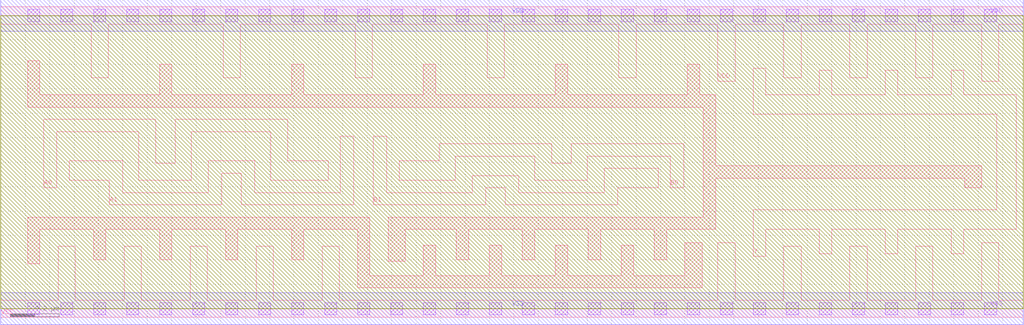
<source format=lef>
VERSION 5.8 ;
BUSBITCHARS "[]" ;

UNITS
  DATABASE MICRONS 1000 ;
END UNITS

MANUFACTURINGGRID 0.005 ;

PROPERTYDEFINITIONS
  MACRO write_qor_data STRING ;
  MACRO expanded_util REAL ;
  MACRO previous_effective_target_usage REAL ;
END PROPERTYDEFINITIONS

LAYER M1
  TYPE ROUTING ;
  DIRECTION VERTICAL ;
  PITCH 0.135 ;
  WIDTH 0.05 ;
  PROPERTY LEF58_WIDTH "WIDTH 0.05 WRONGDIRECTION ;" ;
END M1

LAYER VIA1
  TYPE CUT ;
END VIA1

LAYER M2
  TYPE ROUTING ;
  DIRECTION HORIZONTAL ;
  PITCH 0.1 ;
  WIDTH 0.05 ;
  PROPERTY LEF58_WIDTH "WIDTH 0.05 WRONGDIRECTION ;" ;
END M2

LAYER VIA2
  TYPE CUT ;
END VIA2

LAYER M3
  TYPE ROUTING ;
  DIRECTION VERTICAL ;
  PITCH 0.1 ;
  WIDTH 0.05 ;
  PROPERTY LEF58_WIDTH "WIDTH 0.05 WRONGDIRECTION ;" ;
END M3

LAYER VIA3
  TYPE CUT ;
END VIA3

LAYER M4
  TYPE ROUTING ;
  DIRECTION HORIZONTAL ;
  PITCH 0.1 ;
  WIDTH 0.05 ;
  PROPERTY LEF58_WIDTH "WIDTH 0.05 WRONGDIRECTION ;" ;
END M4

LAYER VIA4
  TYPE CUT ;
END VIA4

LAYER M5
  TYPE ROUTING ;
  DIRECTION VERTICAL ;
  PITCH 0.1 ;
  WIDTH 0.05 ;
  PROPERTY LEF58_WIDTH "WIDTH 0.05 WRONGDIRECTION ;" ;
END M5

LAYER VIA5
  TYPE CUT ;
END VIA5

LAYER M6
  TYPE ROUTING ;
  DIRECTION HORIZONTAL ;
  PITCH 0.1 ;
  WIDTH 0.05 ;
  PROPERTY LEF58_WIDTH "WIDTH 0.05 WRONGDIRECTION ;" ;
END M6

LAYER VIA6
  TYPE CUT ;
END VIA6

LAYER M7
  TYPE ROUTING ;
  DIRECTION VERTICAL ;
  PITCH 0.8 ;
  WIDTH 0.4 ;
  PROPERTY LEF58_WIDTH "WIDTH 0.4 WRONGDIRECTION ;" ;
END M7

LAYER VIA7
  TYPE CUT ;
END VIA7

LAYER M8
  TYPE ROUTING ;
  DIRECTION HORIZONTAL ;
  PITCH 0.8 ;
  WIDTH 0.4 ;
  PROPERTY LEF58_WIDTH "WIDTH 0.4 WRONGDIRECTION ;" ;
END M8

LAYER RV
  TYPE CUT ;
END RV

LAYER AP
  TYPE ROUTING ;
  DIRECTION HORIZONTAL ;
  PITCH 4 ;
  WIDTH 2 ;
  PROPERTY LEF58_WIDTH "WIDTH 2 WRONGDIRECTION ;" ;
END AP

LAYER M1_TEXT
  TYPE MASTERSLICE ;
END M1_TEXT

LAYER M2_TEXT
  TYPE MASTERSLICE ;
END M2_TEXT

LAYER M3_TEXT
  TYPE MASTERSLICE ;
END M3_TEXT

LAYER M4_TEXT
  TYPE MASTERSLICE ;
END M4_TEXT

LAYER M5_TEXT
  TYPE MASTERSLICE ;
END M5_TEXT

LAYER M6_TEXT
  TYPE MASTERSLICE ;
END M6_TEXT

LAYER M7_TEXT
  TYPE MASTERSLICE ;
END M7_TEXT

LAYER M8_TEXT
  TYPE MASTERSLICE ;
END M8_TEXT

LAYER VTL_N
  TYPE MASTERSLICE ;
END VTL_N

LAYER VTL_P
  TYPE MASTERSLICE ;
END VTL_P

LAYER VTH_N
  TYPE MASTERSLICE ;
END VTH_N

LAYER VTH_P
  TYPE MASTERSLICE ;
END VTH_P

LAYER VTUL_N
  TYPE MASTERSLICE ;
END VTUL_N

LAYER VTUL_P
  TYPE MASTERSLICE ;
END VTUL_P

LAYER UHVT_N
  TYPE MASTERSLICE ;
END UHVT_N

LAYER UHVT_P
  TYPE MASTERSLICE ;
END UHVT_P

LAYER PR
  TYPE MASTERSLICE ;
END PR

LAYER DIODEMY
  TYPE MASTERSLICE ;
END DIODEMY

LAYER TAP_MARKER
  TYPE MASTERSLICE ;
END TAP_MARKER

LAYER PM
  TYPE MASTERSLICE ;
END PM

LAYER PW
  TYPE MASTERSLICE ;
END PW

LAYER OD
  TYPE MASTERSLICE ;
END OD

LAYER NP
  TYPE MASTERSLICE ;
END NP

LAYER PP
  TYPE MASTERSLICE ;
END PP

LAYER NW
  TYPE MASTERSLICE ;
END NW

LAYER PO
  TYPE MASTERSLICE ;
END PO

LAYER CO
  TYPE MASTERSLICE ;
END CO

LAYER GB1_5
  TYPE MASTERSLICE ;
END GB1_5

LAYER OD_18
  TYPE MASTERSLICE ;
END OD_18

LAYER OD_25
  TYPE MASTERSLICE ;
END OD_25

LAYER RPO
  TYPE MASTERSLICE ;
END RPO

LAYER RODMY
  TYPE MASTERSLICE ;
END RODMY

LAYER SRM
  TYPE MASTERSLICE ;
END SRM

LAYER CB
  TYPE MASTERSLICE ;
END CB

LAYER CB2_FC
  TYPE MASTERSLICE ;
END CB2_FC

LAYER PSUB2
  TYPE MASTERSLICE ;
END PSUB2

LAYER SR_ESD
  TYPE MASTERSLICE ;
END SR_ESD

LAYER SDI
  TYPE MASTERSLICE ;
END SDI

LAYER AP_PIN
  TYPE MASTERSLICE ;
END AP_PIN

LAYER VAR
  TYPE MASTERSLICE ;
END VAR

LAYER PO_PIN
  TYPE MASTERSLICE ;
END PO_PIN

LAYER WBDMY
  TYPE MASTERSLICE ;
END WBDMY

LAYER SRAMDMY
  TYPE MASTERSLICE ;
END SRAMDMY

LAYER ESDIMP
  TYPE MASTERSLICE ;
END ESDIMP

LAYER LVSDMY
  TYPE MASTERSLICE ;
END LVSDMY

LAYER VDDDMY
  TYPE MASTERSLICE ;
END VDDDMY

LAYER IP_BASE0
  TYPE MASTERSLICE ;
END IP_BASE0

LAYER AP_TEXT_BASE0
  TYPE MASTERSLICE ;
END AP_TEXT_BASE0

LAYER RPDMY_BASE0
  TYPE MASTERSLICE ;
END RPDMY_BASE0

LAYER RPDMY_DG1_BASE0
  TYPE MASTERSLICE ;
END RPDMY_DG1_BASE0

LAYER RH_BASE0
  TYPE MASTERSLICE ;
END RH_BASE0

LAYER DMEXCL_DUMMY1_BASE0
  TYPE MASTERSLICE ;
END DMEXCL_DUMMY1_BASE0

VIA VIA1_0_30_0_30_VH_VX
  LAYER M1 ;
    RECT -0.025 -0.055 0.025 0.055 ;
  LAYER VIA1 ;
    RECT -0.025 -0.025 0.025 0.025 ;
  LAYER M2 ;
    RECT -0.055 -0.025 0.055 0.025 ;
END VIA1_0_30_0_30_VH_VX

VIA VIA1_0_30_20_20_VX_VX
  LAYER M1 ;
    RECT -0.025 -0.055 0.025 0.055 ;
  LAYER VIA1 ;
    RECT -0.025 -0.025 0.025 0.025 ;
  LAYER M2 ;
    RECT -0.045 -0.045 0.045 0.045 ;
END VIA1_0_30_20_20_VX_VX

VIA VIA1_20_20_0_30_XH_VX
  LAYER M1 ;
    RECT -0.045 -0.045 0.045 0.045 ;
  LAYER VIA1 ;
    RECT -0.025 -0.025 0.025 0.025 ;
  LAYER M2 ;
    RECT -0.055 -0.025 0.055 0.025 ;
END VIA1_20_20_0_30_XH_VX

VIA VIA1_20_20_20_20_XX_VX
  LAYER M1 ;
    RECT -0.045 -0.045 0.045 0.045 ;
  LAYER VIA1 ;
    RECT -0.025 -0.025 0.025 0.025 ;
  LAYER M2 ;
    RECT -0.045 -0.045 0.045 0.045 ;
END VIA1_20_20_20_20_XX_VX

VIA VIA1_0_30_0_30_HH_VX
  LAYER M1 ;
    RECT -0.055 -0.025 0.055 0.025 ;
  LAYER VIA1 ;
    RECT -0.025 -0.025 0.025 0.025 ;
  LAYER M2 ;
    RECT -0.055 -0.025 0.055 0.025 ;
END VIA1_0_30_0_30_HH_VX

VIA VIA1_0_30_0_30_VV_VX
  LAYER M1 ;
    RECT -0.025 -0.055 0.025 0.055 ;
  LAYER VIA1 ;
    RECT -0.025 -0.025 0.025 0.025 ;
  LAYER M2 ;
    RECT -0.025 -0.055 0.025 0.055 ;
END VIA1_0_30_0_30_VV_VX

VIA VIA1_0_30_0_30_HV_VX
  LAYER M1 ;
    RECT -0.055 -0.025 0.055 0.025 ;
  LAYER VIA1 ;
    RECT -0.025 -0.025 0.025 0.025 ;
  LAYER M2 ;
    RECT -0.025 -0.055 0.025 0.055 ;
END VIA1_0_30_0_30_HV_VX

VIA VIA1_0_30_5_30_VH_VX
  LAYER M1 ;
    RECT -0.025 -0.055 0.025 0.055 ;
  LAYER VIA1 ;
    RECT -0.025 -0.025 0.025 0.025 ;
  LAYER M2 ;
    RECT -0.055 -0.03 0.055 0.03 ;
END VIA1_0_30_5_30_VH_VX

VIA VIA1_0_30_5_30_HH_VX
  LAYER M1 ;
    RECT -0.055 -0.025 0.055 0.025 ;
  LAYER VIA1 ;
    RECT -0.025 -0.025 0.025 0.025 ;
  LAYER M2 ;
    RECT -0.055 -0.03 0.055 0.03 ;
END VIA1_0_30_5_30_HH_VX

VIA VIA1_0_30_5_30_VV_VX
  LAYER M1 ;
    RECT -0.025 -0.055 0.025 0.055 ;
  LAYER VIA1 ;
    RECT -0.025 -0.025 0.025 0.025 ;
  LAYER M2 ;
    RECT -0.03 -0.055 0.03 0.055 ;
END VIA1_0_30_5_30_VV_VX

VIA VIA1_0_30_5_30_HV_VX
  LAYER M1 ;
    RECT -0.055 -0.025 0.055 0.025 ;
  LAYER VIA1 ;
    RECT -0.025 -0.025 0.025 0.025 ;
  LAYER M2 ;
    RECT -0.03 -0.055 0.03 0.055 ;
END VIA1_0_30_5_30_HV_VX

VIA VIA1_0_30_15_30_VH_VX
  LAYER M1 ;
    RECT -0.025 -0.055 0.025 0.055 ;
  LAYER VIA1 ;
    RECT -0.025 -0.025 0.025 0.025 ;
  LAYER M2 ;
    RECT -0.055 -0.04 0.055 0.04 ;
END VIA1_0_30_15_30_VH_VX

VIA VIA1_0_30_15_30_HH_VX
  LAYER M1 ;
    RECT -0.055 -0.025 0.055 0.025 ;
  LAYER VIA1 ;
    RECT -0.025 -0.025 0.025 0.025 ;
  LAYER M2 ;
    RECT -0.055 -0.04 0.055 0.04 ;
END VIA1_0_30_15_30_HH_VX

VIA VIA1_0_30_15_30_VV_VX
  LAYER M1 ;
    RECT -0.025 -0.055 0.025 0.055 ;
  LAYER VIA1 ;
    RECT -0.025 -0.025 0.025 0.025 ;
  LAYER M2 ;
    RECT -0.04 -0.055 0.04 0.055 ;
END VIA1_0_30_15_30_VV_VX

VIA VIA1_0_30_15_30_HV_VX
  LAYER M1 ;
    RECT -0.055 -0.025 0.055 0.025 ;
  LAYER VIA1 ;
    RECT -0.025 -0.025 0.025 0.025 ;
  LAYER M2 ;
    RECT -0.04 -0.055 0.04 0.055 ;
END VIA1_0_30_15_30_HV_VX

VIA VIA1_0_40_0_40_VXRECT_H
  LAYER M1 ;
    RECT -0.105 -0.025 0.105 0.025 ;
  LAYER VIA1 ;
    RECT -0.065 -0.025 0.065 0.025 ;
  LAYER M2 ;
    RECT -0.105 -0.025 0.105 0.025 ;
END VIA1_0_40_0_40_VXRECT_H

VIA VIA1_0_40_0_40_VXRECT_V
  LAYER M1 ;
    RECT -0.025 -0.105 0.025 0.105 ;
  LAYER VIA1 ;
    RECT -0.025 -0.065 0.025 0.065 ;
  LAYER M2 ;
    RECT -0.025 -0.105 0.025 0.105 ;
END VIA1_0_40_0_40_VXRECT_V

VIA VIA1_0_40_5_40_VXRECT_H
  LAYER M1 ;
    RECT -0.105 -0.025 0.105 0.025 ;
  LAYER VIA1 ;
    RECT -0.065 -0.025 0.065 0.025 ;
  LAYER M2 ;
    RECT -0.105 -0.03 0.105 0.03 ;
END VIA1_0_40_5_40_VXRECT_H

VIA VIA1_0_40_5_40_VXRECT_V
  LAYER M1 ;
    RECT -0.025 -0.105 0.025 0.105 ;
  LAYER VIA1 ;
    RECT -0.025 -0.065 0.025 0.065 ;
  LAYER M2 ;
    RECT -0.03 -0.105 0.03 0.105 ;
END VIA1_0_40_5_40_VXRECT_V

VIA VIA1_0_40_15_40_VXRECT_H
  LAYER M1 ;
    RECT -0.105 -0.025 0.105 0.025 ;
  LAYER VIA1 ;
    RECT -0.065 -0.025 0.065 0.025 ;
  LAYER M2 ;
    RECT -0.105 -0.04 0.105 0.04 ;
END VIA1_0_40_15_40_VXRECT_H

VIA VIA1_0_40_15_40_VXRECT_V
  LAYER M1 ;
    RECT -0.025 -0.105 0.025 0.105 ;
  LAYER VIA1 ;
    RECT -0.025 -0.065 0.025 0.065 ;
  LAYER M2 ;
    RECT -0.04 -0.105 0.04 0.105 ;
END VIA1_0_40_15_40_VXRECT_V

VIA VIA1_5_30_0_30_VH_VX
  LAYER M1 ;
    RECT -0.03 -0.055 0.03 0.055 ;
  LAYER VIA1 ;
    RECT -0.025 -0.025 0.025 0.025 ;
  LAYER M2 ;
    RECT -0.055 -0.025 0.055 0.025 ;
END VIA1_5_30_0_30_VH_VX

VIA VIA1_5_30_0_30_HH_VX
  LAYER M1 ;
    RECT -0.055 -0.03 0.055 0.03 ;
  LAYER VIA1 ;
    RECT -0.025 -0.025 0.025 0.025 ;
  LAYER M2 ;
    RECT -0.055 -0.025 0.055 0.025 ;
END VIA1_5_30_0_30_HH_VX

VIA VIA1_5_30_0_30_VV_VX
  LAYER M1 ;
    RECT -0.03 -0.055 0.03 0.055 ;
  LAYER VIA1 ;
    RECT -0.025 -0.025 0.025 0.025 ;
  LAYER M2 ;
    RECT -0.025 -0.055 0.025 0.055 ;
END VIA1_5_30_0_30_VV_VX

VIA VIA1_5_30_0_30_HV_VX
  LAYER M1 ;
    RECT -0.055 -0.03 0.055 0.03 ;
  LAYER VIA1 ;
    RECT -0.025 -0.025 0.025 0.025 ;
  LAYER M2 ;
    RECT -0.025 -0.055 0.025 0.055 ;
END VIA1_5_30_0_30_HV_VX

VIA VIA1_5_30_5_30_VH_VX
  LAYER M1 ;
    RECT -0.03 -0.055 0.03 0.055 ;
  LAYER VIA1 ;
    RECT -0.025 -0.025 0.025 0.025 ;
  LAYER M2 ;
    RECT -0.055 -0.03 0.055 0.03 ;
END VIA1_5_30_5_30_VH_VX

VIA VIA1_5_30_5_30_HH_VX
  LAYER M1 ;
    RECT -0.055 -0.03 0.055 0.03 ;
  LAYER VIA1 ;
    RECT -0.025 -0.025 0.025 0.025 ;
  LAYER M2 ;
    RECT -0.055 -0.03 0.055 0.03 ;
END VIA1_5_30_5_30_HH_VX

VIA VIA1_5_30_5_30_VV_VX
  LAYER M1 ;
    RECT -0.03 -0.055 0.03 0.055 ;
  LAYER VIA1 ;
    RECT -0.025 -0.025 0.025 0.025 ;
  LAYER M2 ;
    RECT -0.03 -0.055 0.03 0.055 ;
END VIA1_5_30_5_30_VV_VX

VIA VIA1_5_30_5_30_HV_VX
  LAYER M1 ;
    RECT -0.055 -0.03 0.055 0.03 ;
  LAYER VIA1 ;
    RECT -0.025 -0.025 0.025 0.025 ;
  LAYER M2 ;
    RECT -0.03 -0.055 0.03 0.055 ;
END VIA1_5_30_5_30_HV_VX

VIA VIA1_5_30_15_30_VH_VX
  LAYER M1 ;
    RECT -0.03 -0.055 0.03 0.055 ;
  LAYER VIA1 ;
    RECT -0.025 -0.025 0.025 0.025 ;
  LAYER M2 ;
    RECT -0.055 -0.04 0.055 0.04 ;
END VIA1_5_30_15_30_VH_VX

VIA VIA1_5_30_15_30_HH_VX
  LAYER M1 ;
    RECT -0.055 -0.03 0.055 0.03 ;
  LAYER VIA1 ;
    RECT -0.025 -0.025 0.025 0.025 ;
  LAYER M2 ;
    RECT -0.055 -0.04 0.055 0.04 ;
END VIA1_5_30_15_30_HH_VX

VIA VIA1_5_30_15_30_VV_VX
  LAYER M1 ;
    RECT -0.03 -0.055 0.03 0.055 ;
  LAYER VIA1 ;
    RECT -0.025 -0.025 0.025 0.025 ;
  LAYER M2 ;
    RECT -0.04 -0.055 0.04 0.055 ;
END VIA1_5_30_15_30_VV_VX

VIA VIA1_5_30_15_30_HV_VX
  LAYER M1 ;
    RECT -0.055 -0.03 0.055 0.03 ;
  LAYER VIA1 ;
    RECT -0.025 -0.025 0.025 0.025 ;
  LAYER M2 ;
    RECT -0.04 -0.055 0.04 0.055 ;
END VIA1_5_30_15_30_HV_VX

VIA VIA1_5_40_0_40_VXRECT_H
  LAYER M1 ;
    RECT -0.105 -0.03 0.105 0.03 ;
  LAYER VIA1 ;
    RECT -0.065 -0.025 0.065 0.025 ;
  LAYER M2 ;
    RECT -0.105 -0.025 0.105 0.025 ;
END VIA1_5_40_0_40_VXRECT_H

VIA VIA1_5_40_0_40_VXRECT_V
  LAYER M1 ;
    RECT -0.03 -0.105 0.03 0.105 ;
  LAYER VIA1 ;
    RECT -0.025 -0.065 0.025 0.065 ;
  LAYER M2 ;
    RECT -0.025 -0.105 0.025 0.105 ;
END VIA1_5_40_0_40_VXRECT_V

VIA VIA1_5_40_5_40_VXRECT_H
  LAYER M1 ;
    RECT -0.105 -0.03 0.105 0.03 ;
  LAYER VIA1 ;
    RECT -0.065 -0.025 0.065 0.025 ;
  LAYER M2 ;
    RECT -0.105 -0.03 0.105 0.03 ;
END VIA1_5_40_5_40_VXRECT_H

VIA VIA1_5_40_5_40_VXRECT_V
  LAYER M1 ;
    RECT -0.03 -0.105 0.03 0.105 ;
  LAYER VIA1 ;
    RECT -0.025 -0.065 0.025 0.065 ;
  LAYER M2 ;
    RECT -0.03 -0.105 0.03 0.105 ;
END VIA1_5_40_5_40_VXRECT_V

VIA VIA1_5_40_15_40_VXRECT_H
  LAYER M1 ;
    RECT -0.105 -0.03 0.105 0.03 ;
  LAYER VIA1 ;
    RECT -0.065 -0.025 0.065 0.025 ;
  LAYER M2 ;
    RECT -0.105 -0.04 0.105 0.04 ;
END VIA1_5_40_15_40_VXRECT_H

VIA VIA1_5_40_15_40_VXRECT_V
  LAYER M1 ;
    RECT -0.03 -0.105 0.03 0.105 ;
  LAYER VIA1 ;
    RECT -0.025 -0.065 0.025 0.065 ;
  LAYER M2 ;
    RECT -0.04 -0.105 0.04 0.105 ;
END VIA1_5_40_15_40_VXRECT_V

VIA VIA1_15_30_0_30_VH_VX
  LAYER M1 ;
    RECT -0.04 -0.055 0.04 0.055 ;
  LAYER VIA1 ;
    RECT -0.025 -0.025 0.025 0.025 ;
  LAYER M2 ;
    RECT -0.055 -0.025 0.055 0.025 ;
END VIA1_15_30_0_30_VH_VX

VIA VIA1_15_30_0_30_HH_VX
  LAYER M1 ;
    RECT -0.055 -0.04 0.055 0.04 ;
  LAYER VIA1 ;
    RECT -0.025 -0.025 0.025 0.025 ;
  LAYER M2 ;
    RECT -0.055 -0.025 0.055 0.025 ;
END VIA1_15_30_0_30_HH_VX

VIA VIA1_15_30_0_30_VV_VX
  LAYER M1 ;
    RECT -0.04 -0.055 0.04 0.055 ;
  LAYER VIA1 ;
    RECT -0.025 -0.025 0.025 0.025 ;
  LAYER M2 ;
    RECT -0.025 -0.055 0.025 0.055 ;
END VIA1_15_30_0_30_VV_VX

VIA VIA1_15_30_0_30_HV_VX
  LAYER M1 ;
    RECT -0.055 -0.04 0.055 0.04 ;
  LAYER VIA1 ;
    RECT -0.025 -0.025 0.025 0.025 ;
  LAYER M2 ;
    RECT -0.025 -0.055 0.025 0.055 ;
END VIA1_15_30_0_30_HV_VX

VIA VIA1_15_30_5_30_VH_VX
  LAYER M1 ;
    RECT -0.04 -0.055 0.04 0.055 ;
  LAYER VIA1 ;
    RECT -0.025 -0.025 0.025 0.025 ;
  LAYER M2 ;
    RECT -0.055 -0.03 0.055 0.03 ;
END VIA1_15_30_5_30_VH_VX

VIA VIA1_15_30_5_30_HH_VX
  LAYER M1 ;
    RECT -0.055 -0.04 0.055 0.04 ;
  LAYER VIA1 ;
    RECT -0.025 -0.025 0.025 0.025 ;
  LAYER M2 ;
    RECT -0.055 -0.03 0.055 0.03 ;
END VIA1_15_30_5_30_HH_VX

VIA VIA1_15_30_5_30_VV_VX
  LAYER M1 ;
    RECT -0.04 -0.055 0.04 0.055 ;
  LAYER VIA1 ;
    RECT -0.025 -0.025 0.025 0.025 ;
  LAYER M2 ;
    RECT -0.03 -0.055 0.03 0.055 ;
END VIA1_15_30_5_30_VV_VX

VIA VIA1_15_30_5_30_HV_VX
  LAYER M1 ;
    RECT -0.055 -0.04 0.055 0.04 ;
  LAYER VIA1 ;
    RECT -0.025 -0.025 0.025 0.025 ;
  LAYER M2 ;
    RECT -0.03 -0.055 0.03 0.055 ;
END VIA1_15_30_5_30_HV_VX

VIA VIA1_15_30_15_30_VH_VX
  LAYER M1 ;
    RECT -0.04 -0.055 0.04 0.055 ;
  LAYER VIA1 ;
    RECT -0.025 -0.025 0.025 0.025 ;
  LAYER M2 ;
    RECT -0.055 -0.04 0.055 0.04 ;
END VIA1_15_30_15_30_VH_VX

VIA VIA1_15_30_15_30_HH_VX
  LAYER M1 ;
    RECT -0.055 -0.04 0.055 0.04 ;
  LAYER VIA1 ;
    RECT -0.025 -0.025 0.025 0.025 ;
  LAYER M2 ;
    RECT -0.055 -0.04 0.055 0.04 ;
END VIA1_15_30_15_30_HH_VX

VIA VIA1_15_30_15_30_VV_VX
  LAYER M1 ;
    RECT -0.04 -0.055 0.04 0.055 ;
  LAYER VIA1 ;
    RECT -0.025 -0.025 0.025 0.025 ;
  LAYER M2 ;
    RECT -0.04 -0.055 0.04 0.055 ;
END VIA1_15_30_15_30_VV_VX

VIA VIA1_15_30_15_30_HV_VX
  LAYER M1 ;
    RECT -0.055 -0.04 0.055 0.04 ;
  LAYER VIA1 ;
    RECT -0.025 -0.025 0.025 0.025 ;
  LAYER M2 ;
    RECT -0.04 -0.055 0.04 0.055 ;
END VIA1_15_30_15_30_HV_VX

VIA VIA1_15_40_0_40_VXRECT_H
  LAYER M1 ;
    RECT -0.105 -0.04 0.105 0.04 ;
  LAYER VIA1 ;
    RECT -0.065 -0.025 0.065 0.025 ;
  LAYER M2 ;
    RECT -0.105 -0.025 0.105 0.025 ;
END VIA1_15_40_0_40_VXRECT_H

VIA VIA1_15_40_0_40_VXRECT_V
  LAYER M1 ;
    RECT -0.04 -0.105 0.04 0.105 ;
  LAYER VIA1 ;
    RECT -0.025 -0.065 0.025 0.065 ;
  LAYER M2 ;
    RECT -0.025 -0.105 0.025 0.105 ;
END VIA1_15_40_0_40_VXRECT_V

VIA VIA1_15_40_5_40_VXRECT_H
  LAYER M1 ;
    RECT -0.105 -0.04 0.105 0.04 ;
  LAYER VIA1 ;
    RECT -0.065 -0.025 0.065 0.025 ;
  LAYER M2 ;
    RECT -0.105 -0.03 0.105 0.03 ;
END VIA1_15_40_5_40_VXRECT_H

VIA VIA1_15_40_5_40_VXRECT_V
  LAYER M1 ;
    RECT -0.04 -0.105 0.04 0.105 ;
  LAYER VIA1 ;
    RECT -0.025 -0.065 0.025 0.065 ;
  LAYER M2 ;
    RECT -0.03 -0.105 0.03 0.105 ;
END VIA1_15_40_5_40_VXRECT_V

VIA VIA1_15_40_15_40_VXRECT_H
  LAYER M1 ;
    RECT -0.105 -0.04 0.105 0.04 ;
  LAYER VIA1 ;
    RECT -0.065 -0.025 0.065 0.025 ;
  LAYER M2 ;
    RECT -0.105 -0.04 0.105 0.04 ;
END VIA1_15_40_15_40_VXRECT_H

VIA VIA1_15_40_15_40_VXRECT_V
  LAYER M1 ;
    RECT -0.04 -0.105 0.04 0.105 ;
  LAYER VIA1 ;
    RECT -0.025 -0.065 0.025 0.065 ;
  LAYER M2 ;
    RECT -0.04 -0.105 0.04 0.105 ;
END VIA1_15_40_15_40_VXRECT_V

VIA VIA2_0_30_0_30_HV_VX
  LAYER M2 ;
    RECT -0.055 -0.025 0.055 0.025 ;
  LAYER VIA2 ;
    RECT -0.025 -0.025 0.025 0.025 ;
  LAYER M3 ;
    RECT -0.025 -0.055 0.025 0.055 ;
END VIA2_0_30_0_30_HV_VX

VIA VIA2_0_30_0_30_VV_VX
  LAYER M2 ;
    RECT -0.025 -0.055 0.025 0.055 ;
  LAYER VIA2 ;
    RECT -0.025 -0.025 0.025 0.025 ;
  LAYER M3 ;
    RECT -0.025 -0.055 0.025 0.055 ;
END VIA2_0_30_0_30_VV_VX

VIA VIA2_0_30_0_30_HH_VX
  LAYER M2 ;
    RECT -0.055 -0.025 0.055 0.025 ;
  LAYER VIA2 ;
    RECT -0.025 -0.025 0.025 0.025 ;
  LAYER M3 ;
    RECT -0.055 -0.025 0.055 0.025 ;
END VIA2_0_30_0_30_HH_VX

VIA VIA2_0_30_0_30_VH_VX
  LAYER M2 ;
    RECT -0.025 -0.055 0.025 0.055 ;
  LAYER VIA2 ;
    RECT -0.025 -0.025 0.025 0.025 ;
  LAYER M3 ;
    RECT -0.055 -0.025 0.055 0.025 ;
END VIA2_0_30_0_30_VH_VX

VIA VIA2_0_30_5_30_HV_VX
  LAYER M2 ;
    RECT -0.055 -0.025 0.055 0.025 ;
  LAYER VIA2 ;
    RECT -0.025 -0.025 0.025 0.025 ;
  LAYER M3 ;
    RECT -0.03 -0.055 0.03 0.055 ;
END VIA2_0_30_5_30_HV_VX

VIA VIA2_0_30_5_30_VV_VX
  LAYER M2 ;
    RECT -0.025 -0.055 0.025 0.055 ;
  LAYER VIA2 ;
    RECT -0.025 -0.025 0.025 0.025 ;
  LAYER M3 ;
    RECT -0.03 -0.055 0.03 0.055 ;
END VIA2_0_30_5_30_VV_VX

VIA VIA2_0_30_5_30_HH_VX
  LAYER M2 ;
    RECT -0.055 -0.025 0.055 0.025 ;
  LAYER VIA2 ;
    RECT -0.025 -0.025 0.025 0.025 ;
  LAYER M3 ;
    RECT -0.055 -0.03 0.055 0.03 ;
END VIA2_0_30_5_30_HH_VX

VIA VIA2_0_30_5_30_VH_VX
  LAYER M2 ;
    RECT -0.025 -0.055 0.025 0.055 ;
  LAYER VIA2 ;
    RECT -0.025 -0.025 0.025 0.025 ;
  LAYER M3 ;
    RECT -0.055 -0.03 0.055 0.03 ;
END VIA2_0_30_5_30_VH_VX

VIA VIA2_0_30_15_30_HV_VX
  LAYER M2 ;
    RECT -0.055 -0.025 0.055 0.025 ;
  LAYER VIA2 ;
    RECT -0.025 -0.025 0.025 0.025 ;
  LAYER M3 ;
    RECT -0.04 -0.055 0.04 0.055 ;
END VIA2_0_30_15_30_HV_VX

VIA VIA2_0_30_15_30_VV_VX
  LAYER M2 ;
    RECT -0.025 -0.055 0.025 0.055 ;
  LAYER VIA2 ;
    RECT -0.025 -0.025 0.025 0.025 ;
  LAYER M3 ;
    RECT -0.04 -0.055 0.04 0.055 ;
END VIA2_0_30_15_30_VV_VX

VIA VIA2_0_30_15_30_HH_VX
  LAYER M2 ;
    RECT -0.055 -0.025 0.055 0.025 ;
  LAYER VIA2 ;
    RECT -0.025 -0.025 0.025 0.025 ;
  LAYER M3 ;
    RECT -0.055 -0.04 0.055 0.04 ;
END VIA2_0_30_15_30_HH_VX

VIA VIA2_0_30_15_30_VH_VX
  LAYER M2 ;
    RECT -0.025 -0.055 0.025 0.055 ;
  LAYER VIA2 ;
    RECT -0.025 -0.025 0.025 0.025 ;
  LAYER M3 ;
    RECT -0.055 -0.04 0.055 0.04 ;
END VIA2_0_30_15_30_VH_VX

VIA VIA2_30_10_30_10_VXRECT_H
  LAYER M2 ;
    RECT -0.075 -0.055 0.075 0.055 ;
  LAYER VIA2 ;
    RECT -0.065 -0.025 0.065 0.025 ;
  LAYER M3 ;
    RECT -0.075 -0.055 0.075 0.055 ;
END VIA2_30_10_30_10_VXRECT_H

VIA VIA2_30_10_30_10_VXRECT_V
  LAYER M2 ;
    RECT -0.055 -0.075 0.055 0.075 ;
  LAYER VIA2 ;
    RECT -0.025 -0.065 0.025 0.065 ;
  LAYER M3 ;
    RECT -0.055 -0.075 0.055 0.075 ;
END VIA2_30_10_30_10_VXRECT_V

VIA VIA2_0_40_0_40_VXRECT_H
  LAYER M2 ;
    RECT -0.105 -0.025 0.105 0.025 ;
  LAYER VIA2 ;
    RECT -0.065 -0.025 0.065 0.025 ;
  LAYER M3 ;
    RECT -0.105 -0.025 0.105 0.025 ;
END VIA2_0_40_0_40_VXRECT_H

VIA VIA2_0_40_0_40_VXRECT_V
  LAYER M2 ;
    RECT -0.025 -0.105 0.025 0.105 ;
  LAYER VIA2 ;
    RECT -0.025 -0.065 0.025 0.065 ;
  LAYER M3 ;
    RECT -0.025 -0.105 0.025 0.105 ;
END VIA2_0_40_0_40_VXRECT_V

VIA VIA2_0_40_5_40_VXRECT_H
  LAYER M2 ;
    RECT -0.105 -0.025 0.105 0.025 ;
  LAYER VIA2 ;
    RECT -0.065 -0.025 0.065 0.025 ;
  LAYER M3 ;
    RECT -0.105 -0.03 0.105 0.03 ;
END VIA2_0_40_5_40_VXRECT_H

VIA VIA2_0_40_5_40_VXRECT_V
  LAYER M2 ;
    RECT -0.025 -0.105 0.025 0.105 ;
  LAYER VIA2 ;
    RECT -0.025 -0.065 0.025 0.065 ;
  LAYER M3 ;
    RECT -0.03 -0.105 0.03 0.105 ;
END VIA2_0_40_5_40_VXRECT_V

VIA VIA2_0_40_15_40_VXRECT_H
  LAYER M2 ;
    RECT -0.105 -0.025 0.105 0.025 ;
  LAYER VIA2 ;
    RECT -0.065 -0.025 0.065 0.025 ;
  LAYER M3 ;
    RECT -0.105 -0.04 0.105 0.04 ;
END VIA2_0_40_15_40_VXRECT_H

VIA VIA2_0_40_15_40_VXRECT_V
  LAYER M2 ;
    RECT -0.025 -0.105 0.025 0.105 ;
  LAYER VIA2 ;
    RECT -0.025 -0.065 0.025 0.065 ;
  LAYER M3 ;
    RECT -0.04 -0.105 0.04 0.105 ;
END VIA2_0_40_15_40_VXRECT_V

VIA VIA2_5_30_0_30_HV_VX
  LAYER M2 ;
    RECT -0.055 -0.03 0.055 0.03 ;
  LAYER VIA2 ;
    RECT -0.025 -0.025 0.025 0.025 ;
  LAYER M3 ;
    RECT -0.025 -0.055 0.025 0.055 ;
END VIA2_5_30_0_30_HV_VX

VIA VIA2_5_30_0_30_VV_VX
  LAYER M2 ;
    RECT -0.03 -0.055 0.03 0.055 ;
  LAYER VIA2 ;
    RECT -0.025 -0.025 0.025 0.025 ;
  LAYER M3 ;
    RECT -0.025 -0.055 0.025 0.055 ;
END VIA2_5_30_0_30_VV_VX

VIA VIA2_5_30_0_30_HH_VX
  LAYER M2 ;
    RECT -0.055 -0.03 0.055 0.03 ;
  LAYER VIA2 ;
    RECT -0.025 -0.025 0.025 0.025 ;
  LAYER M3 ;
    RECT -0.055 -0.025 0.055 0.025 ;
END VIA2_5_30_0_30_HH_VX

VIA VIA2_5_30_0_30_VH_VX
  LAYER M2 ;
    RECT -0.03 -0.055 0.03 0.055 ;
  LAYER VIA2 ;
    RECT -0.025 -0.025 0.025 0.025 ;
  LAYER M3 ;
    RECT -0.055 -0.025 0.055 0.025 ;
END VIA2_5_30_0_30_VH_VX

VIA VIA2_5_30_5_30_HV_VX
  LAYER M2 ;
    RECT -0.055 -0.03 0.055 0.03 ;
  LAYER VIA2 ;
    RECT -0.025 -0.025 0.025 0.025 ;
  LAYER M3 ;
    RECT -0.03 -0.055 0.03 0.055 ;
END VIA2_5_30_5_30_HV_VX

VIA VIA2_5_30_5_30_VV_VX
  LAYER M2 ;
    RECT -0.03 -0.055 0.03 0.055 ;
  LAYER VIA2 ;
    RECT -0.025 -0.025 0.025 0.025 ;
  LAYER M3 ;
    RECT -0.03 -0.055 0.03 0.055 ;
END VIA2_5_30_5_30_VV_VX

VIA VIA2_5_30_5_30_HH_VX
  LAYER M2 ;
    RECT -0.055 -0.03 0.055 0.03 ;
  LAYER VIA2 ;
    RECT -0.025 -0.025 0.025 0.025 ;
  LAYER M3 ;
    RECT -0.055 -0.03 0.055 0.03 ;
END VIA2_5_30_5_30_HH_VX

VIA VIA2_5_30_5_30_VH_VX
  LAYER M2 ;
    RECT -0.03 -0.055 0.03 0.055 ;
  LAYER VIA2 ;
    RECT -0.025 -0.025 0.025 0.025 ;
  LAYER M3 ;
    RECT -0.055 -0.03 0.055 0.03 ;
END VIA2_5_30_5_30_VH_VX

VIA VIA2_5_30_15_30_HV_VX
  LAYER M2 ;
    RECT -0.055 -0.03 0.055 0.03 ;
  LAYER VIA2 ;
    RECT -0.025 -0.025 0.025 0.025 ;
  LAYER M3 ;
    RECT -0.04 -0.055 0.04 0.055 ;
END VIA2_5_30_15_30_HV_VX

VIA VIA2_5_30_15_30_VV_VX
  LAYER M2 ;
    RECT -0.03 -0.055 0.03 0.055 ;
  LAYER VIA2 ;
    RECT -0.025 -0.025 0.025 0.025 ;
  LAYER M3 ;
    RECT -0.04 -0.055 0.04 0.055 ;
END VIA2_5_30_15_30_VV_VX

VIA VIA2_5_30_15_30_HH_VX
  LAYER M2 ;
    RECT -0.055 -0.03 0.055 0.03 ;
  LAYER VIA2 ;
    RECT -0.025 -0.025 0.025 0.025 ;
  LAYER M3 ;
    RECT -0.055 -0.04 0.055 0.04 ;
END VIA2_5_30_15_30_HH_VX

VIA VIA2_5_30_15_30_VH_VX
  LAYER M2 ;
    RECT -0.03 -0.055 0.03 0.055 ;
  LAYER VIA2 ;
    RECT -0.025 -0.025 0.025 0.025 ;
  LAYER M3 ;
    RECT -0.055 -0.04 0.055 0.04 ;
END VIA2_5_30_15_30_VH_VX

VIA VIA2_5_40_0_40_VXRECT_H
  LAYER M2 ;
    RECT -0.105 -0.03 0.105 0.03 ;
  LAYER VIA2 ;
    RECT -0.065 -0.025 0.065 0.025 ;
  LAYER M3 ;
    RECT -0.105 -0.025 0.105 0.025 ;
END VIA2_5_40_0_40_VXRECT_H

VIA VIA2_5_40_0_40_VXRECT_V
  LAYER M2 ;
    RECT -0.03 -0.105 0.03 0.105 ;
  LAYER VIA2 ;
    RECT -0.025 -0.065 0.025 0.065 ;
  LAYER M3 ;
    RECT -0.025 -0.105 0.025 0.105 ;
END VIA2_5_40_0_40_VXRECT_V

VIA VIA2_5_40_5_40_VXRECT_H
  LAYER M2 ;
    RECT -0.105 -0.03 0.105 0.03 ;
  LAYER VIA2 ;
    RECT -0.065 -0.025 0.065 0.025 ;
  LAYER M3 ;
    RECT -0.105 -0.03 0.105 0.03 ;
END VIA2_5_40_5_40_VXRECT_H

VIA VIA2_5_40_5_40_VXRECT_V
  LAYER M2 ;
    RECT -0.03 -0.105 0.03 0.105 ;
  LAYER VIA2 ;
    RECT -0.025 -0.065 0.025 0.065 ;
  LAYER M3 ;
    RECT -0.03 -0.105 0.03 0.105 ;
END VIA2_5_40_5_40_VXRECT_V

VIA VIA2_5_40_15_40_VXRECT_H
  LAYER M2 ;
    RECT -0.105 -0.03 0.105 0.03 ;
  LAYER VIA2 ;
    RECT -0.065 -0.025 0.065 0.025 ;
  LAYER M3 ;
    RECT -0.105 -0.04 0.105 0.04 ;
END VIA2_5_40_15_40_VXRECT_H

VIA VIA2_5_40_15_40_VXRECT_V
  LAYER M2 ;
    RECT -0.03 -0.105 0.03 0.105 ;
  LAYER VIA2 ;
    RECT -0.025 -0.065 0.025 0.065 ;
  LAYER M3 ;
    RECT -0.04 -0.105 0.04 0.105 ;
END VIA2_5_40_15_40_VXRECT_V

VIA VIA2_15_30_0_30_HV_VX
  LAYER M2 ;
    RECT -0.055 -0.04 0.055 0.04 ;
  LAYER VIA2 ;
    RECT -0.025 -0.025 0.025 0.025 ;
  LAYER M3 ;
    RECT -0.025 -0.055 0.025 0.055 ;
END VIA2_15_30_0_30_HV_VX

VIA VIA2_15_30_0_30_VV_VX
  LAYER M2 ;
    RECT -0.04 -0.055 0.04 0.055 ;
  LAYER VIA2 ;
    RECT -0.025 -0.025 0.025 0.025 ;
  LAYER M3 ;
    RECT -0.025 -0.055 0.025 0.055 ;
END VIA2_15_30_0_30_VV_VX

VIA VIA2_15_30_0_30_HH_VX
  LAYER M2 ;
    RECT -0.055 -0.04 0.055 0.04 ;
  LAYER VIA2 ;
    RECT -0.025 -0.025 0.025 0.025 ;
  LAYER M3 ;
    RECT -0.055 -0.025 0.055 0.025 ;
END VIA2_15_30_0_30_HH_VX

VIA VIA2_15_30_0_30_VH_VX
  LAYER M2 ;
    RECT -0.04 -0.055 0.04 0.055 ;
  LAYER VIA2 ;
    RECT -0.025 -0.025 0.025 0.025 ;
  LAYER M3 ;
    RECT -0.055 -0.025 0.055 0.025 ;
END VIA2_15_30_0_30_VH_VX

VIA VIA2_15_30_5_30_HV_VX
  LAYER M2 ;
    RECT -0.055 -0.04 0.055 0.04 ;
  LAYER VIA2 ;
    RECT -0.025 -0.025 0.025 0.025 ;
  LAYER M3 ;
    RECT -0.03 -0.055 0.03 0.055 ;
END VIA2_15_30_5_30_HV_VX

VIA VIA2_15_30_5_30_VV_VX
  LAYER M2 ;
    RECT -0.04 -0.055 0.04 0.055 ;
  LAYER VIA2 ;
    RECT -0.025 -0.025 0.025 0.025 ;
  LAYER M3 ;
    RECT -0.03 -0.055 0.03 0.055 ;
END VIA2_15_30_5_30_VV_VX

VIA VIA2_15_30_5_30_HH_VX
  LAYER M2 ;
    RECT -0.055 -0.04 0.055 0.04 ;
  LAYER VIA2 ;
    RECT -0.025 -0.025 0.025 0.025 ;
  LAYER M3 ;
    RECT -0.055 -0.03 0.055 0.03 ;
END VIA2_15_30_5_30_HH_VX

VIA VIA2_15_30_5_30_VH_VX
  LAYER M2 ;
    RECT -0.04 -0.055 0.04 0.055 ;
  LAYER VIA2 ;
    RECT -0.025 -0.025 0.025 0.025 ;
  LAYER M3 ;
    RECT -0.055 -0.03 0.055 0.03 ;
END VIA2_15_30_5_30_VH_VX

VIA VIA2_15_30_15_30_HV_VX
  LAYER M2 ;
    RECT -0.055 -0.04 0.055 0.04 ;
  LAYER VIA2 ;
    RECT -0.025 -0.025 0.025 0.025 ;
  LAYER M3 ;
    RECT -0.04 -0.055 0.04 0.055 ;
END VIA2_15_30_15_30_HV_VX

VIA VIA2_15_30_15_30_VV_VX
  LAYER M2 ;
    RECT -0.04 -0.055 0.04 0.055 ;
  LAYER VIA2 ;
    RECT -0.025 -0.025 0.025 0.025 ;
  LAYER M3 ;
    RECT -0.04 -0.055 0.04 0.055 ;
END VIA2_15_30_15_30_VV_VX

VIA VIA2_15_30_15_30_HH_VX
  LAYER M2 ;
    RECT -0.055 -0.04 0.055 0.04 ;
  LAYER VIA2 ;
    RECT -0.025 -0.025 0.025 0.025 ;
  LAYER M3 ;
    RECT -0.055 -0.04 0.055 0.04 ;
END VIA2_15_30_15_30_HH_VX

VIA VIA2_15_30_15_30_VH_VX
  LAYER M2 ;
    RECT -0.04 -0.055 0.04 0.055 ;
  LAYER VIA2 ;
    RECT -0.025 -0.025 0.025 0.025 ;
  LAYER M3 ;
    RECT -0.055 -0.04 0.055 0.04 ;
END VIA2_15_30_15_30_VH_VX

VIA VIA2_15_40_0_40_VXRECT_H
  LAYER M2 ;
    RECT -0.105 -0.04 0.105 0.04 ;
  LAYER VIA2 ;
    RECT -0.065 -0.025 0.065 0.025 ;
  LAYER M3 ;
    RECT -0.105 -0.025 0.105 0.025 ;
END VIA2_15_40_0_40_VXRECT_H

VIA VIA2_15_40_0_40_VXRECT_V
  LAYER M2 ;
    RECT -0.04 -0.105 0.04 0.105 ;
  LAYER VIA2 ;
    RECT -0.025 -0.065 0.025 0.065 ;
  LAYER M3 ;
    RECT -0.025 -0.105 0.025 0.105 ;
END VIA2_15_40_0_40_VXRECT_V

VIA VIA2_15_40_5_40_VXRECT_H
  LAYER M2 ;
    RECT -0.105 -0.04 0.105 0.04 ;
  LAYER VIA2 ;
    RECT -0.065 -0.025 0.065 0.025 ;
  LAYER M3 ;
    RECT -0.105 -0.03 0.105 0.03 ;
END VIA2_15_40_5_40_VXRECT_H

VIA VIA2_15_40_5_40_VXRECT_V
  LAYER M2 ;
    RECT -0.04 -0.105 0.04 0.105 ;
  LAYER VIA2 ;
    RECT -0.025 -0.065 0.025 0.065 ;
  LAYER M3 ;
    RECT -0.03 -0.105 0.03 0.105 ;
END VIA2_15_40_5_40_VXRECT_V

VIA VIA2_15_40_15_40_VXRECT_H
  LAYER M2 ;
    RECT -0.105 -0.04 0.105 0.04 ;
  LAYER VIA2 ;
    RECT -0.065 -0.025 0.065 0.025 ;
  LAYER M3 ;
    RECT -0.105 -0.04 0.105 0.04 ;
END VIA2_15_40_15_40_VXRECT_H

VIA VIA2_15_40_15_40_VXRECT_V
  LAYER M2 ;
    RECT -0.04 -0.105 0.04 0.105 ;
  LAYER VIA2 ;
    RECT -0.025 -0.065 0.025 0.065 ;
  LAYER M3 ;
    RECT -0.04 -0.105 0.04 0.105 ;
END VIA2_15_40_15_40_VXRECT_V

VIA VIA3_0_30_0_30_VH_VX
  LAYER M3 ;
    RECT -0.025 -0.055 0.025 0.055 ;
  LAYER VIA3 ;
    RECT -0.025 -0.025 0.025 0.025 ;
  LAYER M4 ;
    RECT -0.055 -0.025 0.055 0.025 ;
END VIA3_0_30_0_30_VH_VX

VIA VIA3_0_30_0_30_HH_VX
  LAYER M3 ;
    RECT -0.055 -0.025 0.055 0.025 ;
  LAYER VIA3 ;
    RECT -0.025 -0.025 0.025 0.025 ;
  LAYER M4 ;
    RECT -0.055 -0.025 0.055 0.025 ;
END VIA3_0_30_0_30_HH_VX

VIA VIA3_0_30_5_30_VH_VX
  LAYER M3 ;
    RECT -0.025 -0.055 0.025 0.055 ;
  LAYER VIA3 ;
    RECT -0.025 -0.025 0.025 0.025 ;
  LAYER M4 ;
    RECT -0.055 -0.03 0.055 0.03 ;
END VIA3_0_30_5_30_VH_VX

VIA VIA3_0_30_5_30_HH_VX
  LAYER M3 ;
    RECT -0.055 -0.025 0.055 0.025 ;
  LAYER VIA3 ;
    RECT -0.025 -0.025 0.025 0.025 ;
  LAYER M4 ;
    RECT -0.055 -0.03 0.055 0.03 ;
END VIA3_0_30_5_30_HH_VX

VIA VIA3_0_30_15_30_VH_VX
  LAYER M3 ;
    RECT -0.025 -0.055 0.025 0.055 ;
  LAYER VIA3 ;
    RECT -0.025 -0.025 0.025 0.025 ;
  LAYER M4 ;
    RECT -0.055 -0.04 0.055 0.04 ;
END VIA3_0_30_15_30_VH_VX

VIA VIA3_0_30_15_30_HH_VX
  LAYER M3 ;
    RECT -0.055 -0.025 0.055 0.025 ;
  LAYER VIA3 ;
    RECT -0.025 -0.025 0.025 0.025 ;
  LAYER M4 ;
    RECT -0.055 -0.04 0.055 0.04 ;
END VIA3_0_30_15_30_HH_VX

VIA VIA3_0_40_0_40_VXRECT_H
  LAYER M3 ;
    RECT -0.105 -0.025 0.105 0.025 ;
  LAYER VIA3 ;
    RECT -0.065 -0.025 0.065 0.025 ;
  LAYER M4 ;
    RECT -0.105 -0.025 0.105 0.025 ;
END VIA3_0_40_0_40_VXRECT_H

VIA VIA3_0_40_0_40_VXRECT_V
  LAYER M3 ;
    RECT -0.025 -0.105 0.025 0.105 ;
  LAYER VIA3 ;
    RECT -0.025 -0.065 0.025 0.065 ;
  LAYER M4 ;
    RECT -0.025 -0.105 0.025 0.105 ;
END VIA3_0_40_0_40_VXRECT_V

VIA VIA3_30_10_30_10_VXRECT_H
  LAYER M3 ;
    RECT -0.075 -0.055 0.075 0.055 ;
  LAYER VIA3 ;
    RECT -0.065 -0.025 0.065 0.025 ;
  LAYER M4 ;
    RECT -0.075 -0.055 0.075 0.055 ;
END VIA3_30_10_30_10_VXRECT_H

VIA VIA3_30_10_30_10_VXRECT_V
  LAYER M3 ;
    RECT -0.055 -0.075 0.055 0.075 ;
  LAYER VIA3 ;
    RECT -0.025 -0.065 0.025 0.065 ;
  LAYER M4 ;
    RECT -0.055 -0.075 0.055 0.075 ;
END VIA3_30_10_30_10_VXRECT_V

VIA VIA3_0_40_5_40_VXRECT_H
  LAYER M3 ;
    RECT -0.105 -0.025 0.105 0.025 ;
  LAYER VIA3 ;
    RECT -0.065 -0.025 0.065 0.025 ;
  LAYER M4 ;
    RECT -0.105 -0.03 0.105 0.03 ;
END VIA3_0_40_5_40_VXRECT_H

VIA VIA3_0_40_5_40_VXRECT_V
  LAYER M3 ;
    RECT -0.025 -0.105 0.025 0.105 ;
  LAYER VIA3 ;
    RECT -0.025 -0.065 0.025 0.065 ;
  LAYER M4 ;
    RECT -0.03 -0.105 0.03 0.105 ;
END VIA3_0_40_5_40_VXRECT_V

VIA VIA3_0_40_15_40_VXRECT_H
  LAYER M3 ;
    RECT -0.105 -0.025 0.105 0.025 ;
  LAYER VIA3 ;
    RECT -0.065 -0.025 0.065 0.025 ;
  LAYER M4 ;
    RECT -0.105 -0.04 0.105 0.04 ;
END VIA3_0_40_15_40_VXRECT_H

VIA VIA3_0_40_15_40_VXRECT_V
  LAYER M3 ;
    RECT -0.025 -0.105 0.025 0.105 ;
  LAYER VIA3 ;
    RECT -0.025 -0.065 0.025 0.065 ;
  LAYER M4 ;
    RECT -0.04 -0.105 0.04 0.105 ;
END VIA3_0_40_15_40_VXRECT_V

VIA VIA3_5_30_0_30_VH_VX
  LAYER M3 ;
    RECT -0.03 -0.055 0.03 0.055 ;
  LAYER VIA3 ;
    RECT -0.025 -0.025 0.025 0.025 ;
  LAYER M4 ;
    RECT -0.055 -0.025 0.055 0.025 ;
END VIA3_5_30_0_30_VH_VX

VIA VIA3_5_30_0_30_HH_VX
  LAYER M3 ;
    RECT -0.055 -0.03 0.055 0.03 ;
  LAYER VIA3 ;
    RECT -0.025 -0.025 0.025 0.025 ;
  LAYER M4 ;
    RECT -0.055 -0.025 0.055 0.025 ;
END VIA3_5_30_0_30_HH_VX

VIA VIA3_5_30_5_30_VH_VX
  LAYER M3 ;
    RECT -0.03 -0.055 0.03 0.055 ;
  LAYER VIA3 ;
    RECT -0.025 -0.025 0.025 0.025 ;
  LAYER M4 ;
    RECT -0.055 -0.03 0.055 0.03 ;
END VIA3_5_30_5_30_VH_VX

VIA VIA3_5_30_5_30_HH_VX
  LAYER M3 ;
    RECT -0.055 -0.03 0.055 0.03 ;
  LAYER VIA3 ;
    RECT -0.025 -0.025 0.025 0.025 ;
  LAYER M4 ;
    RECT -0.055 -0.03 0.055 0.03 ;
END VIA3_5_30_5_30_HH_VX

VIA VIA3_5_30_15_30_VH_VX
  LAYER M3 ;
    RECT -0.03 -0.055 0.03 0.055 ;
  LAYER VIA3 ;
    RECT -0.025 -0.025 0.025 0.025 ;
  LAYER M4 ;
    RECT -0.055 -0.04 0.055 0.04 ;
END VIA3_5_30_15_30_VH_VX

VIA VIA3_5_30_15_30_HH_VX
  LAYER M3 ;
    RECT -0.055 -0.03 0.055 0.03 ;
  LAYER VIA3 ;
    RECT -0.025 -0.025 0.025 0.025 ;
  LAYER M4 ;
    RECT -0.055 -0.04 0.055 0.04 ;
END VIA3_5_30_15_30_HH_VX

VIA VIA3_5_40_0_40_VXRECT_H
  LAYER M3 ;
    RECT -0.105 -0.03 0.105 0.03 ;
  LAYER VIA3 ;
    RECT -0.065 -0.025 0.065 0.025 ;
  LAYER M4 ;
    RECT -0.105 -0.025 0.105 0.025 ;
END VIA3_5_40_0_40_VXRECT_H

VIA VIA3_5_40_0_40_VXRECT_V
  LAYER M3 ;
    RECT -0.03 -0.105 0.03 0.105 ;
  LAYER VIA3 ;
    RECT -0.025 -0.065 0.025 0.065 ;
  LAYER M4 ;
    RECT -0.025 -0.105 0.025 0.105 ;
END VIA3_5_40_0_40_VXRECT_V

VIA VIA3_5_40_5_40_VXRECT_H
  LAYER M3 ;
    RECT -0.105 -0.03 0.105 0.03 ;
  LAYER VIA3 ;
    RECT -0.065 -0.025 0.065 0.025 ;
  LAYER M4 ;
    RECT -0.105 -0.03 0.105 0.03 ;
END VIA3_5_40_5_40_VXRECT_H

VIA VIA3_5_40_5_40_VXRECT_V
  LAYER M3 ;
    RECT -0.03 -0.105 0.03 0.105 ;
  LAYER VIA3 ;
    RECT -0.025 -0.065 0.025 0.065 ;
  LAYER M4 ;
    RECT -0.03 -0.105 0.03 0.105 ;
END VIA3_5_40_5_40_VXRECT_V

VIA VIA3_5_40_15_40_VXRECT_H
  LAYER M3 ;
    RECT -0.105 -0.03 0.105 0.03 ;
  LAYER VIA3 ;
    RECT -0.065 -0.025 0.065 0.025 ;
  LAYER M4 ;
    RECT -0.105 -0.04 0.105 0.04 ;
END VIA3_5_40_15_40_VXRECT_H

VIA VIA3_5_40_15_40_VXRECT_V
  LAYER M3 ;
    RECT -0.03 -0.105 0.03 0.105 ;
  LAYER VIA3 ;
    RECT -0.025 -0.065 0.025 0.065 ;
  LAYER M4 ;
    RECT -0.04 -0.105 0.04 0.105 ;
END VIA3_5_40_15_40_VXRECT_V

VIA VIA3_15_30_0_30_VH_VX
  LAYER M3 ;
    RECT -0.04 -0.055 0.04 0.055 ;
  LAYER VIA3 ;
    RECT -0.025 -0.025 0.025 0.025 ;
  LAYER M4 ;
    RECT -0.055 -0.025 0.055 0.025 ;
END VIA3_15_30_0_30_VH_VX

VIA VIA3_15_30_0_30_HH_VX
  LAYER M3 ;
    RECT -0.055 -0.04 0.055 0.04 ;
  LAYER VIA3 ;
    RECT -0.025 -0.025 0.025 0.025 ;
  LAYER M4 ;
    RECT -0.055 -0.025 0.055 0.025 ;
END VIA3_15_30_0_30_HH_VX

VIA VIA3_15_30_5_30_VH_VX
  LAYER M3 ;
    RECT -0.04 -0.055 0.04 0.055 ;
  LAYER VIA3 ;
    RECT -0.025 -0.025 0.025 0.025 ;
  LAYER M4 ;
    RECT -0.055 -0.03 0.055 0.03 ;
END VIA3_15_30_5_30_VH_VX

VIA VIA3_15_30_5_30_HH_VX
  LAYER M3 ;
    RECT -0.055 -0.04 0.055 0.04 ;
  LAYER VIA3 ;
    RECT -0.025 -0.025 0.025 0.025 ;
  LAYER M4 ;
    RECT -0.055 -0.03 0.055 0.03 ;
END VIA3_15_30_5_30_HH_VX

VIA VIA3_15_30_15_30_VH_VX
  LAYER M3 ;
    RECT -0.04 -0.055 0.04 0.055 ;
  LAYER VIA3 ;
    RECT -0.025 -0.025 0.025 0.025 ;
  LAYER M4 ;
    RECT -0.055 -0.04 0.055 0.04 ;
END VIA3_15_30_15_30_VH_VX

VIA VIA3_15_30_15_30_HH_VX
  LAYER M3 ;
    RECT -0.055 -0.04 0.055 0.04 ;
  LAYER VIA3 ;
    RECT -0.025 -0.025 0.025 0.025 ;
  LAYER M4 ;
    RECT -0.055 -0.04 0.055 0.04 ;
END VIA3_15_30_15_30_HH_VX

VIA VIA3_15_40_0_40_VXRECT_H
  LAYER M3 ;
    RECT -0.105 -0.04 0.105 0.04 ;
  LAYER VIA3 ;
    RECT -0.065 -0.025 0.065 0.025 ;
  LAYER M4 ;
    RECT -0.105 -0.025 0.105 0.025 ;
END VIA3_15_40_0_40_VXRECT_H

VIA VIA3_15_40_0_40_VXRECT_V
  LAYER M3 ;
    RECT -0.04 -0.105 0.04 0.105 ;
  LAYER VIA3 ;
    RECT -0.025 -0.065 0.025 0.065 ;
  LAYER M4 ;
    RECT -0.025 -0.105 0.025 0.105 ;
END VIA3_15_40_0_40_VXRECT_V

VIA VIA3_15_40_5_40_VXRECT_H
  LAYER M3 ;
    RECT -0.105 -0.04 0.105 0.04 ;
  LAYER VIA3 ;
    RECT -0.065 -0.025 0.065 0.025 ;
  LAYER M4 ;
    RECT -0.105 -0.03 0.105 0.03 ;
END VIA3_15_40_5_40_VXRECT_H

VIA VIA3_15_40_5_40_VXRECT_V
  LAYER M3 ;
    RECT -0.04 -0.105 0.04 0.105 ;
  LAYER VIA3 ;
    RECT -0.025 -0.065 0.025 0.065 ;
  LAYER M4 ;
    RECT -0.03 -0.105 0.03 0.105 ;
END VIA3_15_40_5_40_VXRECT_V

VIA VIA3_15_40_15_40_VXRECT_H
  LAYER M3 ;
    RECT -0.105 -0.04 0.105 0.04 ;
  LAYER VIA3 ;
    RECT -0.065 -0.025 0.065 0.025 ;
  LAYER M4 ;
    RECT -0.105 -0.04 0.105 0.04 ;
END VIA3_15_40_15_40_VXRECT_H

VIA VIA3_15_40_15_40_VXRECT_V
  LAYER M3 ;
    RECT -0.04 -0.105 0.04 0.105 ;
  LAYER VIA3 ;
    RECT -0.025 -0.065 0.025 0.065 ;
  LAYER M4 ;
    RECT -0.04 -0.105 0.04 0.105 ;
END VIA3_15_40_15_40_VXRECT_V

VIA VIA4_0_30_0_30_HV_VX
  LAYER M4 ;
    RECT -0.055 -0.025 0.055 0.025 ;
  LAYER VIA4 ;
    RECT -0.025 -0.025 0.025 0.025 ;
  LAYER M5 ;
    RECT -0.025 -0.055 0.025 0.055 ;
END VIA4_0_30_0_30_HV_VX

VIA VIA4_0_30_5_30_HV_VX
  LAYER M4 ;
    RECT -0.055 -0.025 0.055 0.025 ;
  LAYER VIA4 ;
    RECT -0.025 -0.025 0.025 0.025 ;
  LAYER M5 ;
    RECT -0.03 -0.055 0.03 0.055 ;
END VIA4_0_30_5_30_HV_VX

VIA VIA4_0_30_15_30_HV_VX
  LAYER M4 ;
    RECT -0.055 -0.025 0.055 0.025 ;
  LAYER VIA4 ;
    RECT -0.025 -0.025 0.025 0.025 ;
  LAYER M5 ;
    RECT -0.04 -0.055 0.04 0.055 ;
END VIA4_0_30_15_30_HV_VX

VIA VIA4_0_40_0_40_VXRECT_H
  LAYER M4 ;
    RECT -0.105 -0.025 0.105 0.025 ;
  LAYER VIA4 ;
    RECT -0.065 -0.025 0.065 0.025 ;
  LAYER M5 ;
    RECT -0.105 -0.025 0.105 0.025 ;
END VIA4_0_40_0_40_VXRECT_H

VIA VIA4_0_40_0_40_VXRECT_V
  LAYER M4 ;
    RECT -0.025 -0.105 0.025 0.105 ;
  LAYER VIA4 ;
    RECT -0.025 -0.065 0.025 0.065 ;
  LAYER M5 ;
    RECT -0.025 -0.105 0.025 0.105 ;
END VIA4_0_40_0_40_VXRECT_V

VIA VIA4_0_40_5_40_VXRECT_H
  LAYER M4 ;
    RECT -0.105 -0.025 0.105 0.025 ;
  LAYER VIA4 ;
    RECT -0.065 -0.025 0.065 0.025 ;
  LAYER M5 ;
    RECT -0.105 -0.03 0.105 0.03 ;
END VIA4_0_40_5_40_VXRECT_H

VIA VIA4_30_10_30_10_VXRECT_H
  LAYER M4 ;
    RECT -0.075 -0.055 0.075 0.055 ;
  LAYER VIA4 ;
    RECT -0.065 -0.025 0.065 0.025 ;
  LAYER M5 ;
    RECT -0.075 -0.055 0.075 0.055 ;
END VIA4_30_10_30_10_VXRECT_H

VIA VIA4_30_10_30_10_VXRECT_V
  LAYER M4 ;
    RECT -0.055 -0.075 0.055 0.075 ;
  LAYER VIA4 ;
    RECT -0.025 -0.065 0.025 0.065 ;
  LAYER M5 ;
    RECT -0.055 -0.075 0.055 0.075 ;
END VIA4_30_10_30_10_VXRECT_V

VIA VIA4_0_40_5_40_VXRECT_V
  LAYER M4 ;
    RECT -0.025 -0.105 0.025 0.105 ;
  LAYER VIA4 ;
    RECT -0.025 -0.065 0.025 0.065 ;
  LAYER M5 ;
    RECT -0.03 -0.105 0.03 0.105 ;
END VIA4_0_40_5_40_VXRECT_V

VIA VIA4_0_40_15_40_VXRECT_H
  LAYER M4 ;
    RECT -0.105 -0.025 0.105 0.025 ;
  LAYER VIA4 ;
    RECT -0.065 -0.025 0.065 0.025 ;
  LAYER M5 ;
    RECT -0.105 -0.04 0.105 0.04 ;
END VIA4_0_40_15_40_VXRECT_H

VIA VIA4_0_40_15_40_VXRECT_V
  LAYER M4 ;
    RECT -0.025 -0.105 0.025 0.105 ;
  LAYER VIA4 ;
    RECT -0.025 -0.065 0.025 0.065 ;
  LAYER M5 ;
    RECT -0.04 -0.105 0.04 0.105 ;
END VIA4_0_40_15_40_VXRECT_V

VIA VIA4_5_30_0_30_HV_VX
  LAYER M4 ;
    RECT -0.055 -0.03 0.055 0.03 ;
  LAYER VIA4 ;
    RECT -0.025 -0.025 0.025 0.025 ;
  LAYER M5 ;
    RECT -0.025 -0.055 0.025 0.055 ;
END VIA4_5_30_0_30_HV_VX

VIA VIA4_5_30_5_30_HV_VX
  LAYER M4 ;
    RECT -0.055 -0.03 0.055 0.03 ;
  LAYER VIA4 ;
    RECT -0.025 -0.025 0.025 0.025 ;
  LAYER M5 ;
    RECT -0.03 -0.055 0.03 0.055 ;
END VIA4_5_30_5_30_HV_VX

VIA VIA4_5_30_15_30_HV_VX
  LAYER M4 ;
    RECT -0.055 -0.03 0.055 0.03 ;
  LAYER VIA4 ;
    RECT -0.025 -0.025 0.025 0.025 ;
  LAYER M5 ;
    RECT -0.04 -0.055 0.04 0.055 ;
END VIA4_5_30_15_30_HV_VX

VIA VIA4_5_40_0_40_VXRECT_H
  LAYER M4 ;
    RECT -0.105 -0.03 0.105 0.03 ;
  LAYER VIA4 ;
    RECT -0.065 -0.025 0.065 0.025 ;
  LAYER M5 ;
    RECT -0.105 -0.025 0.105 0.025 ;
END VIA4_5_40_0_40_VXRECT_H

VIA VIA4_5_40_0_40_VXRECT_V
  LAYER M4 ;
    RECT -0.03 -0.105 0.03 0.105 ;
  LAYER VIA4 ;
    RECT -0.025 -0.065 0.025 0.065 ;
  LAYER M5 ;
    RECT -0.025 -0.105 0.025 0.105 ;
END VIA4_5_40_0_40_VXRECT_V

VIA VIA4_5_40_5_40_VXRECT_H
  LAYER M4 ;
    RECT -0.105 -0.03 0.105 0.03 ;
  LAYER VIA4 ;
    RECT -0.065 -0.025 0.065 0.025 ;
  LAYER M5 ;
    RECT -0.105 -0.03 0.105 0.03 ;
END VIA4_5_40_5_40_VXRECT_H

VIA VIA4_5_40_5_40_VXRECT_V
  LAYER M4 ;
    RECT -0.03 -0.105 0.03 0.105 ;
  LAYER VIA4 ;
    RECT -0.025 -0.065 0.025 0.065 ;
  LAYER M5 ;
    RECT -0.03 -0.105 0.03 0.105 ;
END VIA4_5_40_5_40_VXRECT_V

VIA VIA4_5_40_15_40_VXRECT_H
  LAYER M4 ;
    RECT -0.105 -0.03 0.105 0.03 ;
  LAYER VIA4 ;
    RECT -0.065 -0.025 0.065 0.025 ;
  LAYER M5 ;
    RECT -0.105 -0.04 0.105 0.04 ;
END VIA4_5_40_15_40_VXRECT_H

VIA VIA4_5_40_15_40_VXRECT_V
  LAYER M4 ;
    RECT -0.03 -0.105 0.03 0.105 ;
  LAYER VIA4 ;
    RECT -0.025 -0.065 0.025 0.065 ;
  LAYER M5 ;
    RECT -0.04 -0.105 0.04 0.105 ;
END VIA4_5_40_15_40_VXRECT_V

VIA VIA4_15_30_0_30_HV_VX
  LAYER M4 ;
    RECT -0.055 -0.04 0.055 0.04 ;
  LAYER VIA4 ;
    RECT -0.025 -0.025 0.025 0.025 ;
  LAYER M5 ;
    RECT -0.025 -0.055 0.025 0.055 ;
END VIA4_15_30_0_30_HV_VX

VIA VIA4_15_30_5_30_HV_VX
  LAYER M4 ;
    RECT -0.055 -0.04 0.055 0.04 ;
  LAYER VIA4 ;
    RECT -0.025 -0.025 0.025 0.025 ;
  LAYER M5 ;
    RECT -0.03 -0.055 0.03 0.055 ;
END VIA4_15_30_5_30_HV_VX

VIA VIA4_15_30_15_30_HV_VX
  LAYER M4 ;
    RECT -0.055 -0.04 0.055 0.04 ;
  LAYER VIA4 ;
    RECT -0.025 -0.025 0.025 0.025 ;
  LAYER M5 ;
    RECT -0.04 -0.055 0.04 0.055 ;
END VIA4_15_30_15_30_HV_VX

VIA VIA4_15_40_0_40_VXRECT_H
  LAYER M4 ;
    RECT -0.105 -0.04 0.105 0.04 ;
  LAYER VIA4 ;
    RECT -0.065 -0.025 0.065 0.025 ;
  LAYER M5 ;
    RECT -0.105 -0.025 0.105 0.025 ;
END VIA4_15_40_0_40_VXRECT_H

VIA VIA4_15_40_0_40_VXRECT_V
  LAYER M4 ;
    RECT -0.04 -0.105 0.04 0.105 ;
  LAYER VIA4 ;
    RECT -0.025 -0.065 0.025 0.065 ;
  LAYER M5 ;
    RECT -0.025 -0.105 0.025 0.105 ;
END VIA4_15_40_0_40_VXRECT_V

VIA VIA4_15_40_5_40_VXRECT_H
  LAYER M4 ;
    RECT -0.105 -0.04 0.105 0.04 ;
  LAYER VIA4 ;
    RECT -0.065 -0.025 0.065 0.025 ;
  LAYER M5 ;
    RECT -0.105 -0.03 0.105 0.03 ;
END VIA4_15_40_5_40_VXRECT_H

VIA VIA4_15_40_15_40_VXRECT_H
  LAYER M4 ;
    RECT -0.105 -0.04 0.105 0.04 ;
  LAYER VIA4 ;
    RECT -0.065 -0.025 0.065 0.025 ;
  LAYER M5 ;
    RECT -0.105 -0.04 0.105 0.04 ;
END VIA4_15_40_15_40_VXRECT_H

VIA VIA4_15_40_15_40_VXRECT_V
  LAYER M4 ;
    RECT -0.04 -0.105 0.04 0.105 ;
  LAYER VIA4 ;
    RECT -0.025 -0.065 0.025 0.065 ;
  LAYER M5 ;
    RECT -0.04 -0.105 0.04 0.105 ;
END VIA4_15_40_15_40_VXRECT_V

VIA VIA5_0_30_0_30_VH_VX
  LAYER M5 ;
    RECT -0.025 -0.055 0.025 0.055 ;
  LAYER VIA5 ;
    RECT -0.025 -0.025 0.025 0.025 ;
  LAYER M6 ;
    RECT -0.055 -0.025 0.055 0.025 ;
END VIA5_0_30_0_30_VH_VX

VIA VIA5_0_30_5_30_VH_VX
  LAYER M5 ;
    RECT -0.025 -0.055 0.025 0.055 ;
  LAYER VIA5 ;
    RECT -0.025 -0.025 0.025 0.025 ;
  LAYER M6 ;
    RECT -0.055 -0.03 0.055 0.03 ;
END VIA5_0_30_5_30_VH_VX

VIA VIA5_0_30_15_30_VH_VX
  LAYER M5 ;
    RECT -0.025 -0.055 0.025 0.055 ;
  LAYER VIA5 ;
    RECT -0.025 -0.025 0.025 0.025 ;
  LAYER M6 ;
    RECT -0.055 -0.04 0.055 0.04 ;
END VIA5_0_30_15_30_VH_VX

VIA VIA5_30_10_30_10_VXRECT_H
  LAYER M5 ;
    RECT -0.075 -0.055 0.075 0.055 ;
  LAYER VIA5 ;
    RECT -0.065 -0.025 0.065 0.025 ;
  LAYER M6 ;
    RECT -0.075 -0.055 0.075 0.055 ;
END VIA5_30_10_30_10_VXRECT_H

VIA VIA5_30_10_30_10_VXRECT_V
  LAYER M5 ;
    RECT -0.055 -0.075 0.055 0.075 ;
  LAYER VIA5 ;
    RECT -0.025 -0.065 0.025 0.065 ;
  LAYER M6 ;
    RECT -0.055 -0.075 0.055 0.075 ;
END VIA5_30_10_30_10_VXRECT_V

VIA VIA5_0_40_0_40_VXRECT_H
  LAYER M5 ;
    RECT -0.105 -0.025 0.105 0.025 ;
  LAYER VIA5 ;
    RECT -0.065 -0.025 0.065 0.025 ;
  LAYER M6 ;
    RECT -0.105 -0.025 0.105 0.025 ;
END VIA5_0_40_0_40_VXRECT_H

VIA VIA5_0_40_0_40_VXRECT_V
  LAYER M5 ;
    RECT -0.025 -0.105 0.025 0.105 ;
  LAYER VIA5 ;
    RECT -0.025 -0.065 0.025 0.065 ;
  LAYER M6 ;
    RECT -0.025 -0.105 0.025 0.105 ;
END VIA5_0_40_0_40_VXRECT_V

VIA VIA5_0_40_5_40_VXRECT_H
  LAYER M5 ;
    RECT -0.105 -0.025 0.105 0.025 ;
  LAYER VIA5 ;
    RECT -0.065 -0.025 0.065 0.025 ;
  LAYER M6 ;
    RECT -0.105 -0.03 0.105 0.03 ;
END VIA5_0_40_5_40_VXRECT_H

VIA VIA5_0_40_5_40_VXRECT_V
  LAYER M5 ;
    RECT -0.025 -0.105 0.025 0.105 ;
  LAYER VIA5 ;
    RECT -0.025 -0.065 0.025 0.065 ;
  LAYER M6 ;
    RECT -0.03 -0.105 0.03 0.105 ;
END VIA5_0_40_5_40_VXRECT_V

VIA VIA5_0_40_15_40_VXRECT_H
  LAYER M5 ;
    RECT -0.105 -0.025 0.105 0.025 ;
  LAYER VIA5 ;
    RECT -0.065 -0.025 0.065 0.025 ;
  LAYER M6 ;
    RECT -0.105 -0.04 0.105 0.04 ;
END VIA5_0_40_15_40_VXRECT_H

VIA VIA5_0_40_15_40_VXRECT_V
  LAYER M5 ;
    RECT -0.025 -0.105 0.025 0.105 ;
  LAYER VIA5 ;
    RECT -0.025 -0.065 0.025 0.065 ;
  LAYER M6 ;
    RECT -0.04 -0.105 0.04 0.105 ;
END VIA5_0_40_15_40_VXRECT_V

VIA VIA5_5_30_0_30_VH_VX
  LAYER M5 ;
    RECT -0.03 -0.055 0.03 0.055 ;
  LAYER VIA5 ;
    RECT -0.025 -0.025 0.025 0.025 ;
  LAYER M6 ;
    RECT -0.055 -0.025 0.055 0.025 ;
END VIA5_5_30_0_30_VH_VX

VIA VIA5_5_30_5_30_VH_VX
  LAYER M5 ;
    RECT -0.03 -0.055 0.03 0.055 ;
  LAYER VIA5 ;
    RECT -0.025 -0.025 0.025 0.025 ;
  LAYER M6 ;
    RECT -0.055 -0.03 0.055 0.03 ;
END VIA5_5_30_5_30_VH_VX

VIA VIA5_5_30_15_30_VH_VX
  LAYER M5 ;
    RECT -0.03 -0.055 0.03 0.055 ;
  LAYER VIA5 ;
    RECT -0.025 -0.025 0.025 0.025 ;
  LAYER M6 ;
    RECT -0.055 -0.04 0.055 0.04 ;
END VIA5_5_30_15_30_VH_VX

VIA VIA5_5_40_0_40_VXRECT_H
  LAYER M5 ;
    RECT -0.105 -0.03 0.105 0.03 ;
  LAYER VIA5 ;
    RECT -0.065 -0.025 0.065 0.025 ;
  LAYER M6 ;
    RECT -0.105 -0.025 0.105 0.025 ;
END VIA5_5_40_0_40_VXRECT_H

VIA VIA5_5_40_0_40_VXRECT_V
  LAYER M5 ;
    RECT -0.03 -0.105 0.03 0.105 ;
  LAYER VIA5 ;
    RECT -0.025 -0.065 0.025 0.065 ;
  LAYER M6 ;
    RECT -0.025 -0.105 0.025 0.105 ;
END VIA5_5_40_0_40_VXRECT_V

VIA VIA5_5_40_5_40_VXRECT_H
  LAYER M5 ;
    RECT -0.105 -0.03 0.105 0.03 ;
  LAYER VIA5 ;
    RECT -0.065 -0.025 0.065 0.025 ;
  LAYER M6 ;
    RECT -0.105 -0.03 0.105 0.03 ;
END VIA5_5_40_5_40_VXRECT_H

VIA VIA5_5_40_5_40_VXRECT_V
  LAYER M5 ;
    RECT -0.03 -0.105 0.03 0.105 ;
  LAYER VIA5 ;
    RECT -0.025 -0.065 0.025 0.065 ;
  LAYER M6 ;
    RECT -0.03 -0.105 0.03 0.105 ;
END VIA5_5_40_5_40_VXRECT_V

VIA VIA5_5_40_15_40_VXRECT_H
  LAYER M5 ;
    RECT -0.105 -0.03 0.105 0.03 ;
  LAYER VIA5 ;
    RECT -0.065 -0.025 0.065 0.025 ;
  LAYER M6 ;
    RECT -0.105 -0.04 0.105 0.04 ;
END VIA5_5_40_15_40_VXRECT_H

VIA VIA5_5_40_15_40_VXRECT_V
  LAYER M5 ;
    RECT -0.03 -0.105 0.03 0.105 ;
  LAYER VIA5 ;
    RECT -0.025 -0.065 0.025 0.065 ;
  LAYER M6 ;
    RECT -0.04 -0.105 0.04 0.105 ;
END VIA5_5_40_15_40_VXRECT_V

VIA VIA5_15_30_0_30_VH_VX
  LAYER M5 ;
    RECT -0.04 -0.055 0.04 0.055 ;
  LAYER VIA5 ;
    RECT -0.025 -0.025 0.025 0.025 ;
  LAYER M6 ;
    RECT -0.055 -0.025 0.055 0.025 ;
END VIA5_15_30_0_30_VH_VX

VIA VIA5_15_30_5_30_VH_VX
  LAYER M5 ;
    RECT -0.04 -0.055 0.04 0.055 ;
  LAYER VIA5 ;
    RECT -0.025 -0.025 0.025 0.025 ;
  LAYER M6 ;
    RECT -0.055 -0.03 0.055 0.03 ;
END VIA5_15_30_5_30_VH_VX

VIA VIA5_15_30_15_30_VH_VX
  LAYER M5 ;
    RECT -0.04 -0.055 0.04 0.055 ;
  LAYER VIA5 ;
    RECT -0.025 -0.025 0.025 0.025 ;
  LAYER M6 ;
    RECT -0.055 -0.04 0.055 0.04 ;
END VIA5_15_30_15_30_VH_VX

VIA VIA5_15_40_0_40_VXRECT_H
  LAYER M5 ;
    RECT -0.105 -0.04 0.105 0.04 ;
  LAYER VIA5 ;
    RECT -0.065 -0.025 0.065 0.025 ;
  LAYER M6 ;
    RECT -0.105 -0.025 0.105 0.025 ;
END VIA5_15_40_0_40_VXRECT_H

VIA VIA5_15_40_0_40_VXRECT_V
  LAYER M5 ;
    RECT -0.04 -0.105 0.04 0.105 ;
  LAYER VIA5 ;
    RECT -0.025 -0.065 0.025 0.065 ;
  LAYER M6 ;
    RECT -0.025 -0.105 0.025 0.105 ;
END VIA5_15_40_0_40_VXRECT_V

VIA VIA5_15_40_5_40_VXRECT_H
  LAYER M5 ;
    RECT -0.105 -0.04 0.105 0.04 ;
  LAYER VIA5 ;
    RECT -0.065 -0.025 0.065 0.025 ;
  LAYER M6 ;
    RECT -0.105 -0.03 0.105 0.03 ;
END VIA5_15_40_5_40_VXRECT_H

VIA VIA5_15_40_5_40_VXRECT_V
  LAYER M5 ;
    RECT -0.04 -0.105 0.04 0.105 ;
  LAYER VIA5 ;
    RECT -0.025 -0.065 0.025 0.065 ;
  LAYER M6 ;
    RECT -0.03 -0.105 0.03 0.105 ;
END VIA5_15_40_5_40_VXRECT_V

VIA VIA5_15_40_15_40_VXRECT_H
  LAYER M5 ;
    RECT -0.105 -0.04 0.105 0.04 ;
  LAYER VIA5 ;
    RECT -0.065 -0.025 0.065 0.025 ;
  LAYER M6 ;
    RECT -0.105 -0.04 0.105 0.04 ;
END VIA5_15_40_15_40_VXRECT_H

VIA VIA5_15_40_15_40_VXRECT_V
  LAYER M5 ;
    RECT -0.04 -0.105 0.04 0.105 ;
  LAYER VIA5 ;
    RECT -0.025 -0.065 0.025 0.065 ;
  LAYER M6 ;
    RECT -0.04 -0.105 0.04 0.105 ;
END VIA5_15_40_15_40_VXRECT_V

VIA VIA6_20_80_20_80_HV_VZ_F0
  LAYER M6 ;
    RECT -0.26 -0.2 0.26 0.2 ;
  LAYER VIA6 ;
    RECT -0.18 -0.18 0.18 0.18 ;
  LAYER M7 ;
    RECT -0.2 -0.26 0.2 0.26 ;
END VIA6_20_80_20_80_HV_VZ_F0

VIA VIA6_20_80_20_80_HV_VZ_F0_fat
  LAYER M6 ;
    RECT -0.26 -0.2 0.26 0.2 ;
  LAYER VIA6 ;
    RECT -0.18 -0.18 0.18 0.18 ;
  LAYER M7 ;
    RECT -0.26 -0.2 0.26 0.2 ;
END VIA6_20_80_20_80_HV_VZ_F0_fat

VIA VIA7_20_80_20_80_VH_VZ_F0
  LAYER M7 ;
    RECT -0.2 -0.26 0.2 0.26 ;
  LAYER VIA7 ;
    RECT -0.18 -0.18 0.18 0.18 ;
  LAYER M8 ;
    RECT -0.26 -0.2 0.26 0.2 ;
END VIA7_20_80_20_80_VH_VZ_F0

VIA VIA7_20_80_20_80_VH_VZ_F0_fat
  LAYER M7 ;
    RECT -0.26 -0.2 0.26 0.2 ;
  LAYER VIA7 ;
    RECT -0.18 -0.18 0.18 0.18 ;
  LAYER M8 ;
    RECT -0.26 -0.2 0.26 0.2 ;
END VIA7_20_80_20_80_VH_VZ_F0_fat

VIA RV_500_500_500_500_XX
  LAYER M8 ;
    RECT -2 -2 2 2 ;
  LAYER RV ;
    RECT -1.5 -1.5 1.5 1.5 ;
  LAYER AP ;
    RECT -2 -2 2 2 ;
END RV_500_500_500_500_XX

SITE sc12mc_cln28hpm
  CLASS CORE ;
  SIZE 0.135 BY 1.2 ;
END sc12mc_cln28hpm

MACRO DFFQ_X2M_A12TUL_C35
  CLASS CORE ;
  FOREIGN DFFQ_X2M_A12TUL_C35 ;
  ORIGIN 0 0 ;
  SIZE 2.565 BY 1.2 ;
  SYMMETRY X Y ;
  SITE sc12mc_cln28hpm ;
  PIN D
    DIRECTION INPUT ;
    USE SIGNAL ;
    PORT
      LAYER M1 ;
        POLYGON 0.8 0.675 0.8 0.625 0.635 0.625 0.635 0.395 0.58 0.395 0.58 0.625 0.55 0.625 0.55 0.675 ;
    END
    ANTENNAMODEL OXIDE1 ;
    ANTENNAGATEAREA 0.0168 ;
  END D
  PIN CK
    DIRECTION INPUT ;
    USE SIGNAL ;
    PORT
      LAYER M1 ;
        POLYGON 0.37 0.705 0.37 0.495 0.525 0.495 0.525 0.425 0.28 0.425 0.28 0.495 0.3 0.495 0.3 0.705 ;
    END
    ANTENNAMODEL OXIDE1 ;
    ANTENNAGATEAREA 0.0126 ;
  END CK
  PIN Q
    DIRECTION OUTPUT ;
    USE SIGNAL ;
    PORT
      LAYER M1 ;
        POLYGON 2.32 1.015 2.32 0.875 2.525 0.875 2.525 0.325 2.32 0.325 2.32 0.185 2.27 0.185 2.27 0.375 2.47 0.375 2.47 0.825 2.27 0.825 2.27 1.015 ;
    END
    ANTENNADIFFAREA 0.092 ;
  END Q
  PIN VDD
    DIRECTION INOUT ;
    USE POWER ;
    PORT
      LAYER VIA1 ;
        RECT 0.11 1.175 0.16 1.225 ;
        RECT 0.245 1.175 0.295 1.225 ;
        RECT 0.38 1.175 0.43 1.225 ;
        RECT 0.515 1.175 0.565 1.225 ;
        RECT 0.65 1.175 0.7 1.225 ;
        RECT 0.785 1.175 0.835 1.225 ;
        RECT 0.92 1.175 0.97 1.225 ;
        RECT 1.055 1.175 1.105 1.225 ;
        RECT 1.19 1.175 1.24 1.225 ;
        RECT 1.325 1.175 1.375 1.225 ;
        RECT 1.46 1.175 1.51 1.225 ;
        RECT 1.595 1.175 1.645 1.225 ;
        RECT 1.73 1.175 1.78 1.225 ;
        RECT 1.865 1.175 1.915 1.225 ;
        RECT 2 1.175 2.05 1.225 ;
        RECT 2.135 1.175 2.185 1.225 ;
        RECT 2.27 1.175 2.32 1.225 ;
        RECT 2.405 1.175 2.455 1.225 ;
      LAYER M1 ;
        POLYGON 2.565 1.235 2.565 1.165 2.465 1.165 2.465 0.93 2.395 0.93 2.395 1.165 2.195 1.165 2.195 0.875 2.125 0.875 2.125 1.165 1.925 1.165 1.925 0.94 1.855 0.94 1.855 1.165 1.255 1.165 1.255 0.765 1.18 0.765 1.18 1.165 0.575 1.165 0.575 0.76 0.505 0.76 0.505 1.165 0.305 1.165 0.305 0.895 0.235 0.895 0.235 1.165 0 1.165 0 1.235 ;
      LAYER M2 ;
        RECT 0 1.135 2.565 1.265 ;
    END
  END VDD
  PIN VSS
    DIRECTION INOUT ;
    USE GROUND ;
    PORT
      LAYER VIA1 ;
        RECT 0.11 -0.025 0.16 0.025 ;
        RECT 0.245 -0.025 0.295 0.025 ;
        RECT 0.38 -0.025 0.43 0.025 ;
        RECT 0.515 -0.025 0.565 0.025 ;
        RECT 0.65 -0.025 0.7 0.025 ;
        RECT 0.785 -0.025 0.835 0.025 ;
        RECT 0.92 -0.025 0.97 0.025 ;
        RECT 1.055 -0.025 1.105 0.025 ;
        RECT 1.19 -0.025 1.24 0.025 ;
        RECT 1.325 -0.025 1.375 0.025 ;
        RECT 1.46 -0.025 1.51 0.025 ;
        RECT 1.595 -0.025 1.645 0.025 ;
        RECT 1.73 -0.025 1.78 0.025 ;
        RECT 1.865 -0.025 1.915 0.025 ;
        RECT 2 -0.025 2.05 0.025 ;
        RECT 2.135 -0.025 2.185 0.025 ;
        RECT 2.27 -0.025 2.32 0.025 ;
        RECT 2.405 -0.025 2.455 0.025 ;
      LAYER M1 ;
        POLYGON 2.195 0.355 2.195 0.035 2.395 0.035 2.395 0.27 2.465 0.27 2.465 0.035 2.565 0.035 2.565 -0.035 0 -0.035 0 0.035 0.235 0.035 0.235 0.17 0.305 0.17 0.305 0.035 0.505 0.035 0.505 0.315 0.575 0.315 0.575 0.035 1.18 0.035 1.18 0.34 1.25 0.34 1.25 0.035 1.855 0.035 1.855 0.27 1.925 0.27 1.925 0.035 2.125 0.035 2.125 0.355 ;
      LAYER M2 ;
        RECT 0 -0.065 2.565 0.065 ;
    END
  END VSS
  OBS
    LAYER M1 ;
      POLYGON 1.605 1.115 1.605 1.065 1.53 1.065 1.53 0.975 1.71 0.975 1.71 0.925 1.48 0.925 1.48 1.115 ;
      POLYGON 1.11 1.115 1.11 0.925 0.88 0.925 0.88 0.975 1.06 0.975 1.06 1.065 0.69 1.065 0.69 1.115 ;
      POLYGON 0.43 1.09 0.43 0.775 0.225 0.775 0.225 0.375 0.43 0.375 0.43 0.11 0.38 0.11 0.38 0.325 0.175 0.325 0.175 0.825 0.38 0.825 0.38 1.09 ;
      POLYGON 0.16 1.085 0.16 0.895 0.09 0.895 0.09 0.275 0.175 0.275 0.175 0.105 0.095 0.105 0.095 0.225 0.04 0.225 0.04 0.945 0.11 0.945 0.11 1.085 ;
      POLYGON 1.375 0.975 1.375 0.835 1.51 0.835 1.51 0.555 1.405 0.555 1.405 0.395 1.12 0.395 1.12 0.585 1.17 0.585 1.17 0.445 1.355 0.445 1.355 0.605 1.46 0.605 1.46 0.785 1.325 0.785 1.325 0.975 ;
      POLYGON 0.7 0.935 0.7 0.78 0.785 0.78 0.785 0.84 0.835 0.84 0.835 0.73 0.65 0.73 0.65 0.935 ;
      POLYGON 2.05 0.915 2.05 0.775 2.25 0.775 2.25 0.585 2.405 0.585 2.405 0.515 2.25 0.515 2.25 0.425 2.05 0.425 2.05 0.12 2 0.12 2 0.355 1.8 0.355 1.8 0.545 1.85 0.545 1.85 0.405 2 0.405 2 0.475 2.2 0.475 2.2 0.725 2 0.725 2 0.915 ;
      POLYGON 1.645 0.825 1.645 0.665 1.98 0.665 1.98 0.595 2.135 0.595 2.135 0.525 1.93 0.525 1.93 0.615 1.645 0.615 1.645 0.41 1.51 0.41 1.51 0.27 1.46 0.27 1.46 0.46 1.595 0.46 1.595 0.825 ;
      POLYGON 0.97 0.815 0.97 0.705 1.305 0.705 1.305 0.515 1.255 0.515 1.255 0.655 0.97 0.655 0.97 0.525 0.75 0.525 0.75 0.325 0.835 0.325 0.835 0.235 1 0.235 1 0.185 0.835 0.185 0.835 0.135 0.785 0.135 0.785 0.275 0.7 0.275 0.7 0.575 0.92 0.575 0.92 0.815 ;
      POLYGON 1.05 0.475 1.05 0.345 1.13 0.345 1.13 0.175 1.08 0.175 1.08 0.295 0.98 0.295 0.98 0.425 0.82 0.425 0.82 0.475 ;
      POLYGON 1.375 0.325 1.375 0.135 1.76 0.135 1.76 0.085 1.325 0.085 1.325 0.325 ;
      RECT 1.575 0.185 1.8 0.26 ;
    LAYER M2 ;
      RECT 0.33 0.925 1.71 0.975 ;
      RECT 0.04 0.225 1.425 0.275 ;
    LAYER VIA1 ;
      RECT 1.53 0.925 1.66 0.975 ;
      RECT 0.93 0.925 1.06 0.975 ;
      RECT 0.38 0.925 0.43 0.975 ;
      RECT 1.325 0.225 1.375 0.275 ;
      RECT 1.08 0.225 1.13 0.275 ;
      RECT 0.08 0.225 0.13 0.275 ;
  END
END DFFQ_X2M_A12TUL_C35

MACRO DFFQ_X1M_A12TUL_C35
  CLASS CORE ;
  FOREIGN DFFQ_X1M_A12TUL_C35 ;
  ORIGIN 0 0 ;
  SIZE 2.43 BY 1.2 ;
  SYMMETRY X Y ;
  SITE sc12mc_cln28hpm ;
  PIN D
    DIRECTION INPUT ;
    USE SIGNAL ;
    PORT
      LAYER M1 ;
        POLYGON 0.8 0.675 0.8 0.625 0.635 0.625 0.635 0.395 0.58 0.395 0.58 0.625 0.55 0.625 0.55 0.675 ;
    END
    ANTENNAMODEL OXIDE1 ;
    ANTENNAGATEAREA 0.0168 ;
  END D
  PIN CK
    DIRECTION INPUT ;
    USE SIGNAL ;
    PORT
      LAYER M1 ;
        POLYGON 0.37 0.705 0.37 0.495 0.525 0.495 0.525 0.425 0.28 0.425 0.28 0.495 0.3 0.495 0.3 0.705 ;
    END
    ANTENNAMODEL OXIDE1 ;
    ANTENNAGATEAREA 0.0091 ;
  END CK
  PIN Q
    DIRECTION OUTPUT ;
    USE SIGNAL ;
    PORT
      LAYER M1 ;
        POLYGON 2.32 1.055 2.32 0.915 2.39 0.915 2.39 0.275 2.32 0.275 2.32 0.135 2.27 0.135 2.27 0.325 2.335 0.325 2.335 0.865 2.27 0.865 2.27 1.055 ;
    END
    ANTENNADIFFAREA 0.069 ;
  END Q
  PIN VDD
    DIRECTION INOUT ;
    USE POWER ;
    PORT
      LAYER VIA1 ;
        RECT 0.11 1.175 0.16 1.225 ;
        RECT 0.245 1.175 0.295 1.225 ;
        RECT 0.38 1.175 0.43 1.225 ;
        RECT 0.515 1.175 0.565 1.225 ;
        RECT 0.65 1.175 0.7 1.225 ;
        RECT 0.785 1.175 0.835 1.225 ;
        RECT 0.92 1.175 0.97 1.225 ;
        RECT 1.055 1.175 1.105 1.225 ;
        RECT 1.19 1.175 1.24 1.225 ;
        RECT 1.325 1.175 1.375 1.225 ;
        RECT 1.46 1.175 1.51 1.225 ;
        RECT 1.595 1.175 1.645 1.225 ;
        RECT 1.73 1.175 1.78 1.225 ;
        RECT 1.865 1.175 1.915 1.225 ;
        RECT 2 1.175 2.05 1.225 ;
        RECT 2.135 1.175 2.185 1.225 ;
        RECT 2.27 1.175 2.32 1.225 ;
      LAYER M1 ;
        POLYGON 2.43 1.235 2.43 1.165 2.195 1.165 2.195 0.875 2.125 0.875 2.125 1.165 1.925 1.165 1.925 0.945 1.855 0.945 1.855 1.165 1.255 1.165 1.255 0.795 1.18 0.795 1.18 1.165 0.575 1.165 0.575 0.76 0.505 0.76 0.505 1.165 0.305 1.165 0.305 0.895 0.235 0.895 0.235 1.165 0 1.165 0 1.235 ;
      LAYER M2 ;
        RECT 0 1.135 2.43 1.265 ;
    END
  END VDD
  PIN VSS
    DIRECTION INOUT ;
    USE GROUND ;
    PORT
      LAYER VIA1 ;
        RECT 0.11 -0.025 0.16 0.025 ;
        RECT 0.245 -0.025 0.295 0.025 ;
        RECT 0.38 -0.025 0.43 0.025 ;
        RECT 0.515 -0.025 0.565 0.025 ;
        RECT 0.65 -0.025 0.7 0.025 ;
        RECT 0.785 -0.025 0.835 0.025 ;
        RECT 0.92 -0.025 0.97 0.025 ;
        RECT 1.055 -0.025 1.105 0.025 ;
        RECT 1.19 -0.025 1.24 0.025 ;
        RECT 1.325 -0.025 1.375 0.025 ;
        RECT 1.46 -0.025 1.51 0.025 ;
        RECT 1.595 -0.025 1.645 0.025 ;
        RECT 1.73 -0.025 1.78 0.025 ;
        RECT 1.865 -0.025 1.915 0.025 ;
        RECT 2 -0.025 2.05 0.025 ;
        RECT 2.135 -0.025 2.185 0.025 ;
        RECT 2.27 -0.025 2.32 0.025 ;
      LAYER M1 ;
        POLYGON 1.25 0.34 1.25 0.035 1.855 0.035 1.855 0.27 1.925 0.27 1.925 0.035 2.125 0.035 2.125 0.3 2.195 0.3 2.195 0.035 2.43 0.035 2.43 -0.035 0 -0.035 0 0.035 0.235 0.035 0.235 0.18 0.305 0.18 0.305 0.035 0.505 0.035 0.505 0.31 0.575 0.31 0.575 0.035 1.18 0.035 1.18 0.34 ;
      LAYER M2 ;
        RECT 0 -0.065 2.43 0.065 ;
    END
  END VSS
  OBS
    LAYER M1 ;
      POLYGON 1.62 1.115 1.62 1.065 1.53 1.065 1.53 0.975 1.71 0.975 1.71 0.925 1.48 0.925 1.48 1.115 ;
      POLYGON 1.11 1.115 1.11 0.925 0.88 0.925 0.88 0.975 1.06 0.975 1.06 1.065 0.69 1.065 0.69 1.115 ;
      POLYGON 0.43 1.1 0.43 0.775 0.225 0.775 0.225 0.375 0.43 0.375 0.43 0.1 0.38 0.1 0.38 0.325 0.175 0.325 0.175 0.825 0.38 0.825 0.38 1.1 ;
      POLYGON 0.16 1.085 0.16 0.895 0.09 0.895 0.09 0.275 0.175 0.275 0.175 0.105 0.095 0.105 0.095 0.225 0.04 0.225 0.04 0.945 0.11 0.945 0.11 1.085 ;
      POLYGON 1.375 0.98 1.375 0.84 1.51 0.84 1.51 0.555 1.405 0.555 1.405 0.395 1.12 0.395 1.12 0.585 1.17 0.585 1.17 0.445 1.355 0.445 1.355 0.605 1.46 0.605 1.46 0.79 1.325 0.79 1.325 0.98 ;
      POLYGON 2.05 0.945 2.05 0.805 2.25 0.805 2.25 0.385 2.05 0.385 2.05 0.16 2 0.16 2 0.385 1.8 0.385 1.8 0.575 1.85 0.575 1.85 0.435 2.2 0.435 2.2 0.755 2 0.755 2 0.945 ;
      POLYGON 0.7 0.935 0.7 0.78 0.785 0.78 0.785 0.84 0.835 0.84 0.835 0.73 0.65 0.73 0.65 0.935 ;
      POLYGON 1.645 0.83 1.645 0.695 2.115 0.695 2.115 0.505 2.065 0.505 2.065 0.645 1.645 0.645 1.645 0.425 1.51 0.425 1.51 0.27 1.46 0.27 1.46 0.475 1.595 0.475 1.595 0.83 ;
      POLYGON 0.97 0.815 0.97 0.705 1.305 0.705 1.305 0.515 1.255 0.515 1.255 0.655 0.97 0.655 0.97 0.525 0.75 0.525 0.75 0.325 0.835 0.325 0.835 0.235 1 0.235 1 0.185 0.835 0.185 0.835 0.135 0.785 0.135 0.785 0.275 0.7 0.275 0.7 0.575 0.92 0.575 0.92 0.815 ;
      POLYGON 1.05 0.475 1.05 0.345 1.13 0.345 1.13 0.175 1.08 0.175 1.08 0.295 0.98 0.295 0.98 0.425 0.82 0.425 0.82 0.475 ;
      POLYGON 1.385 0.31 1.385 0.135 1.76 0.135 1.76 0.085 1.315 0.085 1.315 0.31 ;
      RECT 1.575 0.185 1.8 0.26 ;
    LAYER M2 ;
      RECT 0.33 0.925 1.71 0.975 ;
      RECT 0.04 0.225 1.425 0.275 ;
    LAYER VIA1 ;
      RECT 1.53 0.925 1.66 0.975 ;
      RECT 0.93 0.925 1.06 0.975 ;
      RECT 0.38 0.925 0.43 0.975 ;
      RECT 1.325 0.225 1.375 0.275 ;
      RECT 1.08 0.225 1.13 0.275 ;
      RECT 0.08 0.225 0.13 0.275 ;
  END
END DFFQ_X1M_A12TUL_C35

MACRO DFFQL_X1M_A12TUL_C35
  CLASS CORE ;
  FOREIGN DFFQL_X1M_A12TUL_C35 ;
  ORIGIN 0 0 ;
  SIZE 2.295 BY 1.2 ;
  SYMMETRY X Y ;
  SITE sc12mc_cln28hpm ;
  PIN D
    DIRECTION INPUT ;
    USE SIGNAL ;
    PORT
      LAYER M1 ;
        RECT 0.165 0.295 0.235 0.605 ;
    END
    ANTENNAMODEL OXIDE1 ;
    ANTENNAGATEAREA 0.0105 ;
  END D
  PIN CK
    DIRECTION INPUT ;
    USE SIGNAL ;
    PORT
      LAYER M1 ;
        POLYGON 1.985 0.705 1.985 0.495 2.015 0.495 2.015 0.425 1.9 0.425 1.9 0.495 1.925 0.495 1.925 0.705 ;
    END
    ANTENNAMODEL OXIDE1 ;
    ANTENNAGATEAREA 0.0084 ;
  END CK
  PIN Q
    DIRECTION OUTPUT ;
    USE SIGNAL ;
    PORT
      LAYER M1 ;
        POLYGON 1.78 0.945 1.78 0.805 1.85 0.805 1.85 0.375 1.78 0.375 1.78 0.225 1.73 0.225 1.73 0.425 1.795 0.425 1.795 0.755 1.73 0.755 1.73 0.945 ;
    END
    ANTENNADIFFAREA 0.069 ;
  END Q
  PIN VDD
    DIRECTION INOUT ;
    USE POWER ;
    PORT
      LAYER VIA1 ;
        RECT 0.11 1.175 0.16 1.225 ;
        RECT 0.245 1.175 0.295 1.225 ;
        RECT 0.38 1.175 0.43 1.225 ;
        RECT 0.515 1.175 0.565 1.225 ;
        RECT 0.65 1.175 0.7 1.225 ;
        RECT 0.785 1.175 0.835 1.225 ;
        RECT 0.92 1.175 0.97 1.225 ;
        RECT 1.055 1.175 1.105 1.225 ;
        RECT 1.19 1.175 1.24 1.225 ;
        RECT 1.325 1.175 1.375 1.225 ;
        RECT 1.46 1.175 1.51 1.225 ;
        RECT 1.595 1.175 1.645 1.225 ;
        RECT 1.73 1.175 1.78 1.225 ;
        RECT 1.865 1.175 1.915 1.225 ;
        RECT 2 1.175 2.05 1.225 ;
        RECT 2.135 1.175 2.185 1.225 ;
      LAYER M1 ;
        POLYGON 2.295 1.235 2.295 1.165 2.07 1.165 2.07 0.925 2 0.925 2 1.165 1.655 1.165 1.655 0.945 1.585 0.945 1.585 1.165 1.385 1.165 1.385 0.78 1.54 0.78 1.54 0.73 1.32 0.73 1.32 1.165 0.845 1.165 0.845 0.785 0.775 0.785 0.775 1.165 0.17 1.165 0.17 0.795 0.1 0.795 0.1 1.165 0 1.165 0 1.235 ;
      LAYER M2 ;
        RECT 0 1.135 2.295 1.265 ;
    END
  END VDD
  PIN VSS
    DIRECTION INOUT ;
    USE GROUND ;
    PORT
      LAYER VIA1 ;
        RECT 0.11 -0.025 0.16 0.025 ;
        RECT 0.245 -0.025 0.295 0.025 ;
        RECT 0.38 -0.025 0.43 0.025 ;
        RECT 0.515 -0.025 0.565 0.025 ;
        RECT 0.65 -0.025 0.7 0.025 ;
        RECT 0.785 -0.025 0.835 0.025 ;
        RECT 0.92 -0.025 0.97 0.025 ;
        RECT 1.055 -0.025 1.105 0.025 ;
        RECT 1.19 -0.025 1.24 0.025 ;
        RECT 1.325 -0.025 1.375 0.025 ;
        RECT 1.46 -0.025 1.51 0.025 ;
        RECT 1.595 -0.025 1.645 0.025 ;
        RECT 1.73 -0.025 1.78 0.025 ;
        RECT 1.865 -0.025 1.915 0.025 ;
        RECT 2 -0.025 2.05 0.025 ;
        RECT 2.135 -0.025 2.185 0.025 ;
      LAYER M1 ;
        POLYGON 0.845 0.375 0.845 0.035 1.45 0.035 1.45 0.27 1.52 0.27 1.52 0.035 1.585 0.035 1.585 0.33 1.655 0.33 1.655 0.035 1.99 0.035 1.99 0.165 2.06 0.165 2.06 0.035 2.295 0.035 2.295 -0.035 0 -0.035 0 0.035 0.1 0.035 0.1 0.19 0.17 0.19 0.17 0.035 0.775 0.035 0.775 0.375 ;
      LAYER M2 ;
        RECT 0 -0.065 2.295 0.065 ;
    END
  END VSS
  OBS
    LAYER M1 ;
      POLYGON 0.375 1.105 0.375 0.975 0.675 0.975 0.675 0.925 0.305 0.925 0.305 1.105 ;
      POLYGON 2.185 1.095 2.185 0.955 2.255 0.955 2.255 0.225 2.195 0.225 2.195 0.105 2.125 0.105 2.125 0.225 2.045 0.225 2.045 0.275 2.205 0.275 2.205 0.905 2.135 0.905 2.135 1.095 ;
      POLYGON 1.51 1.095 1.51 0.88 1.68 0.88 1.68 0.585 1.73 0.585 1.73 0.515 1.68 0.515 1.68 0.4 1.38 0.4 1.38 0.575 1.45 0.575 1.45 0.45 1.63 0.45 1.63 0.83 1.46 0.83 1.46 1.095 ;
      POLYGON 1.18 1.095 1.18 0.975 1.25 0.975 1.25 0.925 1.04 0.925 1.04 0.975 1.11 0.975 1.11 1.095 ;
      POLYGON 1.925 1.015 1.925 0.935 1.95 0.935 1.95 0.845 2.12 0.845 2.12 0.325 1.975 0.325 1.975 0.255 1.915 0.255 1.915 0.095 1.865 0.095 1.865 0.305 1.925 0.305 1.925 0.375 2.07 0.375 2.07 0.795 1.9 0.795 1.9 0.885 1.855 0.885 1.855 1.015 ;
      POLYGON 0.97 0.975 0.97 0.835 1.105 0.835 1.105 0.545 0.98 0.545 0.98 0.335 0.91 0.335 0.91 0.545 0.685 0.545 0.685 0.595 1.055 0.595 1.055 0.785 0.92 0.785 0.92 0.975 ;
      POLYGON 0.565 0.855 0.565 0.715 0.93 0.715 0.93 0.665 0.35 0.665 0.35 0.355 0.595 0.355 0.595 0.305 0.44 0.305 0.44 0.095 0.37 0.095 0.37 0.305 0.3 0.305 0.3 0.715 0.515 0.715 0.515 0.855 ;
      RECT 0.225 0.785 0.45 0.855 ;
      POLYGON 1.24 0.78 1.24 0.675 1.58 0.675 1.58 0.51 1.51 0.51 1.51 0.625 1.24 0.625 1.24 0.445 1.12 0.445 1.12 0.33 1.04 0.33 1.04 0.41 1.07 0.41 1.07 0.495 1.19 0.495 1.19 0.78 ;
      POLYGON 0.715 0.48 0.715 0.175 0.555 0.175 0.555 0.225 0.665 0.225 0.665 0.43 0.42 0.43 0.42 0.48 ;
      POLYGON 1.24 0.385 1.24 0.26 1.395 0.26 1.395 0.19 1.19 0.19 1.19 0.385 ;
      POLYGON 1.12 0.275 1.12 0.225 0.96 0.225 0.96 0.135 1.335 0.135 1.335 0.085 0.91 0.085 0.91 0.275 ;
    LAYER M2 ;
      RECT 0.445 0.925 1.965 0.975 ;
      RECT 0.615 0.225 2.255 0.275 ;
    LAYER VIA1 ;
      RECT 1.865 0.925 1.915 0.975 ;
      RECT 1.08 0.925 1.21 0.975 ;
      RECT 0.495 0.925 0.625 0.975 ;
      RECT 2.085 0.225 2.215 0.275 ;
      RECT 0.95 0.225 1.08 0.275 ;
      RECT 0.665 0.225 0.715 0.275 ;
  END
END DFFQL_X1M_A12TUL_C35

MACRO OAI21_X1M_A12TUL_C35
  CLASS CORE ;
  FOREIGN OAI21_X1M_A12TUL_C35 ;
  ORIGIN 0 0 ;
  SIZE 0.675 BY 1.2 ;
  SYMMETRY X Y ;
  SITE sc12mc_cln28hpm ;
  PIN A0
    DIRECTION INPUT ;
    USE SIGNAL ;
    PORT
      LAYER M1 ;
        POLYGON 0.395 0.775 0.395 0.725 0.375 0.725 0.375 0.525 0.295 0.525 0.295 0.725 0.15 0.725 0.15 0.775 ;
    END
    ANTENNAMODEL OXIDE1 ;
    ANTENNAGATEAREA 0.0322 ;
  END A0
  PIN A1
    DIRECTION INPUT ;
    USE SIGNAL ;
    PORT
      LAYER M1 ;
        POLYGON 0.235 0.655 0.235 0.475 0.365 0.475 0.365 0.425 0.145 0.425 0.145 0.475 0.165 0.475 0.165 0.655 ;
    END
    ANTENNAMODEL OXIDE1 ;
    ANTENNAGATEAREA 0.0322 ;
  END A1
  PIN B0
    DIRECTION INPUT ;
    USE SIGNAL ;
    PORT
      LAYER M1 ;
        POLYGON 0.5 0.605 0.5 0.325 0.28 0.325 0.28 0.375 0.445 0.375 0.445 0.605 ;
    END
    ANTENNAMODEL OXIDE1 ;
    ANTENNAGATEAREA 0.0252 ;
  END B0
  PIN Y
    DIRECTION OUTPUT ;
    USE SIGNAL ;
    PORT
      LAYER M1 ;
        POLYGON 0.43 1.015 0.43 0.875 0.635 0.875 0.635 0.195 0.575 0.195 0.575 0.095 0.505 0.095 0.505 0.275 0.58 0.275 0.58 0.825 0.38 0.825 0.38 1.015 ;
    END
    ANTENNADIFFAREA 0.07675 ;
  END Y
  PIN VDD
    DIRECTION INOUT ;
    USE POWER ;
    PORT
      LAYER VIA1 ;
        RECT 0.11 1.175 0.16 1.225 ;
        RECT 0.245 1.175 0.295 1.225 ;
        RECT 0.38 1.175 0.43 1.225 ;
        RECT 0.515 1.175 0.565 1.225 ;
      LAYER M1 ;
        POLYGON 0.675 1.235 0.675 1.165 0.58 1.165 0.58 0.93 0.5 0.93 0.5 1.165 0.17 1.165 0.17 0.835 0.1 0.835 0.1 1.165 0 1.165 0 1.235 ;
      LAYER M2 ;
        RECT 0 1.135 0.675 1.265 ;
    END
  END VDD
  PIN VSS
    DIRECTION INOUT ;
    USE GROUND ;
    PORT
      LAYER VIA1 ;
        RECT 0.11 -0.025 0.16 0.025 ;
        RECT 0.245 -0.025 0.295 0.025 ;
        RECT 0.38 -0.025 0.43 0.025 ;
        RECT 0.515 -0.025 0.565 0.025 ;
      LAYER M1 ;
        POLYGON 0.305 0.165 0.305 0.035 0.675 0.035 0.675 -0.035 0 -0.035 0 0.035 0.235 0.035 0.235 0.165 ;
      LAYER M2 ;
        RECT 0 -0.065 0.675 0.065 ;
    END
  END VSS
  OBS
    LAYER M1 ;
      POLYGON 0.44 0.275 0.44 0.095 0.37 0.095 0.37 0.225 0.17 0.225 0.17 0.095 0.1 0.095 0.1 0.275 ;
  END
END OAI21_X1M_A12TUL_C35

MACRO OAI31_X1M_A12TUL_C35
  CLASS CORE ;
  FOREIGN OAI31_X1M_A12TUL_C35 ;
  ORIGIN 0 0 ;
  SIZE 0.81 BY 1.2 ;
  SYMMETRY X Y ;
  SITE sc12mc_cln28hpm ;
  PIN A0
    DIRECTION INPUT ;
    USE SIGNAL ;
    PORT
      LAYER M1 ;
        POLYGON 0.665 0.695 0.665 0.625 0.5 0.625 0.5 0.465 0.445 0.465 0.445 0.695 ;
    END
    ANTENNAMODEL OXIDE1 ;
    ANTENNAGATEAREA 0.0322 ;
  END A0
  PIN A1
    DIRECTION INPUT ;
    USE SIGNAL ;
    PORT
      LAYER M1 ;
        POLYGON 0.375 0.775 0.375 0.525 0.295 0.525 0.295 0.725 0.145 0.725 0.145 0.775 ;
    END
    ANTENNAMODEL OXIDE1 ;
    ANTENNAGATEAREA 0.0322 ;
  END A1
  PIN A2
    DIRECTION INPUT ;
    USE SIGNAL ;
    PORT
      LAYER M1 ;
        POLYGON 0.235 0.635 0.235 0.475 0.365 0.475 0.365 0.425 0.145 0.425 0.145 0.475 0.165 0.475 0.165 0.635 ;
    END
    ANTENNAMODEL OXIDE1 ;
    ANTENNAGATEAREA 0.0322 ;
  END A2
  PIN B0
    DIRECTION INPUT ;
    USE SIGNAL ;
    PORT
      LAYER M1 ;
        POLYGON 0.645 0.575 0.645 0.325 0.415 0.325 0.415 0.375 0.565 0.375 0.565 0.575 ;
    END
    ANTENNAMODEL OXIDE1 ;
    ANTENNAGATEAREA 0.0238 ;
  END B0
  PIN Y
    DIRECTION OUTPUT ;
    USE SIGNAL ;
    PORT
      LAYER M1 ;
        POLYGON 0.565 1.015 0.565 0.875 0.77 0.875 0.77 0.195 0.71 0.195 0.71 0.095 0.64 0.095 0.64 0.275 0.715 0.275 0.715 0.825 0.515 0.825 0.515 1.015 ;
    END
    ANTENNADIFFAREA 0.07575 ;
  END Y
  PIN VDD
    DIRECTION INOUT ;
    USE POWER ;
    PORT
      LAYER VIA1 ;
        RECT 0.11 1.175 0.16 1.225 ;
        RECT 0.245 1.175 0.295 1.225 ;
        RECT 0.38 1.175 0.43 1.225 ;
        RECT 0.515 1.175 0.565 1.225 ;
        RECT 0.65 1.175 0.7 1.225 ;
      LAYER M1 ;
        POLYGON 0.81 1.235 0.81 1.165 0.71 1.165 0.71 0.93 0.64 0.93 0.64 1.165 0.17 1.165 0.17 0.835 0.1 0.835 0.1 1.165 0 1.165 0 1.235 ;
      LAYER M2 ;
        RECT 0 1.135 0.81 1.265 ;
    END
  END VDD
  PIN VSS
    DIRECTION INOUT ;
    USE GROUND ;
    PORT
      LAYER VIA1 ;
        RECT 0.11 -0.025 0.16 0.025 ;
        RECT 0.245 -0.025 0.295 0.025 ;
        RECT 0.38 -0.025 0.43 0.025 ;
        RECT 0.515 -0.025 0.565 0.025 ;
        RECT 0.65 -0.025 0.7 0.025 ;
      LAYER M1 ;
        POLYGON 0.17 0.27 0.17 0.035 0.37 0.035 0.37 0.165 0.44 0.165 0.44 0.035 0.81 0.035 0.81 -0.035 0 -0.035 0 0.035 0.1 0.035 0.1 0.27 ;
      LAYER M2 ;
        RECT 0 -0.065 0.81 0.065 ;
    END
  END VSS
  OBS
    LAYER M1 ;
      POLYGON 0.575 0.275 0.575 0.095 0.505 0.095 0.505 0.225 0.305 0.225 0.305 0.095 0.235 0.095 0.235 0.275 ;
  END
END OAI31_X1M_A12TUL_C35

MACRO OAI22_X1M_A12TUL_C35
  CLASS CORE ;
  FOREIGN OAI22_X1M_A12TUL_C35 ;
  ORIGIN 0 0 ;
  SIZE 0.81 BY 1.2 ;
  SYMMETRY X Y ;
  SITE sc12mc_cln28hpm ;
  PIN A0
    DIRECTION INPUT ;
    USE SIGNAL ;
    PORT
      LAYER M1 ;
        POLYGON 0.365 0.55 0.365 0.375 0.395 0.375 0.395 0.325 0.15 0.325 0.15 0.375 0.31 0.375 0.31 0.55 ;
    END
    ANTENNAMODEL OXIDE1 ;
    ANTENNAGATEAREA 0.03045 ;
  END A0
  PIN A1
    DIRECTION INPUT ;
    USE SIGNAL ;
    PORT
      LAYER M1 ;
        POLYGON 0.365 0.675 0.365 0.625 0.235 0.625 0.235 0.465 0.165 0.465 0.165 0.625 0.145 0.625 0.145 0.675 ;
    END
    ANTENNAMODEL OXIDE1 ;
    ANTENNAGATEAREA 0.03045 ;
  END A1
  PIN B0
    DIRECTION INPUT ;
    USE SIGNAL ;
    PORT
      LAYER M1 ;
        POLYGON 0.5 0.635 0.5 0.475 0.635 0.475 0.635 0.425 0.415 0.425 0.415 0.495 0.445 0.495 0.445 0.635 ;
    END
    ANTENNAMODEL OXIDE1 ;
    ANTENNAGATEAREA 0.03045 ;
  END B0
  PIN B1
    DIRECTION INPUT ;
    USE SIGNAL ;
    PORT
      LAYER M1 ;
        POLYGON 0.645 0.775 0.645 0.525 0.565 0.525 0.565 0.725 0.415 0.725 0.415 0.775 ;
    END
    ANTENNAMODEL OXIDE1 ;
    ANTENNAGATEAREA 0.03045 ;
  END B1
  PIN Y
    DIRECTION OUTPUT ;
    USE SIGNAL ;
    PORT
      LAYER M1 ;
        POLYGON 0.43 1.015 0.43 0.875 0.77 0.875 0.77 0.325 0.575 0.325 0.575 0.195 0.505 0.195 0.505 0.375 0.715 0.375 0.715 0.825 0.38 0.825 0.38 1.015 ;
    END
    ANTENNADIFFAREA 0.087 ;
  END Y
  PIN VDD
    DIRECTION INOUT ;
    USE POWER ;
    PORT
      LAYER VIA1 ;
        RECT 0.11 1.175 0.16 1.225 ;
        RECT 0.245 1.175 0.295 1.225 ;
        RECT 0.38 1.175 0.43 1.225 ;
        RECT 0.515 1.175 0.565 1.225 ;
        RECT 0.65 1.175 0.7 1.225 ;
      LAYER M1 ;
        POLYGON 0.81 1.235 0.81 1.165 0.71 1.165 0.71 0.925 0.64 0.925 0.64 1.165 0.17 1.165 0.17 0.835 0.1 0.835 0.1 1.165 0 1.165 0 1.235 ;
      LAYER M2 ;
        RECT 0 1.135 0.81 1.265 ;
    END
  END VDD
  PIN VSS
    DIRECTION INOUT ;
    USE GROUND ;
    PORT
      LAYER VIA1 ;
        RECT 0.11 -0.025 0.16 0.025 ;
        RECT 0.245 -0.025 0.295 0.025 ;
        RECT 0.38 -0.025 0.43 0.025 ;
        RECT 0.515 -0.025 0.565 0.025 ;
        RECT 0.65 -0.025 0.7 0.025 ;
      LAYER M1 ;
        POLYGON 0.305 0.165 0.305 0.035 0.81 0.035 0.81 -0.035 0 -0.035 0 0.035 0.235 0.035 0.235 0.165 ;
      LAYER M2 ;
        RECT 0 -0.065 0.81 0.065 ;
    END
  END VSS
  OBS
    LAYER M1 ;
      POLYGON 0.43 0.275 0.43 0.135 0.64 0.135 0.64 0.27 0.71 0.27 0.71 0.085 0.38 0.085 0.38 0.225 0.17 0.225 0.17 0.095 0.1 0.095 0.1 0.275 ;
  END
END OAI22_X1M_A12TUL_C35

MACRO AOI22_X0P5M_A12TUL_C35
  CLASS CORE ;
  FOREIGN AOI22_X0P5M_A12TUL_C35 ;
  ORIGIN 0 0 ;
  SIZE 0.81 BY 1.2 ;
  SYMMETRY X Y ;
  SITE sc12mc_cln28hpm ;
  PIN A0
    DIRECTION INPUT ;
    USE SIGNAL ;
    PORT
      LAYER M1 ;
        POLYGON 0.365 0.55 0.365 0.375 0.395 0.375 0.395 0.325 0.15 0.325 0.15 0.375 0.31 0.375 0.31 0.55 ;
    END
    ANTENNAMODEL OXIDE1 ;
    ANTENNAGATEAREA 0.015225 ;
  END A0
  PIN A1
    DIRECTION INPUT ;
    USE SIGNAL ;
    PORT
      LAYER M1 ;
        POLYGON 0.365 0.675 0.365 0.625 0.235 0.625 0.235 0.465 0.165 0.465 0.165 0.625 0.145 0.625 0.145 0.675 ;
    END
    ANTENNAMODEL OXIDE1 ;
    ANTENNAGATEAREA 0.015225 ;
  END A1
  PIN B0
    DIRECTION INPUT ;
    USE SIGNAL ;
    PORT
      LAYER M1 ;
        POLYGON 0.5 0.635 0.5 0.475 0.635 0.475 0.635 0.425 0.415 0.425 0.415 0.495 0.445 0.495 0.445 0.635 ;
    END
    ANTENNAMODEL OXIDE1 ;
    ANTENNAGATEAREA 0.015225 ;
  END B0
  PIN B1
    DIRECTION INPUT ;
    USE SIGNAL ;
    PORT
      LAYER M1 ;
        POLYGON 0.645 0.775 0.645 0.525 0.565 0.525 0.565 0.725 0.415 0.725 0.415 0.775 ;
    END
    ANTENNAMODEL OXIDE1 ;
    ANTENNAGATEAREA 0.015225 ;
  END B1
  PIN Y
    DIRECTION OUTPUT ;
    USE SIGNAL ;
    PORT
      LAYER M1 ;
        POLYGON 0.565 0.975 0.565 0.875 0.77 0.875 0.77 0.325 0.565 0.325 0.565 0.225 0.445 0.225 0.445 0.085 0.365 0.085 0.365 0.275 0.515 0.275 0.515 0.375 0.715 0.375 0.715 0.825 0.515 0.825 0.515 0.975 ;
    END
    ANTENNADIFFAREA 0.0435 ;
  END Y
  PIN VDD
    DIRECTION INOUT ;
    USE POWER ;
    PORT
      LAYER VIA1 ;
        RECT 0.11 1.175 0.16 1.225 ;
        RECT 0.245 1.175 0.295 1.225 ;
        RECT 0.38 1.175 0.43 1.225 ;
        RECT 0.515 1.175 0.565 1.225 ;
        RECT 0.65 1.175 0.7 1.225 ;
      LAYER M1 ;
        POLYGON 0.81 1.235 0.81 1.165 0.305 1.165 0.305 0.945 0.235 0.945 0.235 1.165 0 1.165 0 1.235 ;
      LAYER M2 ;
        RECT 0 1.135 0.81 1.265 ;
    END
  END VDD
  PIN VSS
    DIRECTION INOUT ;
    USE GROUND ;
    PORT
      LAYER VIA1 ;
        RECT 0.11 -0.025 0.16 0.025 ;
        RECT 0.245 -0.025 0.295 0.025 ;
        RECT 0.38 -0.025 0.43 0.025 ;
        RECT 0.515 -0.025 0.565 0.025 ;
        RECT 0.65 -0.025 0.7 0.025 ;
      LAYER M1 ;
        POLYGON 0.715 0.21 0.715 0.035 0.81 0.035 0.81 -0.035 0 -0.035 0 0.035 0.1 0.035 0.1 0.21 0.17 0.21 0.17 0.035 0.635 0.035 0.635 0.21 ;
      LAYER M2 ;
        RECT 0 -0.065 0.81 0.065 ;
    END
  END VSS
  OBS
    LAYER M1 ;
      POLYGON 0.71 1.11 0.71 0.93 0.64 0.93 0.64 1.06 0.43 1.06 0.43 0.825 0.11 0.825 0.11 1.07 0.16 1.07 0.16 0.875 0.38 0.875 0.38 1.11 ;
  END
END AOI22_X0P5M_A12TUL_C35

MACRO BUF_X1M_A12TUL_C35
  CLASS CORE ;
  FOREIGN BUF_X1M_A12TUL_C35 ;
  ORIGIN 0 0 ;
  SIZE 0.54 BY 1.2 ;
  SYMMETRY X Y ;
  SITE sc12mc_cln28hpm ;
  PIN A
    DIRECTION INPUT ;
    USE SIGNAL ;
    PORT
      LAYER M1 ;
        POLYGON 0.23 0.605 0.23 0.395 0.395 0.395 0.395 0.325 0.175 0.325 0.175 0.605 ;
    END
    ANTENNAMODEL OXIDE1 ;
    ANTENNAGATEAREA 0.0105 ;
  END A
  PIN Y
    DIRECTION OUTPUT ;
    USE SIGNAL ;
    PORT
      LAYER M1 ;
        POLYGON 0.43 1.045 0.43 0.905 0.5 0.905 0.5 0.195 0.44 0.195 0.44 0.095 0.37 0.095 0.37 0.275 0.445 0.275 0.445 0.855 0.38 0.855 0.38 1.045 ;
    END
    ANTENNADIFFAREA 0.069 ;
  END Y
  PIN VDD
    DIRECTION INOUT ;
    USE POWER ;
    PORT
      LAYER VIA1 ;
        RECT 0.11 1.175 0.16 1.225 ;
        RECT 0.245 1.175 0.295 1.225 ;
        RECT 0.38 1.175 0.43 1.225 ;
      LAYER M1 ;
        POLYGON 0.54 1.235 0.54 1.165 0.305 1.165 0.305 0.845 0.235 0.845 0.235 1.165 0 1.165 0 1.235 ;
      LAYER M2 ;
        RECT 0 1.135 0.54 1.265 ;
    END
  END VDD
  PIN VSS
    DIRECTION INOUT ;
    USE GROUND ;
    PORT
      LAYER VIA1 ;
        RECT 0.11 -0.025 0.16 0.025 ;
        RECT 0.245 -0.025 0.295 0.025 ;
        RECT 0.38 -0.025 0.43 0.025 ;
      LAYER M1 ;
        POLYGON 0.305 0.255 0.305 0.035 0.54 0.035 0.54 -0.035 0 -0.035 0 0.035 0.235 0.035 0.235 0.255 ;
      LAYER M2 ;
        RECT 0 -0.065 0.54 0.065 ;
    END
  END VSS
  OBS
    LAYER M1 ;
      POLYGON 0.16 1.075 0.16 0.775 0.36 0.775 0.36 0.495 0.31 0.495 0.31 0.725 0.09 0.725 0.09 0.185 0.18 0.185 0.18 0.115 0.04 0.115 0.04 0.775 0.11 0.775 0.11 1.075 ;
  END
END BUF_X1M_A12TUL_C35

MACRO BUFH_X1M_A12TUL_C35
  CLASS CORE ;
  FOREIGN BUFH_X1M_A12TUL_C35 ;
  ORIGIN 0 0 ;
  SIZE 0.54 BY 1.2 ;
  SYMMETRY X Y ;
  SITE sc12mc_cln28hpm ;
  PIN A
    DIRECTION INPUT ;
    USE SIGNAL ;
    PORT
      LAYER M1 ;
        POLYGON 0.23 0.605 0.23 0.395 0.395 0.395 0.395 0.325 0.175 0.325 0.175 0.605 ;
    END
    ANTENNAMODEL OXIDE1 ;
    ANTENNAGATEAREA 0.021175 ;
  END A
  PIN Y
    DIRECTION OUTPUT ;
    USE SIGNAL ;
    PORT
      LAYER M1 ;
        POLYGON 0.43 1.045 0.43 0.905 0.5 0.905 0.5 0.195 0.44 0.195 0.44 0.095 0.37 0.095 0.37 0.275 0.445 0.275 0.445 0.855 0.38 0.855 0.38 1.045 ;
    END
    ANTENNADIFFAREA 0.069 ;
  END Y
  PIN VDD
    DIRECTION INOUT ;
    USE POWER ;
    PORT
      LAYER VIA1 ;
        RECT 0.11 1.175 0.16 1.225 ;
        RECT 0.245 1.175 0.295 1.225 ;
        RECT 0.38 1.175 0.43 1.225 ;
      LAYER M1 ;
        POLYGON 0.54 1.235 0.54 1.165 0.305 1.165 0.305 0.83 0.235 0.83 0.235 1.165 0 1.165 0 1.235 ;
      LAYER M2 ;
        RECT 0 1.135 0.54 1.265 ;
    END
  END VDD
  PIN VSS
    DIRECTION INOUT ;
    USE GROUND ;
    PORT
      LAYER VIA1 ;
        RECT 0.11 -0.025 0.16 0.025 ;
        RECT 0.245 -0.025 0.295 0.025 ;
        RECT 0.38 -0.025 0.43 0.025 ;
      LAYER M1 ;
        POLYGON 0.305 0.255 0.305 0.035 0.54 0.035 0.54 -0.035 0 -0.035 0 0.035 0.235 0.035 0.235 0.255 ;
      LAYER M2 ;
        RECT 0 -0.065 0.54 0.065 ;
    END
  END VSS
  OBS
    LAYER M1 ;
      POLYGON 0.16 0.995 0.16 0.755 0.36 0.755 0.36 0.505 0.31 0.505 0.31 0.705 0.09 0.705 0.09 0.275 0.17 0.275 0.17 0.095 0.1 0.095 0.1 0.225 0.04 0.225 0.04 0.755 0.11 0.755 0.11 0.995 ;
  END
END BUFH_X1M_A12TUL_C35

MACRO INV_X1M_A12TUL_C35
  CLASS CORE ;
  FOREIGN INV_X1M_A12TUL_C35 ;
  ORIGIN 0 0 ;
  SIZE 0.405 BY 1.2 ;
  SYMMETRY X Y ;
  SITE sc12mc_cln28hpm ;
  PIN A
    DIRECTION INPUT ;
    USE SIGNAL ;
    PORT
      LAYER M1 ;
        RECT 0.175 0.395 0.23 0.805 ;
    END
    ANTENNAMODEL OXIDE1 ;
    ANTENNAGATEAREA 0.0322 ;
  END A
  PIN Y
    DIRECTION OUTPUT ;
    USE SIGNAL ;
    PORT
      LAYER M1 ;
        POLYGON 0.295 1.055 0.295 0.915 0.365 0.915 0.365 0.285 0.295 0.285 0.295 0.145 0.245 0.145 0.245 0.335 0.31 0.335 0.31 0.865 0.245 0.865 0.245 1.055 ;
    END
    ANTENNADIFFAREA 0.069 ;
  END Y
  PIN VDD
    DIRECTION INOUT ;
    USE POWER ;
    PORT
      LAYER VIA1 ;
        RECT 0.11 1.175 0.16 1.225 ;
        RECT 0.245 1.175 0.295 1.225 ;
      LAYER M1 ;
        POLYGON 0.405 1.235 0.405 1.165 0.17 1.165 0.17 0.865 0.1 0.865 0.1 1.165 0 1.165 0 1.235 ;
      LAYER M2 ;
        RECT 0 1.135 0.405 1.265 ;
    END
  END VDD
  PIN VSS
    DIRECTION INOUT ;
    USE GROUND ;
    PORT
      LAYER VIA1 ;
        RECT 0.11 -0.025 0.16 0.025 ;
        RECT 0.245 -0.025 0.295 0.025 ;
      LAYER M1 ;
        POLYGON 0.17 0.335 0.17 0.035 0.405 0.035 0.405 -0.035 0 -0.035 0 0.035 0.1 0.035 0.1 0.335 ;
      LAYER M2 ;
        RECT 0 -0.065 0.405 0.065 ;
    END
  END VSS
END INV_X1M_A12TUL_C35

MACRO NAND2_X2A_A12TUL_C35
  CLASS CORE ;
  FOREIGN NAND2_X2A_A12TUL_C35 ;
  ORIGIN 0 0 ;
  SIZE 0.81 BY 1.2 ;
  SYMMETRY X Y ;
  SITE sc12mc_cln28hpm ;
  PIN A
    DIRECTION INPUT ;
    USE SIGNAL ;
    PORT
      LAYER M1 ;
        POLYGON 0.53 0.675 0.53 0.525 0.33 0.525 0.33 0.475 0.5 0.475 0.5 0.425 0.28 0.425 0.28 0.575 0.48 0.575 0.48 0.625 0.415 0.625 0.415 0.675 ;
    END
    ANTENNAMODEL OXIDE1 ;
    ANTENNAGATEAREA 0.0504 ;
  END A
  PIN B
    DIRECTION INPUT ;
    USE SIGNAL ;
    PORT
      LAYER M1 ;
        POLYGON 0.635 0.775 0.635 0.495 0.58 0.495 0.58 0.725 0.23 0.725 0.23 0.495 0.175 0.495 0.175 0.775 ;
    END
    ANTENNAMODEL OXIDE1 ;
    ANTENNAGATEAREA 0.0504 ;
  END B
  PIN Y
    DIRECTION OUTPUT ;
    USE SIGNAL ;
    PORT
      LAYER M1 ;
        POLYGON 0.565 1.015 0.565 0.875 0.77 0.875 0.77 0.325 0.43 0.325 0.43 0.185 0.38 0.185 0.38 0.375 0.715 0.375 0.715 0.825 0.245 0.825 0.245 1.015 0.295 1.015 0.295 0.875 0.515 0.875 0.515 1.015 ;
    END
    ANTENNADIFFAREA 0.103 ;
  END Y
  PIN VDD
    DIRECTION INOUT ;
    USE POWER ;
    PORT
      LAYER VIA1 ;
        RECT 0.11 1.175 0.16 1.225 ;
        RECT 0.245 1.175 0.295 1.225 ;
        RECT 0.38 1.175 0.43 1.225 ;
        RECT 0.515 1.175 0.565 1.225 ;
        RECT 0.65 1.175 0.7 1.225 ;
      LAYER M1 ;
        POLYGON 0.81 1.235 0.81 1.165 0.71 1.165 0.71 0.93 0.64 0.93 0.64 1.165 0.44 1.165 0.44 0.945 0.37 0.945 0.37 1.165 0.17 1.165 0.17 0.835 0.1 0.835 0.1 1.165 0 1.165 0 1.235 ;
      LAYER M2 ;
        RECT 0 1.135 0.81 1.265 ;
    END
  END VDD
  PIN VSS
    DIRECTION INOUT ;
    USE GROUND ;
    PORT
      LAYER VIA1 ;
        RECT 0.11 -0.025 0.16 0.025 ;
        RECT 0.245 -0.025 0.295 0.025 ;
        RECT 0.38 -0.025 0.43 0.025 ;
        RECT 0.515 -0.025 0.565 0.025 ;
        RECT 0.65 -0.025 0.7 0.025 ;
      LAYER M1 ;
        POLYGON 0.17 0.365 0.17 0.035 0.64 0.035 0.64 0.27 0.71 0.27 0.71 0.035 0.81 0.035 0.81 -0.035 0 -0.035 0 0.035 0.1 0.035 0.1 0.365 ;
      LAYER M2 ;
        RECT 0 -0.065 0.81 0.065 ;
    END
  END VSS
END NAND2_X2A_A12TUL_C35

MACRO AOI22_X0P7M_A12TUL_C35
  CLASS CORE ;
  FOREIGN AOI22_X0P7M_A12TUL_C35 ;
  ORIGIN 0 0 ;
  SIZE 0.81 BY 1.2 ;
  SYMMETRY X Y ;
  SITE sc12mc_cln28hpm ;
  PIN A0
    DIRECTION INPUT ;
    USE SIGNAL ;
    PORT
      LAYER M1 ;
        POLYGON 0.365 0.55 0.365 0.375 0.395 0.375 0.395 0.325 0.15 0.325 0.15 0.375 0.31 0.375 0.31 0.55 ;
    END
    ANTENNAMODEL OXIDE1 ;
    ANTENNAGATEAREA 0.021525 ;
  END A0
  PIN A1
    DIRECTION INPUT ;
    USE SIGNAL ;
    PORT
      LAYER M1 ;
        POLYGON 0.365 0.675 0.365 0.625 0.235 0.625 0.235 0.465 0.165 0.465 0.165 0.625 0.145 0.625 0.145 0.675 ;
    END
    ANTENNAMODEL OXIDE1 ;
    ANTENNAGATEAREA 0.021525 ;
  END A1
  PIN B0
    DIRECTION INPUT ;
    USE SIGNAL ;
    PORT
      LAYER M1 ;
        POLYGON 0.5 0.635 0.5 0.475 0.635 0.475 0.635 0.425 0.415 0.425 0.415 0.495 0.445 0.495 0.445 0.635 ;
    END
    ANTENNAMODEL OXIDE1 ;
    ANTENNAGATEAREA 0.021525 ;
  END B0
  PIN B1
    DIRECTION INPUT ;
    USE SIGNAL ;
    PORT
      LAYER M1 ;
        POLYGON 0.645 0.775 0.645 0.525 0.565 0.525 0.565 0.725 0.415 0.725 0.415 0.775 ;
    END
    ANTENNAMODEL OXIDE1 ;
    ANTENNAGATEAREA 0.021525 ;
  END B1
  PIN Y
    DIRECTION OUTPUT ;
    USE SIGNAL ;
    PORT
      LAYER M1 ;
        POLYGON 0.575 1.005 0.575 0.875 0.77 0.875 0.77 0.325 0.565 0.325 0.565 0.225 0.44 0.225 0.44 0.095 0.37 0.095 0.37 0.275 0.515 0.275 0.515 0.375 0.715 0.375 0.715 0.825 0.505 0.825 0.505 1.005 ;
    END
    ANTENNADIFFAREA 0.0615 ;
  END Y
  PIN VDD
    DIRECTION INOUT ;
    USE POWER ;
    PORT
      LAYER VIA1 ;
        RECT 0.11 1.175 0.16 1.225 ;
        RECT 0.245 1.175 0.295 1.225 ;
        RECT 0.38 1.175 0.43 1.225 ;
        RECT 0.515 1.175 0.565 1.225 ;
        RECT 0.65 1.175 0.7 1.225 ;
      LAYER M1 ;
        POLYGON 0.81 1.235 0.81 1.165 0.305 1.165 0.305 0.945 0.235 0.945 0.235 1.165 0 1.165 0 1.235 ;
      LAYER M2 ;
        RECT 0 1.135 0.81 1.265 ;
    END
  END VDD
  PIN VSS
    DIRECTION INOUT ;
    USE GROUND ;
    PORT
      LAYER VIA1 ;
        RECT 0.11 -0.025 0.16 0.025 ;
        RECT 0.245 -0.025 0.295 0.025 ;
        RECT 0.38 -0.025 0.43 0.025 ;
        RECT 0.515 -0.025 0.565 0.025 ;
        RECT 0.65 -0.025 0.7 0.025 ;
      LAYER M1 ;
        POLYGON 0.715 0.27 0.715 0.035 0.81 0.035 0.81 -0.035 0 -0.035 0 0.035 0.1 0.035 0.1 0.27 0.17 0.27 0.17 0.035 0.635 0.035 0.635 0.27 ;
      LAYER M2 ;
        RECT 0 -0.065 0.81 0.065 ;
    END
  END VSS
  OBS
    LAYER M1 ;
      POLYGON 0.71 1.11 0.71 0.93 0.64 0.93 0.64 1.06 0.43 1.06 0.43 0.825 0.11 0.825 0.11 1.015 0.16 1.015 0.16 0.875 0.38 0.875 0.38 1.11 ;
  END
END AOI22_X0P7M_A12TUL_C35

MACRO OR2_X0P7M_A12TUL_C35
  CLASS CORE ;
  FOREIGN OR2_X0P7M_A12TUL_C35 ;
  ORIGIN 0 0 ;
  SIZE 0.675 BY 1.2 ;
  SYMMETRY X Y ;
  SITE sc12mc_cln28hpm ;
  PIN A
    DIRECTION INPUT ;
    USE SIGNAL ;
    PORT
      LAYER M1 ;
        POLYGON 0.365 0.775 0.365 0.725 0.23 0.725 0.23 0.565 0.17 0.565 0.17 0.725 0.145 0.725 0.145 0.775 ;
    END
    ANTENNAMODEL OXIDE1 ;
    ANTENNAGATEAREA 0.013825 ;
  END A
  PIN B
    DIRECTION INPUT ;
    USE SIGNAL ;
    PORT
      LAYER M1 ;
        POLYGON 0.365 0.635 0.365 0.425 0.145 0.425 0.145 0.475 0.305 0.475 0.305 0.635 ;
    END
    ANTENNAMODEL OXIDE1 ;
    ANTENNAGATEAREA 0.013825 ;
  END B
  PIN Y
    DIRECTION OUTPUT ;
    USE SIGNAL ;
    PORT
      LAYER M1 ;
        POLYGON 0.565 1.045 0.565 0.905 0.635 0.905 0.635 0.195 0.575 0.195 0.575 0.095 0.505 0.095 0.505 0.275 0.58 0.275 0.58 0.855 0.515 0.855 0.515 1.045 ;
    END
    ANTENNADIFFAREA 0.04875 ;
  END Y
  PIN VDD
    DIRECTION INOUT ;
    USE POWER ;
    PORT
      LAYER VIA1 ;
        RECT 0.11 1.175 0.16 1.225 ;
        RECT 0.245 1.175 0.295 1.225 ;
        RECT 0.38 1.175 0.43 1.225 ;
        RECT 0.515 1.175 0.565 1.225 ;
      LAYER M1 ;
        POLYGON 0.675 1.235 0.675 1.165 0.44 1.165 0.44 0.845 0.37 0.845 0.37 1.165 0 1.165 0 1.235 ;
      LAYER M2 ;
        RECT 0 1.135 0.675 1.265 ;
    END
  END VDD
  PIN VSS
    DIRECTION INOUT ;
    USE GROUND ;
    PORT
      LAYER VIA1 ;
        RECT 0.11 -0.025 0.16 0.025 ;
        RECT 0.245 -0.025 0.295 0.025 ;
        RECT 0.38 -0.025 0.43 0.025 ;
        RECT 0.515 -0.025 0.565 0.025 ;
      LAYER M1 ;
        POLYGON 0.44 0.255 0.44 0.035 0.675 0.035 0.675 -0.035 0 -0.035 0 0.035 0.1 0.035 0.1 0.18 0.17 0.18 0.17 0.035 0.37 0.035 0.37 0.255 ;
      LAYER M2 ;
        RECT 0 -0.065 0.675 0.065 ;
    END
  END VSS
  OBS
    LAYER M1 ;
      POLYGON 0.16 1.05 0.16 0.86 0.075 0.86 0.075 0.375 0.445 0.375 0.445 0.57 0.495 0.57 0.495 0.325 0.295 0.325 0.295 0.095 0.245 0.095 0.245 0.325 0.025 0.325 0.025 0.91 0.11 0.91 0.11 1.05 ;
  END
END OR2_X0P7M_A12TUL_C35

MACRO AOI22_X1M_A12TUL_C35
  CLASS CORE ;
  FOREIGN AOI22_X1M_A12TUL_C35 ;
  ORIGIN 0 0 ;
  SIZE 0.81 BY 1.2 ;
  SYMMETRY X Y ;
  SITE sc12mc_cln28hpm ;
  PIN A0
    DIRECTION INPUT ;
    USE SIGNAL ;
    PORT
      LAYER M1 ;
        POLYGON 0.365 0.55 0.365 0.375 0.395 0.375 0.395 0.325 0.15 0.325 0.15 0.375 0.31 0.375 0.31 0.55 ;
    END
    ANTENNAMODEL OXIDE1 ;
    ANTENNAGATEAREA 0.03045 ;
  END A0
  PIN A1
    DIRECTION INPUT ;
    USE SIGNAL ;
    PORT
      LAYER M1 ;
        POLYGON 0.365 0.675 0.365 0.625 0.235 0.625 0.235 0.465 0.165 0.465 0.165 0.625 0.145 0.625 0.145 0.675 ;
    END
    ANTENNAMODEL OXIDE1 ;
    ANTENNAGATEAREA 0.03045 ;
  END A1
  PIN B0
    DIRECTION INPUT ;
    USE SIGNAL ;
    PORT
      LAYER M1 ;
        POLYGON 0.5 0.635 0.5 0.475 0.635 0.475 0.635 0.425 0.415 0.425 0.415 0.495 0.445 0.495 0.445 0.635 ;
    END
    ANTENNAMODEL OXIDE1 ;
    ANTENNAGATEAREA 0.03045 ;
  END B0
  PIN B1
    DIRECTION INPUT ;
    USE SIGNAL ;
    PORT
      LAYER M1 ;
        POLYGON 0.645 0.775 0.645 0.525 0.565 0.525 0.565 0.725 0.415 0.725 0.415 0.775 ;
    END
    ANTENNAMODEL OXIDE1 ;
    ANTENNAGATEAREA 0.03045 ;
  END B1
  PIN Y
    DIRECTION OUTPUT ;
    USE SIGNAL ;
    PORT
      LAYER M1 ;
        POLYGON 0.575 1.005 0.575 0.875 0.77 0.875 0.77 0.325 0.565 0.325 0.565 0.225 0.44 0.225 0.44 0.095 0.37 0.095 0.37 0.275 0.515 0.275 0.515 0.375 0.715 0.375 0.715 0.825 0.505 0.825 0.505 1.005 ;
    END
    ANTENNADIFFAREA 0.087 ;
  END Y
  PIN VDD
    DIRECTION INOUT ;
    USE POWER ;
    PORT
      LAYER VIA1 ;
        RECT 0.11 1.175 0.16 1.225 ;
        RECT 0.245 1.175 0.295 1.225 ;
        RECT 0.38 1.175 0.43 1.225 ;
        RECT 0.515 1.175 0.565 1.225 ;
        RECT 0.65 1.175 0.7 1.225 ;
      LAYER M1 ;
        POLYGON 0.81 1.235 0.81 1.165 0.305 1.165 0.305 0.945 0.235 0.945 0.235 1.165 0 1.165 0 1.235 ;
      LAYER M2 ;
        RECT 0 1.135 0.81 1.265 ;
    END
  END VDD
  PIN VSS
    DIRECTION INOUT ;
    USE GROUND ;
    PORT
      LAYER VIA1 ;
        RECT 0.11 -0.025 0.16 0.025 ;
        RECT 0.245 -0.025 0.295 0.025 ;
        RECT 0.38 -0.025 0.43 0.025 ;
        RECT 0.515 -0.025 0.565 0.025 ;
        RECT 0.65 -0.025 0.7 0.025 ;
      LAYER M1 ;
        POLYGON 0.715 0.27 0.715 0.035 0.81 0.035 0.81 -0.035 0 -0.035 0 0.035 0.1 0.035 0.1 0.27 0.17 0.27 0.17 0.035 0.635 0.035 0.635 0.27 ;
      LAYER M2 ;
        RECT 0 -0.065 0.81 0.065 ;
    END
  END VSS
  OBS
    LAYER M1 ;
      POLYGON 0.71 1.11 0.71 0.93 0.64 0.93 0.64 1.06 0.43 1.06 0.43 0.825 0.11 0.825 0.11 1.015 0.16 1.015 0.16 0.875 0.38 0.875 0.38 1.11 ;
  END
END AOI22_X1M_A12TUL_C35

MACRO NOR3_X0P5A_A12TUL_C35
  CLASS CORE ;
  FOREIGN NOR3_X0P5A_A12TUL_C35 ;
  ORIGIN 0 0 ;
  SIZE 0.675 BY 1.2 ;
  SYMMETRY X Y ;
  SITE sc12mc_cln28hpm ;
  PIN A
    DIRECTION INPUT ;
    USE SIGNAL ;
    PORT
      LAYER M1 ;
        POLYGON 0.5 0.875 0.5 0.595 0.445 0.595 0.445 0.825 0.28 0.825 0.28 0.875 ;
    END
    ANTENNAMODEL OXIDE1 ;
    ANTENNAGATEAREA 0.013475 ;
  END A
  PIN B
    DIRECTION INPUT ;
    USE SIGNAL ;
    PORT
      LAYER M1 ;
        POLYGON 0.365 0.535 0.365 0.375 0.395 0.375 0.395 0.325 0.15 0.325 0.15 0.375 0.305 0.375 0.305 0.535 ;
    END
    ANTENNAMODEL OXIDE1 ;
    ANTENNAGATEAREA 0.013475 ;
  END B
  PIN C
    DIRECTION INPUT ;
    USE SIGNAL ;
    PORT
      LAYER M1 ;
        POLYGON 0.365 0.675 0.365 0.625 0.235 0.625 0.235 0.465 0.165 0.465 0.165 0.625 0.145 0.625 0.145 0.675 ;
    END
    ANTENNAMODEL OXIDE1 ;
    ANTENNAGATEAREA 0.013475 ;
  END C
  PIN Y
    DIRECTION OUTPUT ;
    USE SIGNAL ;
    PORT
      LAYER M1 ;
        POLYGON 0.575 1.105 0.575 1.005 0.635 1.005 0.635 0.225 0.575 0.225 0.575 0.1 0.505 0.1 0.505 0.225 0.295 0.225 0.295 0.1 0.245 0.1 0.245 0.275 0.58 0.275 0.58 0.925 0.505 0.925 0.505 1.105 ;
    END
    ANTENNADIFFAREA 0.041875 ;
  END Y
  PIN VDD
    DIRECTION INOUT ;
    USE POWER ;
    PORT
      LAYER VIA1 ;
        RECT 0.11 1.175 0.16 1.225 ;
        RECT 0.245 1.175 0.295 1.225 ;
        RECT 0.38 1.175 0.43 1.225 ;
        RECT 0.515 1.175 0.565 1.225 ;
      LAYER M1 ;
        POLYGON 0.675 1.235 0.675 1.165 0.17 1.165 0.17 0.93 0.1 0.93 0.1 1.165 0 1.165 0 1.235 ;
      LAYER M2 ;
        RECT 0 1.135 0.675 1.265 ;
    END
  END VDD
  PIN VSS
    DIRECTION INOUT ;
    USE GROUND ;
    PORT
      LAYER VIA1 ;
        RECT 0.11 -0.025 0.16 0.025 ;
        RECT 0.245 -0.025 0.295 0.025 ;
        RECT 0.38 -0.025 0.43 0.025 ;
        RECT 0.515 -0.025 0.565 0.025 ;
      LAYER M1 ;
        POLYGON 0.17 0.185 0.17 0.035 0.37 0.035 0.37 0.165 0.44 0.165 0.44 0.035 0.675 0.035 0.675 -0.035 0 -0.035 0 0.035 0.1 0.035 0.1 0.185 ;
      LAYER M2 ;
        RECT 0 -0.065 0.675 0.065 ;
    END
  END VSS
END NOR3_X0P5A_A12TUL_C35

MACRO NAND4_X1A_A12TUL_C35
  CLASS CORE ;
  FOREIGN NAND4_X1A_A12TUL_C35 ;
  ORIGIN 0 0 ;
  SIZE 0.81 BY 1.2 ;
  SYMMETRY X Y ;
  SITE sc12mc_cln28hpm ;
  PIN A
    DIRECTION INPUT ;
    USE SIGNAL ;
    PORT
      LAYER M1 ;
        POLYGON 0.645 0.575 0.645 0.325 0.415 0.325 0.415 0.375 0.565 0.375 0.565 0.575 ;
    END
    ANTENNAMODEL OXIDE1 ;
    ANTENNAGATEAREA 0.0217 ;
  END A
  PIN B
    DIRECTION INPUT ;
    USE SIGNAL ;
    PORT
      LAYER M1 ;
        POLYGON 0.635 0.675 0.635 0.625 0.505 0.625 0.505 0.495 0.435 0.495 0.435 0.605 0.415 0.605 0.415 0.675 ;
    END
    ANTENNAMODEL OXIDE1 ;
    ANTENNAGATEAREA 0.0217 ;
  END B
  PIN C
    DIRECTION INPUT ;
    USE SIGNAL ;
    PORT
      LAYER M1 ;
        POLYGON 0.395 0.775 0.395 0.725 0.365 0.725 0.365 0.595 0.31 0.595 0.31 0.705 0.15 0.705 0.15 0.775 ;
    END
    ANTENNAMODEL OXIDE1 ;
    ANTENNAGATEAREA 0.0217 ;
  END C
  PIN D
    DIRECTION INPUT ;
    USE SIGNAL ;
    PORT
      LAYER M1 ;
        POLYGON 0.235 0.625 0.235 0.475 0.365 0.475 0.365 0.425 0.145 0.425 0.145 0.475 0.165 0.475 0.165 0.625 ;
    END
    ANTENNAMODEL OXIDE1 ;
    ANTENNAGATEAREA 0.0217 ;
  END D
  PIN Y
    DIRECTION OUTPUT ;
    USE SIGNAL ;
    PORT
      LAYER M1 ;
        POLYGON 0.565 1.105 0.565 0.875 0.77 0.875 0.77 0.195 0.71 0.195 0.71 0.095 0.64 0.095 0.64 0.275 0.715 0.275 0.715 0.825 0.245 0.825 0.245 1.105 0.295 1.105 0.295 0.875 0.515 0.875 0.515 1.105 ;
    END
    ANTENNADIFFAREA 0.07275 ;
  END Y
  PIN VDD
    DIRECTION INOUT ;
    USE POWER ;
    PORT
      LAYER VIA1 ;
        RECT 0.11 1.175 0.16 1.225 ;
        RECT 0.245 1.175 0.295 1.225 ;
        RECT 0.38 1.175 0.43 1.225 ;
        RECT 0.515 1.175 0.565 1.225 ;
        RECT 0.65 1.175 0.7 1.225 ;
      LAYER M1 ;
        POLYGON 0.81 1.235 0.81 1.165 0.71 1.165 0.71 0.93 0.64 0.93 0.64 1.165 0.44 1.165 0.44 0.925 0.37 0.925 0.37 1.165 0.17 1.165 0.17 0.93 0.1 0.93 0.1 1.165 0 1.165 0 1.235 ;
      LAYER M2 ;
        RECT 0 1.135 0.81 1.265 ;
    END
  END VDD
  PIN VSS
    DIRECTION INOUT ;
    USE GROUND ;
    PORT
      LAYER VIA1 ;
        RECT 0.11 -0.025 0.16 0.025 ;
        RECT 0.245 -0.025 0.295 0.025 ;
        RECT 0.38 -0.025 0.43 0.025 ;
        RECT 0.515 -0.025 0.565 0.025 ;
        RECT 0.65 -0.025 0.7 0.025 ;
      LAYER M1 ;
        POLYGON 0.17 0.355 0.17 0.035 0.81 0.035 0.81 -0.035 0 -0.035 0 0.035 0.1 0.035 0.1 0.355 ;
      LAYER M2 ;
        RECT 0 -0.065 0.81 0.065 ;
    END
  END VSS
END NAND4_X1A_A12TUL_C35

MACRO OAI21_X0P5M_A12TUL_C35
  CLASS CORE ;
  FOREIGN OAI21_X0P5M_A12TUL_C35 ;
  ORIGIN 0 0 ;
  SIZE 0.675 BY 1.2 ;
  SYMMETRY X Y ;
  SITE sc12mc_cln28hpm ;
  PIN A0
    DIRECTION INPUT ;
    USE SIGNAL ;
    PORT
      LAYER M1 ;
        POLYGON 0.395 0.775 0.395 0.725 0.37 0.725 0.37 0.565 0.3 0.565 0.3 0.725 0.15 0.725 0.15 0.775 ;
    END
    ANTENNAMODEL OXIDE1 ;
    ANTENNAGATEAREA 0.01645 ;
  END A0
  PIN A1
    DIRECTION INPUT ;
    USE SIGNAL ;
    PORT
      LAYER M1 ;
        POLYGON 0.23 0.635 0.23 0.475 0.365 0.475 0.365 0.425 0.145 0.425 0.145 0.475 0.165 0.475 0.165 0.635 ;
    END
    ANTENNAMODEL OXIDE1 ;
    ANTENNAGATEAREA 0.01645 ;
  END A1
  PIN B0
    DIRECTION INPUT ;
    USE SIGNAL ;
    PORT
      LAYER M1 ;
        POLYGON 0.5 0.605 0.5 0.325 0.28 0.325 0.28 0.375 0.445 0.375 0.445 0.605 ;
    END
    ANTENNAMODEL OXIDE1 ;
    ANTENNAGATEAREA 0.01295 ;
  END B0
  PIN Y
    DIRECTION OUTPUT ;
    USE SIGNAL ;
    PORT
      LAYER M1 ;
        POLYGON 0.43 1.065 0.43 0.875 0.635 0.875 0.635 0.195 0.575 0.195 0.575 0.09 0.505 0.09 0.505 0.275 0.58 0.275 0.58 0.825 0.38 0.825 0.38 1.065 ;
    END
    ANTENNADIFFAREA 0.03925 ;
  END Y
  PIN VDD
    DIRECTION INOUT ;
    USE POWER ;
    PORT
      LAYER VIA1 ;
        RECT 0.11 1.175 0.16 1.225 ;
        RECT 0.245 1.175 0.295 1.225 ;
        RECT 0.38 1.175 0.43 1.225 ;
        RECT 0.515 1.175 0.565 1.225 ;
      LAYER M1 ;
        POLYGON 0.675 1.235 0.675 1.165 0.575 1.165 0.575 1 0.505 1 0.505 1.165 0.17 1.165 0.17 0.88 0.1 0.88 0.1 1.165 0 1.165 0 1.235 ;
      LAYER M2 ;
        RECT 0 1.135 0.675 1.265 ;
    END
  END VDD
  PIN VSS
    DIRECTION INOUT ;
    USE GROUND ;
    PORT
      LAYER VIA1 ;
        RECT 0.11 -0.025 0.16 0.025 ;
        RECT 0.245 -0.025 0.295 0.025 ;
        RECT 0.38 -0.025 0.43 0.025 ;
        RECT 0.515 -0.025 0.565 0.025 ;
      LAYER M1 ;
        POLYGON 0.305 0.165 0.305 0.035 0.675 0.035 0.675 -0.035 0 -0.035 0 0.035 0.235 0.035 0.235 0.165 ;
      LAYER M2 ;
        RECT 0 -0.065 0.675 0.065 ;
    END
  END VSS
  OBS
    LAYER M1 ;
      POLYGON 0.44 0.275 0.44 0.095 0.37 0.095 0.37 0.225 0.17 0.225 0.17 0.09 0.1 0.09 0.1 0.275 ;
  END
END OAI21_X0P5M_A12TUL_C35

MACRO NAND3_X1A_A12TUL_C35
  CLASS CORE ;
  FOREIGN NAND3_X1A_A12TUL_C35 ;
  ORIGIN 0 0 ;
  SIZE 0.675 BY 1.2 ;
  SYMMETRY X Y ;
  SITE sc12mc_cln28hpm ;
  PIN A
    DIRECTION INPUT ;
    USE SIGNAL ;
    PORT
      LAYER M1 ;
        POLYGON 0.5 0.605 0.5 0.325 0.28 0.325 0.28 0.375 0.445 0.375 0.445 0.605 ;
    END
    ANTENNAMODEL OXIDE1 ;
    ANTENNAGATEAREA 0.0245 ;
  END A
  PIN B
    DIRECTION INPUT ;
    USE SIGNAL ;
    PORT
      LAYER M1 ;
        POLYGON 0.395 0.775 0.395 0.725 0.37 0.725 0.37 0.525 0.3 0.525 0.3 0.725 0.15 0.725 0.15 0.775 ;
    END
    ANTENNAMODEL OXIDE1 ;
    ANTENNAGATEAREA 0.0245 ;
  END B
  PIN C
    DIRECTION INPUT ;
    USE SIGNAL ;
    PORT
      LAYER M1 ;
        POLYGON 0.235 0.675 0.235 0.475 0.365 0.475 0.365 0.425 0.145 0.425 0.145 0.475 0.165 0.475 0.165 0.675 ;
    END
    ANTENNAMODEL OXIDE1 ;
    ANTENNAGATEAREA 0.0245 ;
  END C
  PIN Y
    DIRECTION OUTPUT ;
    USE SIGNAL ;
    PORT
      LAYER M1 ;
        POLYGON 0.565 1.035 0.565 0.875 0.635 0.875 0.635 0.195 0.575 0.195 0.575 0.095 0.505 0.095 0.505 0.275 0.58 0.275 0.58 0.825 0.245 0.825 0.245 1.02 0.295 1.02 0.295 0.875 0.515 0.875 0.515 1.035 ;
    END
    ANTENNADIFFAREA 0.0815 ;
  END Y
  PIN VDD
    DIRECTION INOUT ;
    USE POWER ;
    PORT
      LAYER VIA1 ;
        RECT 0.11 1.175 0.16 1.225 ;
        RECT 0.245 1.175 0.295 1.225 ;
        RECT 0.38 1.175 0.43 1.225 ;
        RECT 0.515 1.175 0.565 1.225 ;
      LAYER M1 ;
        POLYGON 0.675 1.235 0.675 1.165 0.44 1.165 0.44 0.945 0.37 0.945 0.37 1.165 0.17 1.165 0.17 0.85 0.1 0.85 0.1 1.165 0 1.165 0 1.235 ;
      LAYER M2 ;
        RECT 0 1.135 0.675 1.265 ;
    END
  END VDD
  PIN VSS
    DIRECTION INOUT ;
    USE GROUND ;
    PORT
      LAYER VIA1 ;
        RECT 0.11 -0.025 0.16 0.025 ;
        RECT 0.245 -0.025 0.295 0.025 ;
        RECT 0.38 -0.025 0.43 0.025 ;
        RECT 0.515 -0.025 0.565 0.025 ;
      LAYER M1 ;
        POLYGON 0.17 0.355 0.17 0.035 0.675 0.035 0.675 -0.035 0 -0.035 0 0.035 0.1 0.035 0.1 0.355 ;
      LAYER M2 ;
        RECT 0 -0.065 0.675 0.065 ;
    END
  END VSS
END NAND3_X1A_A12TUL_C35

MACRO NAND2_X1B_A12TUL_C35
  CLASS CORE ;
  FOREIGN NAND2_X1B_A12TUL_C35 ;
  ORIGIN 0 0 ;
  SIZE 0.54 BY 1.2 ;
  SYMMETRY X Y ;
  SITE sc12mc_cln28hpm ;
  PIN A
    DIRECTION INPUT ;
    USE SIGNAL ;
    PORT
      LAYER M1 ;
        POLYGON 0.365 0.695 0.365 0.495 0.31 0.495 0.31 0.625 0.145 0.625 0.145 0.695 ;
    END
    ANTENNAMODEL OXIDE1 ;
    ANTENNAGATEAREA 0.0301 ;
  END A
  PIN B
    DIRECTION INPUT ;
    USE SIGNAL ;
    PORT
      LAYER M1 ;
        POLYGON 0.24 0.575 0.24 0.375 0.365 0.375 0.365 0.325 0.145 0.325 0.145 0.375 0.16 0.375 0.16 0.575 ;
    END
    ANTENNAMODEL OXIDE1 ;
    ANTENNAGATEAREA 0.0301 ;
  END B
  PIN Y
    DIRECTION OUTPUT ;
    USE SIGNAL ;
    PORT
      LAYER M1 ;
        POLYGON 0.295 1.015 0.295 0.875 0.5 0.875 0.5 0.195 0.44 0.195 0.44 0.095 0.37 0.095 0.37 0.275 0.445 0.275 0.445 0.825 0.245 0.825 0.245 1.015 ;
    END
    ANTENNADIFFAREA 0.07575 ;
  END Y
  PIN VDD
    DIRECTION INOUT ;
    USE POWER ;
    PORT
      LAYER VIA1 ;
        RECT 0.11 1.175 0.16 1.225 ;
        RECT 0.245 1.175 0.295 1.225 ;
        RECT 0.38 1.175 0.43 1.225 ;
      LAYER M1 ;
        POLYGON 0.54 1.235 0.54 1.165 0.44 1.165 0.44 0.93 0.37 0.93 0.37 1.165 0.17 1.165 0.17 0.835 0.1 0.835 0.1 1.165 0 1.165 0 1.235 ;
      LAYER M2 ;
        RECT 0 1.135 0.54 1.265 ;
    END
  END VDD
  PIN VSS
    DIRECTION INOUT ;
    USE GROUND ;
    PORT
      LAYER VIA1 ;
        RECT 0.11 -0.025 0.16 0.025 ;
        RECT 0.245 -0.025 0.295 0.025 ;
        RECT 0.38 -0.025 0.43 0.025 ;
      LAYER M1 ;
        POLYGON 0.17 0.27 0.17 0.035 0.54 0.035 0.54 -0.035 0 -0.035 0 0.035 0.1 0.035 0.1 0.27 ;
      LAYER M2 ;
        RECT 0 -0.065 0.54 0.065 ;
    END
  END VSS
END NAND2_X1B_A12TUL_C35

MACRO NAND2_X1A_A12TUL_C35
  CLASS CORE ;
  FOREIGN NAND2_X1A_A12TUL_C35 ;
  ORIGIN 0 0 ;
  SIZE 0.54 BY 1.2 ;
  SYMMETRY X Y ;
  SITE sc12mc_cln28hpm ;
  PIN A
    DIRECTION INPUT ;
    USE SIGNAL ;
    PORT
      LAYER M1 ;
        POLYGON 0.365 0.695 0.365 0.495 0.31 0.495 0.31 0.625 0.145 0.625 0.145 0.695 ;
    END
    ANTENNAMODEL OXIDE1 ;
    ANTENNAGATEAREA 0.0252 ;
  END A
  PIN B
    DIRECTION INPUT ;
    USE SIGNAL ;
    PORT
      LAYER M1 ;
        POLYGON 0.24 0.575 0.24 0.375 0.365 0.375 0.365 0.325 0.145 0.325 0.145 0.375 0.16 0.375 0.16 0.575 ;
    END
    ANTENNAMODEL OXIDE1 ;
    ANTENNAGATEAREA 0.0252 ;
  END B
  PIN Y
    DIRECTION OUTPUT ;
    USE SIGNAL ;
    PORT
      LAYER M1 ;
        POLYGON 0.295 1.015 0.295 0.875 0.5 0.875 0.5 0.195 0.44 0.195 0.44 0.095 0.37 0.095 0.37 0.275 0.445 0.275 0.445 0.825 0.245 0.825 0.245 1.015 ;
    END
    ANTENNADIFFAREA 0.06175 ;
  END Y
  PIN VDD
    DIRECTION INOUT ;
    USE POWER ;
    PORT
      LAYER VIA1 ;
        RECT 0.11 1.175 0.16 1.225 ;
        RECT 0.245 1.175 0.295 1.225 ;
        RECT 0.38 1.175 0.43 1.225 ;
      LAYER M1 ;
        POLYGON 0.54 1.235 0.54 1.165 0.44 1.165 0.44 0.93 0.37 0.93 0.37 1.165 0.17 1.165 0.17 0.845 0.1 0.845 0.1 1.165 0 1.165 0 1.235 ;
      LAYER M2 ;
        RECT 0 1.135 0.54 1.265 ;
    END
  END VDD
  PIN VSS
    DIRECTION INOUT ;
    USE GROUND ;
    PORT
      LAYER VIA1 ;
        RECT 0.11 -0.025 0.16 0.025 ;
        RECT 0.245 -0.025 0.295 0.025 ;
        RECT 0.38 -0.025 0.43 0.025 ;
      LAYER M1 ;
        POLYGON 0.17 0.27 0.17 0.035 0.54 0.035 0.54 -0.035 0 -0.035 0 0.035 0.1 0.035 0.1 0.27 ;
      LAYER M2 ;
        RECT 0 -0.065 0.54 0.065 ;
    END
  END VSS
END NAND2_X1A_A12TUL_C35

MACRO NOR2_X1A_A12TUL_C35
  CLASS CORE ;
  FOREIGN NOR2_X1A_A12TUL_C35 ;
  ORIGIN 0 0 ;
  SIZE 0.54 BY 1.2 ;
  SYMMETRY X Y ;
  SITE sc12mc_cln28hpm ;
  PIN A
    DIRECTION INPUT ;
    USE SIGNAL ;
    PORT
      LAYER M1 ;
        POLYGON 0.365 0.635 0.365 0.425 0.145 0.425 0.145 0.475 0.31 0.475 0.31 0.635 ;
    END
    ANTENNAMODEL OXIDE1 ;
    ANTENNAGATEAREA 0.0301 ;
  END A
  PIN B
    DIRECTION INPUT ;
    USE SIGNAL ;
    PORT
      LAYER M1 ;
        POLYGON 0.365 0.775 0.365 0.725 0.24 0.725 0.24 0.525 0.16 0.525 0.16 0.725 0.145 0.725 0.145 0.775 ;
    END
    ANTENNAMODEL OXIDE1 ;
    ANTENNAGATEAREA 0.0301 ;
  END B
  PIN Y
    DIRECTION OUTPUT ;
    USE SIGNAL ;
    PORT
      LAYER M1 ;
        POLYGON 0.43 1.045 0.43 0.905 0.5 0.905 0.5 0.325 0.295 0.325 0.295 0.185 0.245 0.185 0.245 0.375 0.445 0.375 0.445 0.855 0.38 0.855 0.38 1.045 ;
    END
    ANTENNADIFFAREA 0.07325 ;
  END Y
  PIN VDD
    DIRECTION INOUT ;
    USE POWER ;
    PORT
      LAYER VIA1 ;
        RECT 0.11 1.175 0.16 1.225 ;
        RECT 0.245 1.175 0.295 1.225 ;
        RECT 0.38 1.175 0.43 1.225 ;
      LAYER M1 ;
        POLYGON 0.54 1.235 0.54 1.165 0.17 1.165 0.17 0.845 0.1 0.845 0.1 1.165 0 1.165 0 1.235 ;
      LAYER M2 ;
        RECT 0 1.135 0.54 1.265 ;
    END
  END VDD
  PIN VSS
    DIRECTION INOUT ;
    USE GROUND ;
    PORT
      LAYER VIA1 ;
        RECT 0.11 -0.025 0.16 0.025 ;
        RECT 0.245 -0.025 0.295 0.025 ;
        RECT 0.38 -0.025 0.43 0.025 ;
      LAYER M1 ;
        POLYGON 0.17 0.355 0.17 0.035 0.37 0.035 0.37 0.27 0.44 0.27 0.44 0.035 0.54 0.035 0.54 -0.035 0 -0.035 0 0.035 0.1 0.035 0.1 0.355 ;
      LAYER M2 ;
        RECT 0 -0.065 0.54 0.065 ;
    END
  END VSS
END NOR2_X1A_A12TUL_C35

MACRO NOR2B_X1M_A12TUL_C35
  CLASS CORE ;
  FOREIGN NOR2B_X1M_A12TUL_C35 ;
  ORIGIN 0 0 ;
  SIZE 0.675 BY 1.2 ;
  SYMMETRY X Y ;
  SITE sc12mc_cln28hpm ;
  PIN AN
    DIRECTION INPUT ;
    USE SIGNAL ;
    PORT
      LAYER M1 ;
        POLYGON 0.365 0.775 0.365 0.725 0.235 0.725 0.235 0.525 0.165 0.525 0.165 0.725 0.145 0.725 0.145 0.775 ;
    END
    ANTENNAMODEL OXIDE1 ;
    ANTENNAGATEAREA 0.008925 ;
  END AN
  PIN B
    DIRECTION INPUT ;
    USE SIGNAL ;
    PORT
      LAYER M1 ;
        POLYGON 0.375 0.635 0.375 0.425 0.145 0.425 0.145 0.475 0.3 0.475 0.3 0.635 ;
    END
    ANTENNAMODEL OXIDE1 ;
    ANTENNAGATEAREA 0.02555 ;
  END B
  PIN Y
    DIRECTION OUTPUT ;
    USE SIGNAL ;
    PORT
      LAYER M1 ;
        POLYGON 0.575 1.105 0.575 1.005 0.635 1.005 0.635 0.325 0.43 0.325 0.43 0.11 0.38 0.11 0.38 0.375 0.58 0.375 0.58 0.925 0.505 0.925 0.505 1.105 ;
    END
    ANTENNADIFFAREA 0.06025 ;
  END Y
  PIN VDD
    DIRECTION INOUT ;
    USE POWER ;
    PORT
      LAYER VIA1 ;
        RECT 0.11 1.175 0.16 1.225 ;
        RECT 0.245 1.175 0.295 1.225 ;
        RECT 0.38 1.175 0.43 1.225 ;
        RECT 0.515 1.175 0.565 1.225 ;
      LAYER M1 ;
        POLYGON 0.675 1.235 0.675 1.165 0.305 1.165 0.305 0.93 0.235 0.93 0.235 1.165 0 1.165 0 1.235 ;
      LAYER M2 ;
        RECT 0 1.135 0.675 1.265 ;
    END
  END VDD
  PIN VSS
    DIRECTION INOUT ;
    USE GROUND ;
    PORT
      LAYER VIA1 ;
        RECT 0.11 -0.025 0.16 0.025 ;
        RECT 0.245 -0.025 0.295 0.025 ;
        RECT 0.38 -0.025 0.43 0.025 ;
        RECT 0.515 -0.025 0.565 0.025 ;
      LAYER M1 ;
        POLYGON 0.575 0.27 0.575 0.035 0.675 0.035 0.675 -0.035 0 -0.035 0 0.035 0.235 0.035 0.235 0.255 0.305 0.255 0.305 0.035 0.505 0.035 0.505 0.27 ;
      LAYER M2 ;
        RECT 0 -0.065 0.675 0.065 ;
    END
  END VSS
  OBS
    LAYER M1 ;
      POLYGON 0.16 1.09 0.16 0.875 0.495 0.875 0.495 0.505 0.445 0.505 0.445 0.825 0.075 0.825 0.075 0.175 0.18 0.175 0.18 0.105 0.025 0.105 0.025 0.875 0.11 0.875 0.11 1.09 ;
  END
END NOR2B_X1M_A12TUL_C35

MACRO OA21A1OI2_X1M_A12TUL_C35
  CLASS CORE ;
  FOREIGN OA21A1OI2_X1M_A12TUL_C35 ;
  ORIGIN 0 0 ;
  SIZE 0.81 BY 1.2 ;
  SYMMETRY X Y ;
  SITE sc12mc_cln28hpm ;
  PIN A0
    DIRECTION INPUT ;
    USE SIGNAL ;
    PORT
      LAYER M1 ;
        POLYGON 0.24 0.575 0.24 0.375 0.365 0.375 0.365 0.325 0.145 0.325 0.145 0.375 0.16 0.375 0.16 0.575 ;
    END
    ANTENNAMODEL OXIDE1 ;
    ANTENNAGATEAREA 0.0322 ;
  END A0
  PIN A1
    DIRECTION INPUT ;
    USE SIGNAL ;
    PORT
      LAYER M1 ;
        POLYGON 0.395 0.675 0.395 0.605 0.365 0.605 0.365 0.465 0.31 0.465 0.31 0.625 0.15 0.625 0.15 0.675 ;
    END
    ANTENNAMODEL OXIDE1 ;
    ANTENNAGATEAREA 0.0322 ;
  END A1
  PIN B0
    DIRECTION INPUT ;
    USE SIGNAL ;
    PORT
      LAYER M1 ;
        POLYGON 0.5 0.635 0.5 0.475 0.635 0.475 0.635 0.425 0.415 0.425 0.415 0.495 0.445 0.495 0.445 0.635 ;
    END
    ANTENNAMODEL OXIDE1 ;
    ANTENNAGATEAREA 0.0322 ;
  END B0
  PIN C0
    DIRECTION INPUT ;
    USE SIGNAL ;
    PORT
      LAYER M1 ;
        POLYGON 0.645 0.775 0.645 0.525 0.565 0.525 0.565 0.725 0.415 0.725 0.415 0.775 ;
    END
    ANTENNAMODEL OXIDE1 ;
    ANTENNAGATEAREA 0.02555 ;
  END C0
  PIN Y
    DIRECTION OUTPUT ;
    USE SIGNAL ;
    PORT
      LAYER M1 ;
        POLYGON 0.7 1.045 0.7 0.905 0.77 0.905 0.77 0.325 0.565 0.325 0.565 0.185 0.515 0.185 0.515 0.375 0.715 0.375 0.715 0.855 0.65 0.855 0.65 1.045 ;
    END
    ANTENNADIFFAREA 0.0745 ;
  END Y
  PIN VDD
    DIRECTION INOUT ;
    USE POWER ;
    PORT
      LAYER VIA1 ;
        RECT 0.11 1.175 0.16 1.225 ;
        RECT 0.245 1.175 0.295 1.225 ;
        RECT 0.38 1.175 0.43 1.225 ;
        RECT 0.515 1.175 0.565 1.225 ;
        RECT 0.65 1.175 0.7 1.225 ;
      LAYER M1 ;
        POLYGON 0.81 1.235 0.81 1.165 0.44 1.165 0.44 0.945 0.37 0.945 0.37 1.165 0 1.165 0 1.235 ;
      LAYER M2 ;
        RECT 0 1.135 0.81 1.265 ;
    END
  END VDD
  PIN VSS
    DIRECTION INOUT ;
    USE GROUND ;
    PORT
      LAYER VIA1 ;
        RECT 0.11 -0.025 0.16 0.025 ;
        RECT 0.245 -0.025 0.295 0.025 ;
        RECT 0.38 -0.025 0.43 0.025 ;
        RECT 0.515 -0.025 0.565 0.025 ;
        RECT 0.65 -0.025 0.7 0.025 ;
      LAYER M1 ;
        POLYGON 0.71 0.27 0.71 0.035 0.81 0.035 0.81 -0.035 0 -0.035 0 0.035 0.235 0.035 0.235 0.165 0.305 0.165 0.305 0.035 0.64 0.035 0.64 0.27 ;
      LAYER M2 ;
        RECT 0 -0.065 0.81 0.065 ;
    END
  END VSS
  OBS
    LAYER M1 ;
      POLYGON 0.565 1.015 0.565 0.825 0.11 0.825 0.11 1.015 0.16 1.015 0.16 0.875 0.515 0.875 0.515 1.015 ;
      POLYGON 0.44 0.275 0.44 0.095 0.37 0.095 0.37 0.225 0.17 0.225 0.17 0.095 0.1 0.095 0.1 0.275 ;
  END
END OA21A1OI2_X1M_A12TUL_C35

MACRO NAND3BB_X1M_A12TUL_C35
  CLASS CORE ;
  FOREIGN NAND3BB_X1M_A12TUL_C35 ;
  ORIGIN 0 0 ;
  SIZE 0.81 BY 1.2 ;
  SYMMETRY X Y ;
  SITE sc12mc_cln28hpm ;
  PIN AN
    DIRECTION INPUT ;
    USE SIGNAL ;
    PORT
      LAYER M1 ;
        POLYGON 0.235 0.675 0.235 0.475 0.365 0.475 0.365 0.425 0.145 0.425 0.145 0.475 0.165 0.475 0.165 0.675 ;
    END
    ANTENNAMODEL OXIDE1 ;
    ANTENNAGATEAREA 0.0133 ;
  END AN
  PIN BN
    DIRECTION INPUT ;
    USE SIGNAL ;
    PORT
      LAYER M1 ;
        POLYGON 0.365 0.775 0.365 0.565 0.3 0.565 0.3 0.725 0.145 0.725 0.145 0.775 ;
    END
    ANTENNAMODEL OXIDE1 ;
    ANTENNAGATEAREA 0.0133 ;
  END BN
  PIN C
    DIRECTION INPUT ;
    USE SIGNAL ;
    PORT
      LAYER M1 ;
        POLYGON 0.5 0.605 0.5 0.395 0.665 0.395 0.665 0.325 0.445 0.325 0.445 0.605 ;
    END
    ANTENNAMODEL OXIDE1 ;
    ANTENNAGATEAREA 0.0217 ;
  END C
  PIN Y
    DIRECTION OUTPUT ;
    USE SIGNAL ;
    PORT
      LAYER M1 ;
        POLYGON 0.565 1.1 0.565 0.875 0.77 0.875 0.77 0.195 0.71 0.195 0.71 0.09 0.64 0.09 0.64 0.27 0.715 0.27 0.715 0.825 0.515 0.825 0.515 1.1 ;
    END
    ANTENNADIFFAREA 0.05175 ;
  END Y
  PIN VDD
    DIRECTION INOUT ;
    USE POWER ;
    PORT
      LAYER VIA1 ;
        RECT 0.11 1.175 0.16 1.225 ;
        RECT 0.245 1.175 0.295 1.225 ;
        RECT 0.38 1.175 0.43 1.225 ;
        RECT 0.515 1.175 0.565 1.225 ;
        RECT 0.65 1.175 0.7 1.225 ;
      LAYER M1 ;
        POLYGON 0.81 1.235 0.81 1.165 0.71 1.165 0.71 0.93 0.64 0.93 0.64 1.165 0.44 1.165 0.44 0.945 0.37 0.945 0.37 1.165 0 1.165 0 1.235 ;
      LAYER M2 ;
        RECT 0 1.135 0.81 1.265 ;
    END
  END VDD
  PIN VSS
    DIRECTION INOUT ;
    USE GROUND ;
    PORT
      LAYER VIA1 ;
        RECT 0.11 -0.025 0.16 0.025 ;
        RECT 0.245 -0.025 0.295 0.025 ;
        RECT 0.38 -0.025 0.43 0.025 ;
        RECT 0.515 -0.025 0.565 0.025 ;
        RECT 0.65 -0.025 0.7 0.025 ;
      LAYER M1 ;
        POLYGON 0.44 0.255 0.44 0.035 0.81 0.035 0.81 -0.035 0 -0.035 0 0.035 0.1 0.035 0.1 0.18 0.17 0.18 0.17 0.035 0.37 0.035 0.37 0.255 ;
      LAYER M2 ;
        RECT 0 -0.065 0.81 0.065 ;
    END
  END VSS
  OBS
    LAYER M1 ;
      POLYGON 0.16 1.06 0.16 0.875 0.465 0.875 0.465 0.775 0.63 0.775 0.63 0.585 0.58 0.585 0.58 0.725 0.415 0.725 0.415 0.825 0.075 0.825 0.075 0.325 0.285 0.325 0.285 0.195 0.305 0.195 0.305 0.105 0.235 0.105 0.235 0.275 0.025 0.275 0.025 0.875 0.11 0.875 0.11 1.06 ;
  END
END NAND3BB_X1M_A12TUL_C35

MACRO AOI21_X1M_A12TUL_C35
  CLASS CORE ;
  FOREIGN AOI21_X1M_A12TUL_C35 ;
  ORIGIN 0 0 ;
  SIZE 0.675 BY 1.2 ;
  SYMMETRY X Y ;
  SITE sc12mc_cln28hpm ;
  PIN A0
    DIRECTION INPUT ;
    USE SIGNAL ;
    PORT
      LAYER M1 ;
        POLYGON 0.37 0.575 0.37 0.375 0.395 0.375 0.395 0.325 0.15 0.325 0.15 0.375 0.3 0.375 0.3 0.575 ;
    END
    ANTENNAMODEL OXIDE1 ;
    ANTENNAGATEAREA 0.03045 ;
  END A0
  PIN A1
    DIRECTION INPUT ;
    USE SIGNAL ;
    PORT
      LAYER M1 ;
        POLYGON 0.365 0.675 0.365 0.625 0.235 0.625 0.235 0.425 0.165 0.425 0.165 0.625 0.145 0.625 0.145 0.675 ;
    END
    ANTENNAMODEL OXIDE1 ;
    ANTENNAGATEAREA 0.03045 ;
  END A1
  PIN B0
    DIRECTION INPUT ;
    USE SIGNAL ;
    PORT
      LAYER M1 ;
        POLYGON 0.5 0.775 0.5 0.495 0.445 0.495 0.445 0.725 0.28 0.725 0.28 0.775 ;
    END
    ANTENNAMODEL OXIDE1 ;
    ANTENNAGATEAREA 0.02555 ;
  END B0
  PIN Y
    DIRECTION OUTPUT ;
    USE SIGNAL ;
    PORT
      LAYER M1 ;
        POLYGON 0.565 1.045 0.565 0.905 0.635 0.905 0.635 0.225 0.44 0.225 0.44 0.095 0.37 0.095 0.37 0.275 0.58 0.275 0.58 0.855 0.515 0.855 0.515 1.045 ;
    END
    ANTENNADIFFAREA 0.07075 ;
  END Y
  PIN VDD
    DIRECTION INOUT ;
    USE POWER ;
    PORT
      LAYER VIA1 ;
        RECT 0.11 1.175 0.16 1.225 ;
        RECT 0.245 1.175 0.295 1.225 ;
        RECT 0.38 1.175 0.43 1.225 ;
        RECT 0.515 1.175 0.565 1.225 ;
      LAYER M1 ;
        POLYGON 0.675 1.235 0.675 1.165 0.305 1.165 0.305 0.945 0.235 0.945 0.235 1.165 0 1.165 0 1.235 ;
      LAYER M2 ;
        RECT 0 1.135 0.675 1.265 ;
    END
  END VDD
  PIN VSS
    DIRECTION INOUT ;
    USE GROUND ;
    PORT
      LAYER VIA1 ;
        RECT 0.11 -0.025 0.16 0.025 ;
        RECT 0.245 -0.025 0.295 0.025 ;
        RECT 0.38 -0.025 0.43 0.025 ;
        RECT 0.515 -0.025 0.565 0.025 ;
      LAYER M1 ;
        POLYGON 0.17 0.27 0.17 0.035 0.5 0.035 0.5 0.17 0.58 0.17 0.58 0.035 0.675 0.035 0.675 -0.035 0 -0.035 0 0.035 0.1 0.035 0.1 0.27 ;
      LAYER M2 ;
        RECT 0 -0.065 0.675 0.065 ;
    END
  END VSS
  OBS
    LAYER M1 ;
      POLYGON 0.43 1.02 0.43 0.825 0.11 0.825 0.11 1.015 0.16 1.015 0.16 0.875 0.38 0.875 0.38 1.02 ;
  END
END AOI21_X1M_A12TUL_C35

MACRO BUFH_X2M_A12TUL_C35
  CLASS CORE ;
  FOREIGN BUFH_X2M_A12TUL_C35 ;
  ORIGIN 0 0 ;
  SIZE 0.675 BY 1.2 ;
  SYMMETRY X Y ;
  SITE sc12mc_cln28hpm ;
  PIN A
    DIRECTION INPUT ;
    USE SIGNAL ;
    PORT
      LAYER M1 ;
        POLYGON 0.23 0.705 0.23 0.475 0.395 0.475 0.395 0.425 0.175 0.425 0.175 0.705 ;
    END
    ANTENNAMODEL OXIDE1 ;
    ANTENNAGATEAREA 0.0322 ;
  END A
  PIN Y
    DIRECTION OUTPUT ;
    USE SIGNAL ;
    PORT
      LAYER M1 ;
        POLYGON 0.43 1.015 0.43 0.875 0.635 0.875 0.635 0.325 0.43 0.325 0.43 0.185 0.38 0.185 0.38 0.375 0.58 0.375 0.58 0.825 0.38 0.825 0.38 1.015 ;
    END
    ANTENNADIFFAREA 0.092 ;
  END Y
  PIN VDD
    DIRECTION INOUT ;
    USE POWER ;
    PORT
      LAYER VIA1 ;
        RECT 0.11 1.175 0.16 1.225 ;
        RECT 0.245 1.175 0.295 1.225 ;
        RECT 0.38 1.175 0.43 1.225 ;
        RECT 0.515 1.175 0.565 1.225 ;
      LAYER M1 ;
        POLYGON 0.675 1.235 0.675 1.165 0.575 1.165 0.575 0.93 0.505 0.93 0.505 1.165 0.305 1.165 0.305 0.925 0.235 0.925 0.235 1.165 0 1.165 0 1.235 ;
      LAYER M2 ;
        RECT 0 1.135 0.675 1.265 ;
    END
  END VDD
  PIN VSS
    DIRECTION INOUT ;
    USE GROUND ;
    PORT
      LAYER VIA1 ;
        RECT 0.11 -0.025 0.16 0.025 ;
        RECT 0.245 -0.025 0.295 0.025 ;
        RECT 0.38 -0.025 0.43 0.025 ;
        RECT 0.515 -0.025 0.565 0.025 ;
      LAYER M1 ;
        POLYGON 0.305 0.355 0.305 0.035 0.505 0.035 0.505 0.27 0.575 0.27 0.575 0.035 0.675 0.035 0.675 -0.035 0 -0.035 0 0.035 0.235 0.035 0.235 0.355 ;
      LAYER M2 ;
        RECT 0 -0.065 0.675 0.065 ;
    END
  END VSS
  OBS
    LAYER M1 ;
      POLYGON 0.16 0.985 0.16 0.855 0.33 0.855 0.33 0.595 0.515 0.595 0.515 0.525 0.425 0.525 0.425 0.535 0.28 0.535 0.28 0.805 0.09 0.805 0.09 0.355 0.16 0.355 0.16 0.165 0.11 0.165 0.11 0.305 0.04 0.305 0.04 0.855 0.11 0.855 0.11 0.985 ;
  END
END BUFH_X2M_A12TUL_C35

MACRO NAND2XB_X1M_A12TUL_C35
  CLASS CORE ;
  FOREIGN NAND2XB_X1M_A12TUL_C35 ;
  ORIGIN 0 0 ;
  SIZE 0.675 BY 1.2 ;
  SYMMETRY X Y ;
  SITE sc12mc_cln28hpm ;
  PIN BN
    DIRECTION INPUT ;
    USE SIGNAL ;
    PORT
      LAYER M1 ;
        POLYGON 0.365 0.775 0.365 0.725 0.23 0.725 0.23 0.565 0.175 0.565 0.175 0.725 0.145 0.725 0.145 0.775 ;
    END
    ANTENNAMODEL OXIDE1 ;
    ANTENNAGATEAREA 0.008575 ;
  END BN
  PIN A
    DIRECTION INPUT ;
    USE SIGNAL ;
    PORT
      LAYER M1 ;
        POLYGON 0.5 0.705 0.5 0.325 0.28 0.325 0.28 0.375 0.445 0.375 0.445 0.705 ;
    END
    ANTENNAMODEL OXIDE1 ;
    ANTENNAGATEAREA 0.0238 ;
  END A
  PIN Y
    DIRECTION OUTPUT ;
    USE SIGNAL ;
    PORT
      LAYER M1 ;
        POLYGON 0.43 1.045 0.43 0.875 0.635 0.875 0.635 0.195 0.575 0.195 0.575 0.09 0.505 0.09 0.505 0.27 0.58 0.27 0.58 0.825 0.38 0.825 0.38 1.045 ;
    END
    ANTENNADIFFAREA 0.05775 ;
  END Y
  PIN VDD
    DIRECTION INOUT ;
    USE POWER ;
    PORT
      LAYER VIA1 ;
        RECT 0.11 1.175 0.16 1.225 ;
        RECT 0.245 1.175 0.295 1.225 ;
        RECT 0.38 1.175 0.43 1.225 ;
        RECT 0.515 1.175 0.565 1.225 ;
      LAYER M1 ;
        POLYGON 0.675 1.235 0.675 1.165 0.575 1.165 0.575 0.93 0.505 0.93 0.505 1.165 0.305 1.165 0.305 0.87 0.235 0.87 0.235 1.165 0 1.165 0 1.235 ;
      LAYER M2 ;
        RECT 0 1.135 0.675 1.265 ;
    END
  END VDD
  PIN VSS
    DIRECTION INOUT ;
    USE GROUND ;
    PORT
      LAYER VIA1 ;
        RECT 0.11 -0.025 0.16 0.025 ;
        RECT 0.245 -0.025 0.295 0.025 ;
        RECT 0.38 -0.025 0.43 0.025 ;
        RECT 0.515 -0.025 0.565 0.025 ;
      LAYER M1 ;
        POLYGON 0.305 0.255 0.305 0.035 0.675 0.035 0.675 -0.035 0 -0.035 0 0.035 0.235 0.035 0.235 0.255 ;
      LAYER M2 ;
        RECT 0 -0.065 0.675 0.065 ;
    END
  END VSS
  OBS
    LAYER M1 ;
      POLYGON 0.18 1.085 0.18 1.015 0.085 1.015 0.085 0.495 0.31 0.495 0.31 0.595 0.36 0.595 0.36 0.445 0.17 0.445 0.17 0.095 0.1 0.095 0.1 0.445 0.03 0.445 0.03 1.085 ;
  END
END NAND2XB_X1M_A12TUL_C35

MACRO BUF_X2M_A12TUL_C35
  CLASS CORE ;
  FOREIGN BUF_X2M_A12TUL_C35 ;
  ORIGIN 0 0 ;
  SIZE 0.675 BY 1.2 ;
  SYMMETRY X Y ;
  SITE sc12mc_cln28hpm ;
  PIN A
    DIRECTION INPUT ;
    USE SIGNAL ;
    PORT
      LAYER M1 ;
        POLYGON 0.23 0.705 0.23 0.475 0.395 0.475 0.395 0.425 0.175 0.425 0.175 0.705 ;
    END
    ANTENNAMODEL OXIDE1 ;
    ANTENNAGATEAREA 0.0189 ;
  END A
  PIN Y
    DIRECTION OUTPUT ;
    USE SIGNAL ;
    PORT
      LAYER M1 ;
        POLYGON 0.43 1.015 0.43 0.875 0.635 0.875 0.635 0.325 0.43 0.325 0.43 0.185 0.38 0.185 0.38 0.375 0.58 0.375 0.58 0.825 0.38 0.825 0.38 1.015 ;
    END
    ANTENNADIFFAREA 0.092 ;
  END Y
  PIN VDD
    DIRECTION INOUT ;
    USE POWER ;
    PORT
      LAYER VIA1 ;
        RECT 0.11 1.175 0.16 1.225 ;
        RECT 0.245 1.175 0.295 1.225 ;
        RECT 0.38 1.175 0.43 1.225 ;
        RECT 0.515 1.175 0.565 1.225 ;
      LAYER M1 ;
        POLYGON 0.675 1.235 0.675 1.165 0.575 1.165 0.575 0.93 0.505 0.93 0.505 1.165 0.305 1.165 0.305 0.895 0.235 0.895 0.235 1.165 0 1.165 0 1.235 ;
      LAYER M2 ;
        RECT 0 1.135 0.675 1.265 ;
    END
  END VDD
  PIN VSS
    DIRECTION INOUT ;
    USE GROUND ;
    PORT
      LAYER VIA1 ;
        RECT 0.11 -0.025 0.16 0.025 ;
        RECT 0.245 -0.025 0.295 0.025 ;
        RECT 0.38 -0.025 0.43 0.025 ;
        RECT 0.515 -0.025 0.565 0.025 ;
      LAYER M1 ;
        POLYGON 0.305 0.355 0.305 0.035 0.505 0.035 0.505 0.27 0.575 0.27 0.575 0.035 0.675 0.035 0.675 -0.035 0 -0.035 0 0.035 0.235 0.035 0.235 0.355 ;
      LAYER M2 ;
        RECT 0 -0.065 0.675 0.065 ;
    END
  END VSS
  OBS
    LAYER M1 ;
      POLYGON 0.16 1.025 0.16 0.825 0.33 0.825 0.33 0.595 0.515 0.595 0.515 0.525 0.425 0.525 0.425 0.535 0.28 0.535 0.28 0.775 0.09 0.775 0.09 0.305 0.16 0.305 0.16 0.115 0.11 0.115 0.11 0.255 0.04 0.255 0.04 0.825 0.11 0.825 0.11 1.025 ;
  END
END BUF_X2M_A12TUL_C35

MACRO NAND2_X2M_A12TUL_C35
  CLASS CORE ;
  FOREIGN NAND2_X2M_A12TUL_C35 ;
  ORIGIN 0 0 ;
  SIZE 0.81 BY 1.2 ;
  SYMMETRY X Y ;
  SITE sc12mc_cln28hpm ;
  PIN A
    DIRECTION INPUT ;
    USE SIGNAL ;
    PORT
      LAYER M1 ;
        POLYGON 0.53 0.675 0.53 0.525 0.33 0.525 0.33 0.475 0.5 0.475 0.5 0.425 0.28 0.425 0.28 0.575 0.48 0.575 0.48 0.625 0.415 0.625 0.415 0.675 ;
    END
    ANTENNAMODEL OXIDE1 ;
    ANTENNAGATEAREA 0.0476 ;
  END A
  PIN B
    DIRECTION INPUT ;
    USE SIGNAL ;
    PORT
      LAYER M1 ;
        POLYGON 0.635 0.775 0.635 0.495 0.58 0.495 0.58 0.725 0.23 0.725 0.23 0.495 0.175 0.495 0.175 0.775 ;
    END
    ANTENNAMODEL OXIDE1 ;
    ANTENNAGATEAREA 0.0476 ;
  END B
  PIN Y
    DIRECTION OUTPUT ;
    USE SIGNAL ;
    PORT
      LAYER M1 ;
        POLYGON 0.565 1.045 0.565 0.875 0.77 0.875 0.77 0.325 0.43 0.325 0.43 0.185 0.38 0.185 0.38 0.375 0.715 0.375 0.715 0.825 0.245 0.825 0.245 1.045 0.295 1.045 0.295 0.875 0.515 0.875 0.515 1.045 ;
    END
    ANTENNADIFFAREA 0.095 ;
  END Y
  PIN VDD
    DIRECTION INOUT ;
    USE POWER ;
    PORT
      LAYER VIA1 ;
        RECT 0.11 1.175 0.16 1.225 ;
        RECT 0.245 1.175 0.295 1.225 ;
        RECT 0.38 1.175 0.43 1.225 ;
        RECT 0.515 1.175 0.565 1.225 ;
        RECT 0.65 1.175 0.7 1.225 ;
      LAYER M1 ;
        POLYGON 0.81 1.235 0.81 1.165 0.71 1.165 0.71 0.93 0.64 0.93 0.64 1.165 0.44 1.165 0.44 0.945 0.37 0.945 0.37 1.165 0.17 1.165 0.17 0.87 0.1 0.87 0.1 1.165 0 1.165 0 1.235 ;
      LAYER M2 ;
        RECT 0 1.135 0.81 1.265 ;
    END
  END VDD
  PIN VSS
    DIRECTION INOUT ;
    USE GROUND ;
    PORT
      LAYER VIA1 ;
        RECT 0.11 -0.025 0.16 0.025 ;
        RECT 0.245 -0.025 0.295 0.025 ;
        RECT 0.38 -0.025 0.43 0.025 ;
        RECT 0.515 -0.025 0.565 0.025 ;
        RECT 0.65 -0.025 0.7 0.025 ;
      LAYER M1 ;
        POLYGON 0.17 0.365 0.17 0.035 0.64 0.035 0.64 0.27 0.71 0.27 0.71 0.035 0.81 0.035 0.81 -0.035 0 -0.035 0 0.035 0.1 0.035 0.1 0.365 ;
      LAYER M2 ;
        RECT 0 -0.065 0.81 0.065 ;
    END
  END VSS
END NAND2_X2M_A12TUL_C35

MACRO NAND3_X2M_A12TUL_C35
  CLASS CORE ;
  FOREIGN NAND3_X2M_A12TUL_C35 ;
  ORIGIN 0 0 ;
  SIZE 1.08 BY 1.2 ;
  SYMMETRY X Y ;
  SITE sc12mc_cln28hpm ;
  PIN A
    DIRECTION INPUT ;
    USE SIGNAL ;
    PORT
      LAYER M1 ;
        POLYGON 0.77 0.775 0.77 0.525 0.55 0.525 0.55 0.595 0.715 0.595 0.715 0.705 0.55 0.705 0.55 0.775 ;
    END
    ANTENNAMODEL OXIDE1 ;
    ANTENNAGATEAREA 0.042 ;
  END A
  PIN B
    DIRECTION INPUT ;
    USE SIGNAL ;
    PORT
      LAYER M1 ;
        POLYGON 0.905 0.705 0.905 0.425 0.445 0.425 0.445 0.705 0.5 0.705 0.5 0.475 0.85 0.475 0.85 0.705 ;
    END
    ANTENNAMODEL OXIDE1 ;
    ANTENNAGATEAREA 0.042 ;
  END B
  PIN C
    DIRECTION INPUT ;
    USE SIGNAL ;
    PORT
      LAYER M1 ;
        POLYGON 0.365 0.875 0.365 0.625 0.145 0.625 0.145 0.675 0.31 0.675 0.31 0.825 0.145 0.825 0.145 0.875 ;
    END
    ANTENNAMODEL OXIDE1 ;
    ANTENNAGATEAREA 0.042 ;
  END C
  PIN Y
    DIRECTION OUTPUT ;
    USE SIGNAL ;
    PORT
      LAYER M1 ;
        POLYGON 0.845 1.11 0.845 0.975 1.04 0.975 1.04 0.325 0.71 0.325 0.71 0.195 0.64 0.195 0.64 0.375 0.985 0.375 0.985 0.925 0.235 0.925 0.235 1.11 0.305 1.11 0.305 0.975 0.505 0.975 0.505 1.11 0.575 1.11 0.575 0.975 0.775 0.975 0.775 1.11 ;
    END
    ANTENNADIFFAREA 0.098 ;
  END Y
  PIN VDD
    DIRECTION INOUT ;
    USE POWER ;
    PORT
      LAYER VIA1 ;
        RECT 0.11 1.175 0.16 1.225 ;
        RECT 0.245 1.175 0.295 1.225 ;
        RECT 0.38 1.175 0.43 1.225 ;
        RECT 0.515 1.175 0.565 1.225 ;
        RECT 0.65 1.175 0.7 1.225 ;
        RECT 0.785 1.175 0.835 1.225 ;
        RECT 0.92 1.175 0.97 1.225 ;
      LAYER M1 ;
        POLYGON 1.08 1.235 1.08 1.165 0.985 1.165 0.985 1.03 0.905 1.03 0.905 1.165 0.71 1.165 0.71 1.035 0.64 1.035 0.64 1.165 0.44 1.165 0.44 1.035 0.37 1.035 0.37 1.165 0.17 1.165 0.17 0.995 0.1 0.995 0.1 1.165 0 1.165 0 1.235 ;
      LAYER M2 ;
        RECT 0 1.135 1.08 1.265 ;
    END
  END VDD
  PIN VSS
    DIRECTION INOUT ;
    USE GROUND ;
    PORT
      LAYER VIA1 ;
        RECT 0.11 -0.025 0.16 0.025 ;
        RECT 0.245 -0.025 0.295 0.025 ;
        RECT 0.38 -0.025 0.43 0.025 ;
        RECT 0.515 -0.025 0.565 0.025 ;
        RECT 0.65 -0.025 0.7 0.025 ;
        RECT 0.785 -0.025 0.835 0.025 ;
        RECT 0.92 -0.025 0.97 0.025 ;
      LAYER M1 ;
        POLYGON 0.305 0.255 0.305 0.035 1.08 0.035 1.08 -0.035 0 -0.035 0 0.035 0.235 0.035 0.235 0.255 ;
      LAYER M2 ;
        RECT 0 -0.065 1.08 0.065 ;
    END
  END VSS
  OBS
    LAYER M1 ;
      POLYGON 0.43 0.375 0.43 0.135 0.91 0.135 0.91 0.27 0.98 0.27 0.98 0.085 0.38 0.085 0.38 0.325 0.16 0.325 0.16 0.185 0.11 0.185 0.11 0.375 ;
  END
END NAND3_X2M_A12TUL_C35

MACRO BUFH_X3M_A12TUL_C35
  CLASS CORE ;
  FOREIGN BUFH_X3M_A12TUL_C35 ;
  ORIGIN 0 0 ;
  SIZE 0.945 BY 1.2 ;
  SYMMETRY X Y ;
  SITE sc12mc_cln28hpm ;
  PIN A
    DIRECTION INPUT ;
    USE SIGNAL ;
    PORT
      LAYER M1 ;
        POLYGON 0.395 0.675 0.395 0.525 0.145 0.525 0.145 0.575 0.345 0.575 0.345 0.625 0.145 0.625 0.145 0.675 ;
    END
    ANTENNAMODEL OXIDE1 ;
    ANTENNAGATEAREA 0.05565 ;
  END A
  PIN Y
    DIRECTION OUTPUT ;
    USE SIGNAL ;
    PORT
      LAYER M1 ;
        POLYGON 0.565 1.015 0.565 0.875 0.785 0.875 0.785 1 0.835 1 0.835 0.875 0.905 0.875 0.905 0.325 0.835 0.325 0.835 0.2 0.785 0.2 0.785 0.325 0.565 0.325 0.565 0.185 0.515 0.185 0.515 0.375 0.85 0.375 0.85 0.825 0.515 0.825 0.515 1.015 ;
    END
    ANTENNADIFFAREA 0.161 ;
  END Y
  PIN VDD
    DIRECTION INOUT ;
    USE POWER ;
    PORT
      LAYER VIA1 ;
        RECT 0.11 1.175 0.16 1.225 ;
        RECT 0.245 1.175 0.295 1.225 ;
        RECT 0.38 1.175 0.43 1.225 ;
        RECT 0.515 1.175 0.565 1.225 ;
        RECT 0.65 1.175 0.7 1.225 ;
        RECT 0.785 1.175 0.835 1.225 ;
      LAYER M1 ;
        POLYGON 0.945 1.235 0.945 1.165 0.71 1.165 0.71 0.945 0.64 0.945 0.64 1.165 0.44 1.165 0.44 0.845 0.37 0.845 0.37 1.165 0.17 1.165 0.17 0.845 0.1 0.845 0.1 1.165 0 1.165 0 1.235 ;
      LAYER M2 ;
        RECT 0 1.135 0.945 1.265 ;
    END
  END VDD
  PIN VSS
    DIRECTION INOUT ;
    USE GROUND ;
    PORT
      LAYER VIA1 ;
        RECT 0.11 -0.025 0.16 0.025 ;
        RECT 0.245 -0.025 0.295 0.025 ;
        RECT 0.38 -0.025 0.43 0.025 ;
        RECT 0.515 -0.025 0.565 0.025 ;
        RECT 0.65 -0.025 0.7 0.025 ;
        RECT 0.785 -0.025 0.835 0.025 ;
      LAYER M1 ;
        POLYGON 0.44 0.355 0.44 0.035 0.64 0.035 0.64 0.255 0.71 0.255 0.71 0.035 0.945 0.035 0.945 -0.035 0 -0.035 0 0.035 0.1 0.035 0.1 0.27 0.17 0.27 0.17 0.035 0.37 0.035 0.37 0.355 ;
      LAYER M2 ;
        RECT 0 -0.065 0.945 0.065 ;
    END
  END VSS
  OBS
    LAYER M1 ;
      POLYGON 0.295 0.9 0.295 0.775 0.495 0.775 0.495 0.565 0.705 0.565 0.705 0.605 0.775 0.605 0.775 0.515 0.445 0.515 0.445 0.725 0.075 0.725 0.075 0.375 0.295 0.375 0.295 0.185 0.245 0.185 0.245 0.325 0.025 0.325 0.025 0.775 0.245 0.775 0.245 0.9 ;
  END
END BUFH_X3M_A12TUL_C35

MACRO NOR2_X3A_A12TUL_C35
  CLASS CORE ;
  FOREIGN NOR2_X3A_A12TUL_C35 ;
  ORIGIN 0 0 ;
  SIZE 1.08 BY 1.2 ;
  SYMMETRY X Y ;
  SITE sc12mc_cln28hpm ;
  PIN A
    DIRECTION INPUT ;
    USE SIGNAL ;
    PORT
      LAYER M1 ;
        POLYGON 0.905 0.705 0.905 0.425 0.445 0.425 0.445 0.525 0.28 0.525 0.28 0.605 0.5 0.605 0.5 0.475 0.85 0.475 0.85 0.705 ;
    END
    ANTENNAMODEL OXIDE1 ;
    ANTENNAGATEAREA 0.0903 ;
  END A
  PIN B
    DIRECTION INPUT ;
    USE SIGNAL ;
    PORT
      LAYER M1 ;
        POLYGON 0.635 0.775 0.635 0.605 0.8 0.605 0.8 0.525 0.565 0.525 0.565 0.725 0.23 0.725 0.23 0.495 0.175 0.495 0.175 0.775 ;
    END
    ANTENNAMODEL OXIDE1 ;
    ANTENNAGATEAREA 0.0903 ;
  END B
  PIN Y
    DIRECTION OUTPUT ;
    USE SIGNAL ;
    PORT
      LAYER M1 ;
        POLYGON 0.43 1.015 0.43 0.875 0.92 0.875 0.92 1 0.97 1 0.97 0.875 1.04 0.875 1.04 0.325 0.835 0.325 0.835 0.2 0.785 0.2 0.785 0.325 0.565 0.325 0.565 0.2 0.515 0.2 0.515 0.325 0.295 0.325 0.295 0.185 0.245 0.185 0.245 0.375 0.985 0.375 0.985 0.825 0.38 0.825 0.38 1.015 ;
    END
    ANTENNADIFFAREA 0.19425 ;
  END Y
  PIN VDD
    DIRECTION INOUT ;
    USE POWER ;
    PORT
      LAYER VIA1 ;
        RECT 0.11 1.175 0.16 1.225 ;
        RECT 0.245 1.175 0.295 1.225 ;
        RECT 0.38 1.175 0.43 1.225 ;
        RECT 0.515 1.175 0.565 1.225 ;
        RECT 0.65 1.175 0.7 1.225 ;
        RECT 0.785 1.175 0.835 1.225 ;
        RECT 0.92 1.175 0.97 1.225 ;
      LAYER M1 ;
        POLYGON 1.08 1.235 1.08 1.165 0.71 1.165 0.71 0.945 0.64 0.945 0.64 1.165 0.17 1.165 0.17 0.835 0.1 0.835 0.1 1.165 0 1.165 0 1.235 ;
      LAYER M2 ;
        RECT 0 1.135 1.08 1.265 ;
    END
  END VDD
  PIN VSS
    DIRECTION INOUT ;
    USE GROUND ;
    PORT
      LAYER VIA1 ;
        RECT 0.11 -0.025 0.16 0.025 ;
        RECT 0.245 -0.025 0.295 0.025 ;
        RECT 0.38 -0.025 0.43 0.025 ;
        RECT 0.515 -0.025 0.565 0.025 ;
        RECT 0.65 -0.025 0.7 0.025 ;
        RECT 0.785 -0.025 0.835 0.025 ;
        RECT 0.92 -0.025 0.97 0.025 ;
      LAYER M1 ;
        POLYGON 0.17 0.365 0.17 0.035 0.37 0.035 0.37 0.255 0.44 0.255 0.44 0.035 0.64 0.035 0.64 0.255 0.71 0.255 0.71 0.035 0.91 0.035 0.91 0.27 0.98 0.27 0.98 0.035 1.08 0.035 1.08 -0.035 0 -0.035 0 0.035 0.1 0.035 0.1 0.365 ;
      LAYER M2 ;
        RECT 0 -0.065 1.08 0.065 ;
    END
  END VSS
END NOR2_X3A_A12TUL_C35

MACRO NOR2_X2A_A12TUL_C35
  CLASS CORE ;
  FOREIGN NOR2_X2A_A12TUL_C35 ;
  ORIGIN 0 0 ;
  SIZE 0.81 BY 1.2 ;
  SYMMETRY X Y ;
  SITE sc12mc_cln28hpm ;
  PIN A
    DIRECTION INPUT ;
    USE SIGNAL ;
    PORT
      LAYER M1 ;
        POLYGON 0.53 0.675 0.53 0.525 0.33 0.525 0.33 0.475 0.5 0.475 0.5 0.425 0.28 0.425 0.28 0.575 0.48 0.575 0.48 0.625 0.415 0.625 0.415 0.675 ;
    END
    ANTENNAMODEL OXIDE1 ;
    ANTENNAGATEAREA 0.0602 ;
  END A
  PIN B
    DIRECTION INPUT ;
    USE SIGNAL ;
    PORT
      LAYER M1 ;
        POLYGON 0.635 0.775 0.635 0.495 0.58 0.495 0.58 0.725 0.23 0.725 0.23 0.495 0.175 0.495 0.175 0.775 ;
    END
    ANTENNAMODEL OXIDE1 ;
    ANTENNAGATEAREA 0.0602 ;
  END B
  PIN Y
    DIRECTION OUTPUT ;
    USE SIGNAL ;
    PORT
      LAYER M1 ;
        POLYGON 0.43 1.015 0.43 0.875 0.77 0.875 0.77 0.325 0.565 0.325 0.565 0.2 0.515 0.2 0.515 0.325 0.295 0.325 0.295 0.185 0.245 0.185 0.245 0.375 0.715 0.375 0.715 0.825 0.38 0.825 0.38 1.015 ;
    END
    ANTENNADIFFAREA 0.121 ;
  END Y
  PIN VDD
    DIRECTION INOUT ;
    USE POWER ;
    PORT
      LAYER VIA1 ;
        RECT 0.11 1.175 0.16 1.225 ;
        RECT 0.245 1.175 0.295 1.225 ;
        RECT 0.38 1.175 0.43 1.225 ;
        RECT 0.515 1.175 0.565 1.225 ;
        RECT 0.65 1.175 0.7 1.225 ;
      LAYER M1 ;
        POLYGON 0.81 1.235 0.81 1.165 0.71 1.165 0.71 0.93 0.64 0.93 0.64 1.165 0.17 1.165 0.17 0.835 0.1 0.835 0.1 1.165 0 1.165 0 1.235 ;
      LAYER M2 ;
        RECT 0 1.135 0.81 1.265 ;
    END
  END VDD
  PIN VSS
    DIRECTION INOUT ;
    USE GROUND ;
    PORT
      LAYER VIA1 ;
        RECT 0.11 -0.025 0.16 0.025 ;
        RECT 0.245 -0.025 0.295 0.025 ;
        RECT 0.38 -0.025 0.43 0.025 ;
        RECT 0.515 -0.025 0.565 0.025 ;
        RECT 0.65 -0.025 0.7 0.025 ;
      LAYER M1 ;
        POLYGON 0.17 0.365 0.17 0.035 0.37 0.035 0.37 0.255 0.44 0.255 0.44 0.035 0.64 0.035 0.64 0.27 0.71 0.27 0.71 0.035 0.81 0.035 0.81 -0.035 0 -0.035 0 0.035 0.1 0.035 0.1 0.365 ;
      LAYER M2 ;
        RECT 0 -0.065 0.81 0.065 ;
    END
  END VSS
END NOR2_X2A_A12TUL_C35

MACRO NOR2_X2M_A12TUL_C35
  CLASS CORE ;
  FOREIGN NOR2_X2M_A12TUL_C35 ;
  ORIGIN 0 0 ;
  SIZE 0.81 BY 1.2 ;
  SYMMETRY X Y ;
  SITE sc12mc_cln28hpm ;
  PIN A
    DIRECTION INPUT ;
    USE SIGNAL ;
    PORT
      LAYER M1 ;
        POLYGON 0.53 0.675 0.53 0.525 0.33 0.525 0.33 0.475 0.5 0.475 0.5 0.425 0.28 0.425 0.28 0.575 0.48 0.575 0.48 0.625 0.415 0.625 0.415 0.675 ;
    END
    ANTENNAMODEL OXIDE1 ;
    ANTENNAGATEAREA 0.0511 ;
  END A
  PIN B
    DIRECTION INPUT ;
    USE SIGNAL ;
    PORT
      LAYER M1 ;
        POLYGON 0.635 0.775 0.635 0.495 0.58 0.495 0.58 0.725 0.23 0.725 0.23 0.495 0.175 0.495 0.175 0.775 ;
    END
    ANTENNAMODEL OXIDE1 ;
    ANTENNAGATEAREA 0.0511 ;
  END B
  PIN Y
    DIRECTION OUTPUT ;
    USE SIGNAL ;
    PORT
      LAYER M1 ;
        POLYGON 0.43 1.015 0.43 0.875 0.77 0.875 0.77 0.325 0.565 0.325 0.565 0.105 0.515 0.105 0.515 0.325 0.295 0.325 0.295 0.105 0.245 0.105 0.245 0.375 0.715 0.375 0.715 0.825 0.38 0.825 0.38 1.015 ;
    END
    ANTENNADIFFAREA 0.095 ;
  END Y
  PIN VDD
    DIRECTION INOUT ;
    USE POWER ;
    PORT
      LAYER VIA1 ;
        RECT 0.11 1.175 0.16 1.225 ;
        RECT 0.245 1.175 0.295 1.225 ;
        RECT 0.38 1.175 0.43 1.225 ;
        RECT 0.515 1.175 0.565 1.225 ;
        RECT 0.65 1.175 0.7 1.225 ;
      LAYER M1 ;
        POLYGON 0.81 1.235 0.81 1.165 0.71 1.165 0.71 0.93 0.64 0.93 0.64 1.165 0.17 1.165 0.17 0.835 0.1 0.835 0.1 1.165 0 1.165 0 1.235 ;
      LAYER M2 ;
        RECT 0 1.135 0.81 1.265 ;
    END
  END VDD
  PIN VSS
    DIRECTION INOUT ;
    USE GROUND ;
    PORT
      LAYER VIA1 ;
        RECT 0.11 -0.025 0.16 0.025 ;
        RECT 0.245 -0.025 0.295 0.025 ;
        RECT 0.38 -0.025 0.43 0.025 ;
        RECT 0.515 -0.025 0.565 0.025 ;
        RECT 0.65 -0.025 0.7 0.025 ;
      LAYER M1 ;
        POLYGON 0.17 0.28 0.17 0.035 0.37 0.035 0.37 0.255 0.44 0.255 0.44 0.035 0.64 0.035 0.64 0.27 0.71 0.27 0.71 0.035 0.81 0.035 0.81 -0.035 0 -0.035 0 0.035 0.1 0.035 0.1 0.28 ;
      LAYER M2 ;
        RECT 0 -0.065 0.81 0.065 ;
    END
  END VSS
END NOR2_X2M_A12TUL_C35

MACRO BUF_X3M_A12TUL_C35
  CLASS CORE ;
  FOREIGN BUF_X3M_A12TUL_C35 ;
  ORIGIN 0 0 ;
  SIZE 0.81 BY 1.2 ;
  SYMMETRY X Y ;
  SITE sc12mc_cln28hpm ;
  PIN A
    DIRECTION INPUT ;
    USE SIGNAL ;
    PORT
      LAYER M1 ;
        POLYGON 0.23 0.705 0.23 0.475 0.395 0.475 0.395 0.425 0.175 0.425 0.175 0.705 ;
    END
    ANTENNAMODEL OXIDE1 ;
    ANTENNAGATEAREA 0.027125 ;
  END A
  PIN Y
    DIRECTION OUTPUT ;
    USE SIGNAL ;
    PORT
      LAYER M1 ;
        POLYGON 0.43 1.015 0.43 0.875 0.65 0.875 0.65 1 0.7 1 0.7 0.875 0.77 0.875 0.77 0.325 0.7 0.325 0.7 0.2 0.65 0.2 0.65 0.325 0.43 0.325 0.43 0.185 0.38 0.185 0.38 0.375 0.715 0.375 0.715 0.825 0.38 0.825 0.38 1.015 ;
    END
    ANTENNADIFFAREA 0.161 ;
  END Y
  PIN VDD
    DIRECTION INOUT ;
    USE POWER ;
    PORT
      LAYER VIA1 ;
        RECT 0.11 1.175 0.16 1.225 ;
        RECT 0.245 1.175 0.295 1.225 ;
        RECT 0.38 1.175 0.43 1.225 ;
        RECT 0.515 1.175 0.565 1.225 ;
        RECT 0.65 1.175 0.7 1.225 ;
      LAYER M1 ;
        POLYGON 0.81 1.235 0.81 1.165 0.575 1.165 0.575 0.945 0.505 0.945 0.505 1.165 0.305 1.165 0.305 0.895 0.235 0.895 0.235 1.165 0 1.165 0 1.235 ;
      LAYER M2 ;
        RECT 0 1.135 0.81 1.265 ;
    END
  END VDD
  PIN VSS
    DIRECTION INOUT ;
    USE GROUND ;
    PORT
      LAYER VIA1 ;
        RECT 0.11 -0.025 0.16 0.025 ;
        RECT 0.245 -0.025 0.295 0.025 ;
        RECT 0.38 -0.025 0.43 0.025 ;
        RECT 0.515 -0.025 0.565 0.025 ;
        RECT 0.65 -0.025 0.7 0.025 ;
      LAYER M1 ;
        POLYGON 0.305 0.355 0.305 0.035 0.505 0.035 0.505 0.255 0.575 0.255 0.575 0.035 0.81 0.035 0.81 -0.035 0 -0.035 0 0.035 0.235 0.035 0.235 0.355 ;
      LAYER M2 ;
        RECT 0 -0.065 0.81 0.065 ;
    END
  END VSS
  OBS
    LAYER M1 ;
      POLYGON 0.16 0.95 0.16 0.825 0.33 0.825 0.33 0.585 0.65 0.585 0.65 0.515 0.56 0.515 0.56 0.535 0.28 0.535 0.28 0.775 0.09 0.775 0.09 0.355 0.16 0.355 0.16 0.165 0.11 0.165 0.11 0.305 0.04 0.305 0.04 0.825 0.11 0.825 0.11 0.95 ;
  END
END BUF_X3M_A12TUL_C35

MACRO BUF_X3P5M_A12TUL_C35
  CLASS CORE ;
  FOREIGN BUF_X3P5M_A12TUL_C35 ;
  ORIGIN 0 0 ;
  SIZE 0.945 BY 1.2 ;
  SYMMETRY X Y ;
  SITE sc12mc_cln28hpm ;
  PIN A
    DIRECTION INPUT ;
    USE SIGNAL ;
    PORT
      LAYER M1 ;
        POLYGON 0.23 0.705 0.23 0.475 0.395 0.475 0.395 0.425 0.175 0.425 0.175 0.705 ;
    END
    ANTENNAMODEL OXIDE1 ;
    ANTENNAGATEAREA 0.03185 ;
  END A
  PIN Y
    DIRECTION OUTPUT ;
    USE SIGNAL ;
    PORT
      LAYER M1 ;
        POLYGON 0.43 1.015 0.43 0.875 0.65 0.875 0.65 1 0.7 1 0.7 0.875 0.905 0.875 0.905 0.325 0.7 0.325 0.7 0.2 0.65 0.2 0.65 0.325 0.43 0.325 0.43 0.185 0.38 0.185 0.38 0.375 0.85 0.375 0.85 0.825 0.38 0.825 0.38 1.015 ;
    END
    ANTENNADIFFAREA 0.162 ;
  END Y
  PIN VDD
    DIRECTION INOUT ;
    USE POWER ;
    PORT
      LAYER VIA1 ;
        RECT 0.11 1.175 0.16 1.225 ;
        RECT 0.245 1.175 0.295 1.225 ;
        RECT 0.38 1.175 0.43 1.225 ;
        RECT 0.515 1.175 0.565 1.225 ;
        RECT 0.65 1.175 0.7 1.225 ;
        RECT 0.785 1.175 0.835 1.225 ;
      LAYER M1 ;
        POLYGON 0.945 1.235 0.945 1.165 0.845 1.165 0.845 0.93 0.775 0.93 0.775 1.165 0.575 1.165 0.575 0.945 0.505 0.945 0.505 1.165 0.305 1.165 0.305 0.895 0.235 0.895 0.235 1.165 0 1.165 0 1.235 ;
      LAYER M2 ;
        RECT 0 1.135 0.945 1.265 ;
    END
  END VDD
  PIN VSS
    DIRECTION INOUT ;
    USE GROUND ;
    PORT
      LAYER VIA1 ;
        RECT 0.11 -0.025 0.16 0.025 ;
        RECT 0.245 -0.025 0.295 0.025 ;
        RECT 0.38 -0.025 0.43 0.025 ;
        RECT 0.515 -0.025 0.565 0.025 ;
        RECT 0.65 -0.025 0.7 0.025 ;
        RECT 0.785 -0.025 0.835 0.025 ;
      LAYER M1 ;
        POLYGON 0.305 0.355 0.305 0.035 0.505 0.035 0.505 0.255 0.575 0.255 0.575 0.035 0.775 0.035 0.775 0.27 0.845 0.27 0.845 0.035 0.945 0.035 0.945 -0.035 0 -0.035 0 0.035 0.235 0.035 0.235 0.355 ;
      LAYER M2 ;
        RECT 0 -0.065 0.945 0.065 ;
    END
  END VSS
  OBS
    LAYER M1 ;
      POLYGON 0.16 0.95 0.16 0.825 0.33 0.825 0.33 0.595 0.695 0.595 0.695 0.615 0.785 0.615 0.785 0.545 0.28 0.545 0.28 0.775 0.09 0.775 0.09 0.355 0.16 0.355 0.16 0.165 0.11 0.165 0.11 0.305 0.04 0.305 0.04 0.825 0.11 0.825 0.11 0.95 ;
  END
END BUF_X3P5M_A12TUL_C35

MACRO OAI22BB_X1M_A12TUL_C35
  CLASS CORE ;
  FOREIGN OAI22BB_X1M_A12TUL_C35 ;
  ORIGIN 0 0 ;
  SIZE 1.08 BY 1.2 ;
  SYMMETRY X Y ;
  SITE sc12mc_cln28hpm ;
  PIN A0
    DIRECTION INPUT ;
    USE SIGNAL ;
    PORT
      LAYER M1 ;
        POLYGON 0.77 0.655 0.77 0.475 0.8 0.475 0.8 0.425 0.58 0.425 0.58 0.475 0.715 0.475 0.715 0.655 ;
    END
    ANTENNAMODEL OXIDE1 ;
    ANTENNAGATEAREA 0.03185 ;
  END A0
  PIN A1
    DIRECTION INPUT ;
    USE SIGNAL ;
    PORT
      LAYER M1 ;
        POLYGON 0.905 0.775 0.905 0.505 0.85 0.505 0.85 0.725 0.685 0.725 0.685 0.775 ;
    END
    ANTENNAMODEL OXIDE1 ;
    ANTENNAGATEAREA 0.03185 ;
  END A1
  PIN B0N
    DIRECTION INPUT ;
    USE SIGNAL ;
    PORT
      LAYER M1 ;
        POLYGON 0.365 0.675 0.365 0.625 0.23 0.625 0.23 0.465 0.175 0.465 0.175 0.605 0.145 0.605 0.145 0.675 ;
    END
    ANTENNAMODEL OXIDE1 ;
    ANTENNAGATEAREA 0.0147 ;
  END B0N
  PIN B1N
    DIRECTION INPUT ;
    USE SIGNAL ;
    PORT
      LAYER M1 ;
        POLYGON 0.365 0.535 0.365 0.325 0.145 0.325 0.145 0.395 0.31 0.395 0.31 0.535 ;
    END
    ANTENNAMODEL OXIDE1 ;
    ANTENNAGATEAREA 0.0147 ;
  END B1N
  PIN Y
    DIRECTION OUTPUT ;
    USE SIGNAL ;
    PORT
      LAYER M1 ;
        POLYGON 0.71 1.005 0.71 0.875 1.04 0.875 1.04 0.325 0.565 0.325 0.565 0.185 0.515 0.185 0.515 0.375 0.985 0.375 0.985 0.825 0.64 0.825 0.64 1.005 ;
    END
    ANTENNADIFFAREA 0.0795 ;
  END Y
  PIN VDD
    DIRECTION INOUT ;
    USE POWER ;
    PORT
      LAYER VIA1 ;
        RECT 0.11 1.175 0.16 1.225 ;
        RECT 0.245 1.175 0.295 1.225 ;
        RECT 0.38 1.175 0.43 1.225 ;
        RECT 0.515 1.175 0.565 1.225 ;
        RECT 0.65 1.175 0.7 1.225 ;
        RECT 0.785 1.175 0.835 1.225 ;
        RECT 0.92 1.175 0.97 1.225 ;
      LAYER M1 ;
        POLYGON 1.08 1.235 1.08 1.165 0.98 1.165 0.98 0.93 0.91 0.93 0.91 1.165 0.575 1.165 0.575 0.93 0.505 0.93 0.505 1.165 0.44 1.165 0.44 0.93 0.37 0.93 0.37 1.165 0.17 1.165 0.17 0.93 0.1 0.93 0.1 1.165 0 1.165 0 1.235 ;
      LAYER M2 ;
        RECT 0 1.135 1.08 1.265 ;
    END
  END VDD
  PIN VSS
    DIRECTION INOUT ;
    USE GROUND ;
    PORT
      LAYER VIA1 ;
        RECT 0.11 -0.025 0.16 0.025 ;
        RECT 0.245 -0.025 0.295 0.025 ;
        RECT 0.38 -0.025 0.43 0.025 ;
        RECT 0.515 -0.025 0.565 0.025 ;
        RECT 0.65 -0.025 0.7 0.025 ;
        RECT 0.785 -0.025 0.835 0.025 ;
        RECT 0.92 -0.025 0.97 0.025 ;
      LAYER M1 ;
        POLYGON 0.44 0.23 0.44 0.035 0.775 0.035 0.775 0.165 0.845 0.165 0.845 0.035 1.08 0.035 1.08 -0.035 0 -0.035 0 0.035 0.37 0.035 0.37 0.23 ;
      LAYER M2 ;
        RECT 0 -0.065 1.08 0.065 ;
    END
  END VSS
  OBS
    LAYER M1 ;
      POLYGON 0.295 1.095 0.295 0.875 0.495 0.875 0.495 0.595 0.65 0.595 0.65 0.525 0.445 0.525 0.445 0.825 0.085 0.825 0.085 0.25 0.19 0.25 0.19 0.2 0.035 0.2 0.035 0.875 0.245 0.875 0.245 1.095 ;
      POLYGON 0.98 0.275 0.98 0.095 0.91 0.095 0.91 0.225 0.71 0.225 0.71 0.095 0.64 0.095 0.64 0.275 ;
  END
END OAI22BB_X1M_A12TUL_C35

MACRO NAND3_X2A_A12TUL_C35
  CLASS CORE ;
  FOREIGN NAND3_X2A_A12TUL_C35 ;
  ORIGIN 0 0 ;
  SIZE 1.08 BY 1.2 ;
  SYMMETRY X Y ;
  SITE sc12mc_cln28hpm ;
  PIN A
    DIRECTION INPUT ;
    USE SIGNAL ;
    PORT
      LAYER M1 ;
        POLYGON 0.77 0.775 0.77 0.525 0.55 0.525 0.55 0.595 0.715 0.595 0.715 0.705 0.55 0.705 0.55 0.775 ;
    END
    ANTENNAMODEL OXIDE1 ;
    ANTENNAGATEAREA 0.049 ;
  END A
  PIN B
    DIRECTION INPUT ;
    USE SIGNAL ;
    PORT
      LAYER M1 ;
        POLYGON 0.905 0.705 0.905 0.425 0.445 0.425 0.445 0.705 0.5 0.705 0.5 0.475 0.85 0.475 0.85 0.705 ;
    END
    ANTENNAMODEL OXIDE1 ;
    ANTENNAGATEAREA 0.049 ;
  END B
  PIN C
    DIRECTION INPUT ;
    USE SIGNAL ;
    PORT
      LAYER M1 ;
        POLYGON 0.365 0.775 0.365 0.525 0.145 0.525 0.145 0.575 0.31 0.575 0.31 0.725 0.145 0.725 0.145 0.775 ;
    END
    ANTENNAMODEL OXIDE1 ;
    ANTENNAGATEAREA 0.049 ;
  END C
  PIN Y
    DIRECTION OUTPUT ;
    USE SIGNAL ;
    PORT
      LAYER M1 ;
        POLYGON 0.835 1.025 0.835 0.875 1.04 0.875 1.04 0.325 0.71 0.325 0.71 0.19 0.64 0.19 0.64 0.375 0.985 0.375 0.985 0.825 0.245 0.825 0.245 1.025 0.295 1.025 0.295 0.875 0.515 0.875 0.515 1.025 0.565 1.025 0.565 0.875 0.785 0.875 0.785 1.025 ;
    END
    ANTENNADIFFAREA 0.128 ;
  END Y
  PIN VDD
    DIRECTION INOUT ;
    USE POWER ;
    PORT
      LAYER VIA1 ;
        RECT 0.11 1.175 0.16 1.225 ;
        RECT 0.245 1.175 0.295 1.225 ;
        RECT 0.38 1.175 0.43 1.225 ;
        RECT 0.515 1.175 0.565 1.225 ;
        RECT 0.65 1.175 0.7 1.225 ;
        RECT 0.785 1.175 0.835 1.225 ;
        RECT 0.92 1.175 0.97 1.225 ;
      LAYER M1 ;
        POLYGON 1.08 1.235 1.08 1.165 0.98 1.165 0.98 0.93 0.91 0.93 0.91 1.165 0.71 1.165 0.71 0.945 0.64 0.945 0.64 1.165 0.44 1.165 0.44 0.945 0.37 0.945 0.37 1.165 0.17 1.165 0.17 0.85 0.1 0.85 0.1 1.165 0 1.165 0 1.235 ;
      LAYER M2 ;
        RECT 0 1.135 1.08 1.265 ;
    END
  END VDD
  PIN VSS
    DIRECTION INOUT ;
    USE GROUND ;
    PORT
      LAYER VIA1 ;
        RECT 0.11 -0.025 0.16 0.025 ;
        RECT 0.245 -0.025 0.295 0.025 ;
        RECT 0.38 -0.025 0.43 0.025 ;
        RECT 0.515 -0.025 0.565 0.025 ;
        RECT 0.65 -0.025 0.7 0.025 ;
        RECT 0.785 -0.025 0.835 0.025 ;
        RECT 0.92 -0.025 0.97 0.025 ;
      LAYER M1 ;
        POLYGON 0.305 0.255 0.305 0.035 1.08 0.035 1.08 -0.035 0 -0.035 0 0.035 0.235 0.035 0.235 0.255 ;
      LAYER M2 ;
        RECT 0 -0.065 1.08 0.065 ;
    END
  END VSS
  OBS
    LAYER M1 ;
      POLYGON 0.43 0.375 0.43 0.135 0.91 0.135 0.91 0.27 0.98 0.27 0.98 0.085 0.38 0.085 0.38 0.325 0.16 0.325 0.16 0.18 0.11 0.18 0.11 0.375 ;
  END
END NAND3_X2A_A12TUL_C35

MACRO NOR3_X2A_A12TUL_C35
  CLASS CORE ;
  FOREIGN NOR3_X2A_A12TUL_C35 ;
  ORIGIN 0 0 ;
  SIZE 1.08 BY 1.2 ;
  SYMMETRY X Y ;
  SITE sc12mc_cln28hpm ;
  PIN A
    DIRECTION INPUT ;
    USE SIGNAL ;
    PORT
      LAYER M1 ;
        POLYGON 0.8 0.675 0.8 0.525 0.6 0.525 0.6 0.475 0.77 0.475 0.77 0.425 0.55 0.425 0.55 0.575 0.75 0.575 0.75 0.625 0.685 0.625 0.685 0.675 ;
    END
    ANTENNAMODEL OXIDE1 ;
    ANTENNAGATEAREA 0.0539 ;
  END A
  PIN B
    DIRECTION INPUT ;
    USE SIGNAL ;
    PORT
      LAYER M1 ;
        POLYGON 0.905 0.775 0.905 0.495 0.85 0.495 0.85 0.725 0.5 0.725 0.5 0.495 0.445 0.495 0.445 0.775 ;
    END
    ANTENNAMODEL OXIDE1 ;
    ANTENNAGATEAREA 0.0539 ;
  END B
  PIN C
    DIRECTION INPUT ;
    USE SIGNAL ;
    PORT
      LAYER M1 ;
        POLYGON 0.365 0.675 0.365 0.625 0.195 0.625 0.195 0.575 0.395 0.575 0.395 0.425 0.28 0.425 0.28 0.475 0.345 0.475 0.345 0.525 0.145 0.525 0.145 0.675 ;
    END
    ANTENNAMODEL OXIDE1 ;
    ANTENNAGATEAREA 0.0539 ;
  END C
  PIN Y
    DIRECTION OUTPUT ;
    USE SIGNAL ;
    PORT
      LAYER M1 ;
        POLYGON 0.71 1.005 0.71 0.875 1.04 0.875 1.04 0.325 0.835 0.325 0.835 0.15 0.785 0.15 0.785 0.325 0.565 0.325 0.565 0.15 0.515 0.15 0.515 0.325 0.295 0.325 0.295 0.15 0.245 0.15 0.245 0.375 0.985 0.375 0.985 0.825 0.64 0.825 0.64 1.005 ;
    END
    ANTENNADIFFAREA 0.129 ;
  END Y
  PIN VDD
    DIRECTION INOUT ;
    USE POWER ;
    PORT
      LAYER VIA1 ;
        RECT 0.11 1.175 0.16 1.225 ;
        RECT 0.245 1.175 0.295 1.225 ;
        RECT 0.38 1.175 0.43 1.225 ;
        RECT 0.515 1.175 0.565 1.225 ;
        RECT 0.65 1.175 0.7 1.225 ;
        RECT 0.785 1.175 0.835 1.225 ;
        RECT 0.92 1.175 0.97 1.225 ;
      LAYER M1 ;
        POLYGON 1.08 1.235 1.08 1.165 0.305 1.165 0.305 0.945 0.235 0.945 0.235 1.165 0 1.165 0 1.235 ;
      LAYER M2 ;
        RECT 0 1.135 1.08 1.265 ;
    END
  END VDD
  PIN VSS
    DIRECTION INOUT ;
    USE GROUND ;
    PORT
      LAYER VIA1 ;
        RECT 0.11 -0.025 0.16 0.025 ;
        RECT 0.245 -0.025 0.295 0.025 ;
        RECT 0.38 -0.025 0.43 0.025 ;
        RECT 0.515 -0.025 0.565 0.025 ;
        RECT 0.65 -0.025 0.7 0.025 ;
        RECT 0.785 -0.025 0.835 0.025 ;
        RECT 0.92 -0.025 0.97 0.025 ;
      LAYER M1 ;
        POLYGON 0.17 0.32 0.17 0.035 0.37 0.035 0.37 0.265 0.44 0.265 0.44 0.035 0.64 0.035 0.64 0.265 0.71 0.265 0.71 0.035 0.91 0.035 0.91 0.27 0.98 0.27 0.98 0.035 1.08 0.035 1.08 -0.035 0 -0.035 0 0.035 0.1 0.035 0.1 0.32 ;
      LAYER M2 ;
        RECT 0 -0.065 1.08 0.065 ;
    END
  END VSS
  OBS
    LAYER M1 ;
      POLYGON 0.98 1.115 0.98 0.93 0.91 0.93 0.91 1.065 0.43 1.065 0.43 0.825 0.11 0.825 0.11 1.015 0.16 1.015 0.16 0.875 0.38 0.875 0.38 1.115 ;
  END
END NOR3_X2A_A12TUL_C35

MACRO NAND2_X2B_A12TUL_C35
  CLASS CORE ;
  FOREIGN NAND2_X2B_A12TUL_C35 ;
  ORIGIN 0 0 ;
  SIZE 0.81 BY 1.2 ;
  SYMMETRY X Y ;
  SITE sc12mc_cln28hpm ;
  PIN A
    DIRECTION INPUT ;
    USE SIGNAL ;
    PORT
      LAYER M1 ;
        POLYGON 0.53 0.675 0.53 0.525 0.33 0.525 0.33 0.475 0.5 0.475 0.5 0.425 0.28 0.425 0.28 0.575 0.48 0.575 0.48 0.625 0.415 0.625 0.415 0.675 ;
    END
    ANTENNAMODEL OXIDE1 ;
    ANTENNAGATEAREA 0.0602 ;
  END A
  PIN B
    DIRECTION INPUT ;
    USE SIGNAL ;
    PORT
      LAYER M1 ;
        POLYGON 0.635 0.775 0.635 0.495 0.58 0.495 0.58 0.725 0.23 0.725 0.23 0.495 0.175 0.495 0.175 0.775 ;
    END
    ANTENNAMODEL OXIDE1 ;
    ANTENNAGATEAREA 0.0602 ;
  END B
  PIN Y
    DIRECTION OUTPUT ;
    USE SIGNAL ;
    PORT
      LAYER M1 ;
        POLYGON 0.295 1.015 0.295 0.875 0.515 0.875 0.515 1 0.565 1 0.565 0.875 0.77 0.875 0.77 0.325 0.43 0.325 0.43 0.185 0.38 0.185 0.38 0.375 0.715 0.375 0.715 0.825 0.245 0.825 0.245 1.015 ;
    END
    ANTENNADIFFAREA 0.131 ;
  END Y
  PIN VDD
    DIRECTION INOUT ;
    USE POWER ;
    PORT
      LAYER VIA1 ;
        RECT 0.11 1.175 0.16 1.225 ;
        RECT 0.245 1.175 0.295 1.225 ;
        RECT 0.38 1.175 0.43 1.225 ;
        RECT 0.515 1.175 0.565 1.225 ;
        RECT 0.65 1.175 0.7 1.225 ;
      LAYER M1 ;
        POLYGON 0.81 1.235 0.81 1.165 0.71 1.165 0.71 0.93 0.64 0.93 0.64 1.165 0.44 1.165 0.44 0.945 0.37 0.945 0.37 1.165 0.17 1.165 0.17 0.835 0.1 0.835 0.1 1.165 0 1.165 0 1.235 ;
      LAYER M2 ;
        RECT 0 1.135 0.81 1.265 ;
    END
  END VDD
  PIN VSS
    DIRECTION INOUT ;
    USE GROUND ;
    PORT
      LAYER VIA1 ;
        RECT 0.11 -0.025 0.16 0.025 ;
        RECT 0.245 -0.025 0.295 0.025 ;
        RECT 0.38 -0.025 0.43 0.025 ;
        RECT 0.515 -0.025 0.565 0.025 ;
        RECT 0.65 -0.025 0.7 0.025 ;
      LAYER M1 ;
        POLYGON 0.17 0.365 0.17 0.035 0.64 0.035 0.64 0.27 0.71 0.27 0.71 0.035 0.81 0.035 0.81 -0.035 0 -0.035 0 0.035 0.1 0.035 0.1 0.365 ;
      LAYER M2 ;
        RECT 0 -0.065 0.81 0.065 ;
    END
  END VSS
END NAND2_X2B_A12TUL_C35

MACRO NAND2_X3M_A12TUL_C35
  CLASS CORE ;
  FOREIGN NAND2_X3M_A12TUL_C35 ;
  ORIGIN 0 0 ;
  SIZE 1.08 BY 1.2 ;
  SYMMETRY X Y ;
  SITE sc12mc_cln28hpm ;
  PIN A
    DIRECTION INPUT ;
    USE SIGNAL ;
    PORT
      LAYER M1 ;
        POLYGON 0.905 0.705 0.905 0.425 0.445 0.425 0.445 0.595 0.28 0.595 0.28 0.675 0.51 0.675 0.51 0.475 0.85 0.475 0.85 0.705 ;
    END
    ANTENNAMODEL OXIDE1 ;
    ANTENNAGATEAREA 0.0714 ;
  END A
  PIN B
    DIRECTION INPUT ;
    USE SIGNAL ;
    PORT
      LAYER M1 ;
        POLYGON 0.635 0.775 0.635 0.605 0.8 0.605 0.8 0.525 0.58 0.525 0.58 0.725 0.23 0.725 0.23 0.495 0.175 0.495 0.175 0.775 ;
    END
    ANTENNAMODEL OXIDE1 ;
    ANTENNAGATEAREA 0.0714 ;
  END B
  PIN Y
    DIRECTION OUTPUT ;
    USE SIGNAL ;
    PORT
      LAYER M1 ;
        POLYGON 0.835 1.045 0.835 0.875 1.04 0.875 1.04 0.325 0.97 0.325 0.97 0.2 0.92 0.2 0.92 0.325 0.43 0.325 0.43 0.185 0.38 0.185 0.38 0.375 0.985 0.375 0.985 0.825 0.245 0.825 0.245 1.045 0.295 1.045 0.295 0.875 0.515 0.875 0.515 1.045 0.565 1.045 0.565 0.875 0.785 0.875 0.785 1.045 ;
    END
    ANTENNADIFFAREA 0.15275 ;
  END Y
  PIN VDD
    DIRECTION INOUT ;
    USE POWER ;
    PORT
      LAYER VIA1 ;
        RECT 0.11 1.175 0.16 1.225 ;
        RECT 0.245 1.175 0.295 1.225 ;
        RECT 0.38 1.175 0.43 1.225 ;
        RECT 0.515 1.175 0.565 1.225 ;
        RECT 0.65 1.175 0.7 1.225 ;
        RECT 0.785 1.175 0.835 1.225 ;
        RECT 0.92 1.175 0.97 1.225 ;
      LAYER M1 ;
        POLYGON 1.08 1.235 1.08 1.165 0.98 1.165 0.98 0.93 0.91 0.93 0.91 1.165 0.71 1.165 0.71 0.945 0.64 0.945 0.64 1.165 0.44 1.165 0.44 0.945 0.37 0.945 0.37 1.165 0.17 1.165 0.17 0.87 0.1 0.87 0.1 1.165 0 1.165 0 1.235 ;
      LAYER M2 ;
        RECT 0 1.135 1.08 1.265 ;
    END
  END VDD
  PIN VSS
    DIRECTION INOUT ;
    USE GROUND ;
    PORT
      LAYER VIA1 ;
        RECT 0.11 -0.025 0.16 0.025 ;
        RECT 0.245 -0.025 0.295 0.025 ;
        RECT 0.38 -0.025 0.43 0.025 ;
        RECT 0.515 -0.025 0.565 0.025 ;
        RECT 0.65 -0.025 0.7 0.025 ;
        RECT 0.785 -0.025 0.835 0.025 ;
        RECT 0.92 -0.025 0.97 0.025 ;
      LAYER M1 ;
        POLYGON 0.17 0.365 0.17 0.035 0.64 0.035 0.64 0.255 0.71 0.255 0.71 0.035 1.08 0.035 1.08 -0.035 0 -0.035 0 0.035 0.1 0.035 0.1 0.365 ;
      LAYER M2 ;
        RECT 0 -0.065 1.08 0.065 ;
    END
  END VSS
END NAND2_X3M_A12TUL_C35

MACRO INV_X5M_A12TUL_C35
  CLASS CORE ;
  FOREIGN INV_X5M_A12TUL_C35 ;
  ORIGIN 0 0 ;
  SIZE 0.945 BY 1.2 ;
  SYMMETRY X Y ;
  SITE sc12mc_cln28hpm ;
  PIN A
    DIRECTION INPUT ;
    USE SIGNAL ;
    PORT
      LAYER M1 ;
        POLYGON 0.635 0.675 0.635 0.575 0.8 0.575 0.8 0.425 0.685 0.425 0.685 0.475 0.75 0.475 0.75 0.525 0.365 0.525 0.365 0.425 0.145 0.425 0.145 0.475 0.315 0.475 0.315 0.525 0.145 0.525 0.145 0.575 0.585 0.575 0.585 0.625 0.415 0.625 0.415 0.675 ;
    END
    ANTENNAMODEL OXIDE1 ;
    ANTENNAGATEAREA 0.161 ;
  END A
  PIN Y
    DIRECTION OUTPUT ;
    USE SIGNAL ;
    PORT
      LAYER M1 ;
        POLYGON 0.295 1.015 0.295 0.875 0.515 0.875 0.515 1 0.565 1 0.565 0.875 0.785 0.875 0.785 1 0.835 1 0.835 0.875 0.905 0.875 0.905 0.325 0.835 0.325 0.835 0.2 0.785 0.2 0.785 0.325 0.565 0.325 0.565 0.2 0.515 0.2 0.515 0.325 0.295 0.325 0.295 0.185 0.245 0.185 0.245 0.375 0.85 0.375 0.85 0.825 0.245 0.825 0.245 1.015 ;
    END
    ANTENNADIFFAREA 0.253 ;
  END Y
  PIN VDD
    DIRECTION INOUT ;
    USE POWER ;
    PORT
      LAYER VIA1 ;
        RECT 0.11 1.175 0.16 1.225 ;
        RECT 0.245 1.175 0.295 1.225 ;
        RECT 0.38 1.175 0.43 1.225 ;
        RECT 0.515 1.175 0.565 1.225 ;
        RECT 0.65 1.175 0.7 1.225 ;
        RECT 0.785 1.175 0.835 1.225 ;
      LAYER M1 ;
        POLYGON 0.945 1.235 0.945 1.165 0.71 1.165 0.71 0.945 0.64 0.945 0.64 1.165 0.44 1.165 0.44 0.945 0.37 0.945 0.37 1.165 0.17 1.165 0.17 0.835 0.1 0.835 0.1 1.165 0 1.165 0 1.235 ;
      LAYER M2 ;
        RECT 0 1.135 0.945 1.265 ;
    END
  END VDD
  PIN VSS
    DIRECTION INOUT ;
    USE GROUND ;
    PORT
      LAYER VIA1 ;
        RECT 0.11 -0.025 0.16 0.025 ;
        RECT 0.245 -0.025 0.295 0.025 ;
        RECT 0.38 -0.025 0.43 0.025 ;
        RECT 0.515 -0.025 0.565 0.025 ;
        RECT 0.65 -0.025 0.7 0.025 ;
        RECT 0.785 -0.025 0.835 0.025 ;
      LAYER M1 ;
        POLYGON 0.17 0.365 0.17 0.035 0.37 0.035 0.37 0.255 0.44 0.255 0.44 0.035 0.64 0.035 0.64 0.255 0.71 0.255 0.71 0.035 0.945 0.035 0.945 -0.035 0 -0.035 0 0.035 0.1 0.035 0.1 0.365 ;
      LAYER M2 ;
        RECT 0 -0.065 0.945 0.065 ;
    END
  END VSS
END INV_X5M_A12TUL_C35

MACRO NOR3_X2M_A12TUL_C35
  CLASS CORE ;
  FOREIGN NOR3_X2M_A12TUL_C35 ;
  ORIGIN 0 0 ;
  SIZE 1.08 BY 1.2 ;
  SYMMETRY X Y ;
  SITE sc12mc_cln28hpm ;
  PIN A
    DIRECTION INPUT ;
    USE SIGNAL ;
    PORT
      LAYER M1 ;
        POLYGON 0.8 0.575 0.8 0.505 0.635 0.505 0.635 0.395 0.8 0.395 0.8 0.325 0.58 0.325 0.58 0.575 ;
    END
    ANTENNAMODEL OXIDE1 ;
    ANTENNAGATEAREA 0.0462 ;
  END A
  PIN B
    DIRECTION INPUT ;
    USE SIGNAL ;
    PORT
      LAYER M1 ;
        POLYGON 0.905 0.675 0.905 0.395 0.85 0.395 0.85 0.625 0.5 0.625 0.5 0.395 0.445 0.395 0.445 0.675 ;
    END
    ANTENNAMODEL OXIDE1 ;
    ANTENNAGATEAREA 0.0462 ;
  END B
  PIN C
    DIRECTION INPUT ;
    USE SIGNAL ;
    PORT
      LAYER M1 ;
        POLYGON 0.365 0.575 0.365 0.325 0.145 0.325 0.145 0.375 0.31 0.375 0.31 0.525 0.145 0.525 0.145 0.575 ;
    END
    ANTENNAMODEL OXIDE1 ;
    ANTENNAGATEAREA 0.0462 ;
  END C
  PIN Y
    DIRECTION OUTPUT ;
    USE SIGNAL ;
    PORT
      LAYER M1 ;
        POLYGON 0.71 1.005 0.71 0.875 1.04 0.875 1.04 0.225 0.835 0.225 0.835 0.12 0.785 0.12 0.785 0.225 0.565 0.225 0.565 0.12 0.515 0.12 0.515 0.225 0.295 0.225 0.295 0.12 0.245 0.12 0.245 0.275 0.985 0.275 0.985 0.825 0.64 0.825 0.64 1.005 ;
    END
    ANTENNADIFFAREA 0.096 ;
  END Y
  PIN VDD
    DIRECTION INOUT ;
    USE POWER ;
    PORT
      LAYER VIA1 ;
        RECT 0.11 1.175 0.16 1.225 ;
        RECT 0.245 1.175 0.295 1.225 ;
        RECT 0.38 1.175 0.43 1.225 ;
        RECT 0.515 1.175 0.565 1.225 ;
        RECT 0.65 1.175 0.7 1.225 ;
        RECT 0.785 1.175 0.835 1.225 ;
        RECT 0.92 1.175 0.97 1.225 ;
      LAYER M1 ;
        POLYGON 1.08 1.235 1.08 1.165 0.305 1.165 0.305 0.945 0.235 0.945 0.235 1.165 0 1.165 0 1.235 ;
      LAYER M2 ;
        RECT 0 1.135 1.08 1.265 ;
    END
  END VDD
  PIN VSS
    DIRECTION INOUT ;
    USE GROUND ;
    PORT
      LAYER VIA1 ;
        RECT 0.11 -0.025 0.16 0.025 ;
        RECT 0.245 -0.025 0.295 0.025 ;
        RECT 0.38 -0.025 0.43 0.025 ;
        RECT 0.515 -0.025 0.565 0.025 ;
        RECT 0.65 -0.025 0.7 0.025 ;
        RECT 0.785 -0.025 0.835 0.025 ;
        RECT 0.92 -0.025 0.97 0.025 ;
      LAYER M1 ;
        POLYGON 0.17 0.195 0.17 0.035 0.37 0.035 0.37 0.165 0.44 0.165 0.44 0.035 0.64 0.035 0.64 0.165 0.71 0.165 0.71 0.035 0.91 0.035 0.91 0.17 0.98 0.17 0.98 0.035 1.08 0.035 1.08 -0.035 0 -0.035 0 0.035 0.1 0.035 0.1 0.195 ;
      LAYER M2 ;
        RECT 0 -0.065 1.08 0.065 ;
    END
  END VSS
  OBS
    LAYER M1 ;
      POLYGON 0.98 1.115 0.98 0.93 0.91 0.93 0.91 1.065 0.43 1.065 0.43 0.825 0.11 0.825 0.11 1.015 0.16 1.015 0.16 0.875 0.38 0.875 0.38 1.115 ;
  END
END NOR3_X2M_A12TUL_C35

MACRO NAND3_X4A_A12TUL_C35
  CLASS CORE ;
  FOREIGN NAND3_X4A_A12TUL_C35 ;
  ORIGIN 0 0 ;
  SIZE 1.89 BY 1.2 ;
  SYMMETRY X Y ;
  SITE sc12mc_cln28hpm ;
  PIN A
    DIRECTION INPUT ;
    USE SIGNAL ;
    PORT
      LAYER M1 ;
        POLYGON 1.61 0.675 1.61 0.595 1.445 0.595 1.445 0.425 0.985 0.425 0.985 0.595 0.82 0.595 0.82 0.675 1.05 0.675 1.05 0.475 1.38 0.475 1.38 0.675 ;
    END
    ANTENNAMODEL OXIDE1 ;
    ANTENNAGATEAREA 0.098 ;
  END A
  PIN B
    DIRECTION INPUT ;
    USE SIGNAL ;
    PORT
      LAYER M1 ;
        POLYGON 1.715 0.775 1.715 0.495 1.66 0.495 1.66 0.725 1.31 0.725 1.31 0.585 1.12 0.585 1.12 0.725 0.77 0.725 0.77 0.495 0.715 0.495 0.715 0.775 1.175 0.775 1.175 0.635 1.255 0.635 1.255 0.775 ;
    END
    ANTENNAMODEL OXIDE1 ;
    ANTENNAGATEAREA 0.098 ;
  END B
  PIN C
    DIRECTION INPUT ;
    USE SIGNAL ;
    PORT
      LAYER M1 ;
        POLYGON 0.5 0.675 0.5 0.575 0.665 0.575 0.665 0.425 0.55 0.425 0.55 0.475 0.615 0.475 0.615 0.525 0.145 0.525 0.145 0.575 0.45 0.575 0.45 0.625 0.28 0.625 0.28 0.675 ;
    END
    ANTENNAMODEL OXIDE1 ;
    ANTENNAGATEAREA 0.098 ;
  END C
  PIN Y
    DIRECTION OUTPUT ;
    USE SIGNAL ;
    PORT
      LAYER M1 ;
        POLYGON 1.645 1.025 1.645 0.875 1.85 0.875 1.85 0.325 1.51 0.325 1.51 0.2 1.46 0.2 1.46 0.325 0.98 0.325 0.98 0.19 0.91 0.19 0.91 0.375 1.795 0.375 1.795 0.825 0.245 0.825 0.245 1.025 0.295 1.025 0.295 0.875 0.515 0.875 0.515 1.025 0.565 1.025 0.565 0.875 0.785 0.875 0.785 1.025 0.835 1.025 0.835 0.875 1.055 0.875 1.055 1.025 1.105 1.025 1.105 0.875 1.325 0.875 1.325 1.025 1.375 1.025 1.375 0.875 1.595 0.875 1.595 1.025 ;
    END
    ANTENNADIFFAREA 0.256 ;
  END Y
  PIN VDD
    DIRECTION INOUT ;
    USE POWER ;
    PORT
      LAYER VIA1 ;
        RECT 0.11 1.175 0.16 1.225 ;
        RECT 0.245 1.175 0.295 1.225 ;
        RECT 0.38 1.175 0.43 1.225 ;
        RECT 0.515 1.175 0.565 1.225 ;
        RECT 0.65 1.175 0.7 1.225 ;
        RECT 0.785 1.175 0.835 1.225 ;
        RECT 0.92 1.175 0.97 1.225 ;
        RECT 1.055 1.175 1.105 1.225 ;
        RECT 1.19 1.175 1.24 1.225 ;
        RECT 1.325 1.175 1.375 1.225 ;
        RECT 1.46 1.175 1.51 1.225 ;
        RECT 1.595 1.175 1.645 1.225 ;
        RECT 1.73 1.175 1.78 1.225 ;
      LAYER M1 ;
        POLYGON 1.89 1.235 1.89 1.165 1.79 1.165 1.79 0.93 1.72 0.93 1.72 1.165 1.52 1.165 1.52 0.945 1.45 0.945 1.45 1.165 1.25 1.165 1.25 0.945 1.18 0.945 1.18 1.165 0.98 1.165 0.98 0.945 0.91 0.945 0.91 1.165 0.71 1.165 0.71 0.945 0.64 0.945 0.64 1.165 0.44 1.165 0.44 0.945 0.37 0.945 0.37 1.165 0.17 1.165 0.17 0.85 0.1 0.85 0.1 1.165 0 1.165 0 1.235 ;
      LAYER M2 ;
        RECT 0 1.135 1.89 1.265 ;
    END
  END VDD
  PIN VSS
    DIRECTION INOUT ;
    USE GROUND ;
    PORT
      LAYER VIA1 ;
        RECT 0.11 -0.025 0.16 0.025 ;
        RECT 0.245 -0.025 0.295 0.025 ;
        RECT 0.38 -0.025 0.43 0.025 ;
        RECT 0.515 -0.025 0.565 0.025 ;
        RECT 0.65 -0.025 0.7 0.025 ;
        RECT 0.785 -0.025 0.835 0.025 ;
        RECT 0.92 -0.025 0.97 0.025 ;
        RECT 1.055 -0.025 1.105 0.025 ;
        RECT 1.19 -0.025 1.24 0.025 ;
        RECT 1.325 -0.025 1.375 0.025 ;
        RECT 1.46 -0.025 1.51 0.025 ;
        RECT 1.595 -0.025 1.645 0.025 ;
        RECT 1.73 -0.025 1.78 0.025 ;
      LAYER M1 ;
        POLYGON 0.575 0.255 0.575 0.035 1.89 0.035 1.89 -0.035 0 -0.035 0 0.035 0.235 0.035 0.235 0.255 0.305 0.255 0.305 0.035 0.505 0.035 0.505 0.255 ;
      LAYER M2 ;
        RECT 0 -0.065 1.89 0.065 ;
    END
  END VSS
  OBS
    LAYER M1 ;
      POLYGON 0.7 0.375 0.7 0.135 1.19 0.135 1.19 0.26 1.24 0.26 1.24 0.135 1.72 0.135 1.72 0.27 1.79 0.27 1.79 0.085 0.65 0.085 0.65 0.325 0.43 0.325 0.43 0.2 0.38 0.2 0.38 0.325 0.16 0.325 0.16 0.185 0.11 0.185 0.11 0.375 ;
  END
END NAND3_X4A_A12TUL_C35

MACRO NAND2_X3B_A12TUL_C35
  CLASS CORE ;
  FOREIGN NAND2_X3B_A12TUL_C35 ;
  ORIGIN 0 0 ;
  SIZE 1.08 BY 1.2 ;
  SYMMETRY X Y ;
  SITE sc12mc_cln28hpm ;
  PIN A
    DIRECTION INPUT ;
    USE SIGNAL ;
    PORT
      LAYER M1 ;
        POLYGON 0.905 0.705 0.905 0.425 0.445 0.425 0.445 0.525 0.28 0.525 0.28 0.605 0.5 0.605 0.5 0.475 0.85 0.475 0.85 0.705 ;
    END
    ANTENNAMODEL OXIDE1 ;
    ANTENNAGATEAREA 0.0903 ;
  END A
  PIN B
    DIRECTION INPUT ;
    USE SIGNAL ;
    PORT
      LAYER M1 ;
        POLYGON 0.635 0.775 0.635 0.605 0.8 0.605 0.8 0.525 0.58 0.525 0.58 0.725 0.23 0.725 0.23 0.495 0.175 0.495 0.175 0.775 ;
    END
    ANTENNAMODEL OXIDE1 ;
    ANTENNAGATEAREA 0.0903 ;
  END B
  PIN Y
    DIRECTION OUTPUT ;
    USE SIGNAL ;
    PORT
      LAYER M1 ;
        POLYGON 0.295 1.015 0.295 0.875 0.515 0.875 0.515 1 0.565 1 0.565 0.875 0.785 0.875 0.785 1 0.835 1 0.835 0.875 1.04 0.875 1.04 0.325 0.97 0.325 0.97 0.2 0.92 0.2 0.92 0.325 0.43 0.325 0.43 0.185 0.38 0.185 0.38 0.375 0.985 0.375 0.985 0.825 0.245 0.825 0.245 1.015 ;
    END
    ANTENNADIFFAREA 0.20675 ;
  END Y
  PIN VDD
    DIRECTION INOUT ;
    USE POWER ;
    PORT
      LAYER VIA1 ;
        RECT 0.11 1.175 0.16 1.225 ;
        RECT 0.245 1.175 0.295 1.225 ;
        RECT 0.38 1.175 0.43 1.225 ;
        RECT 0.515 1.175 0.565 1.225 ;
        RECT 0.65 1.175 0.7 1.225 ;
        RECT 0.785 1.175 0.835 1.225 ;
        RECT 0.92 1.175 0.97 1.225 ;
      LAYER M1 ;
        POLYGON 1.08 1.235 1.08 1.165 0.98 1.165 0.98 0.93 0.91 0.93 0.91 1.165 0.71 1.165 0.71 0.945 0.64 0.945 0.64 1.165 0.44 1.165 0.44 0.945 0.37 0.945 0.37 1.165 0.17 1.165 0.17 0.835 0.1 0.835 0.1 1.165 0 1.165 0 1.235 ;
      LAYER M2 ;
        RECT 0 1.135 1.08 1.265 ;
    END
  END VDD
  PIN VSS
    DIRECTION INOUT ;
    USE GROUND ;
    PORT
      LAYER VIA1 ;
        RECT 0.11 -0.025 0.16 0.025 ;
        RECT 0.245 -0.025 0.295 0.025 ;
        RECT 0.38 -0.025 0.43 0.025 ;
        RECT 0.515 -0.025 0.565 0.025 ;
        RECT 0.65 -0.025 0.7 0.025 ;
        RECT 0.785 -0.025 0.835 0.025 ;
        RECT 0.92 -0.025 0.97 0.025 ;
      LAYER M1 ;
        POLYGON 0.17 0.365 0.17 0.035 0.64 0.035 0.64 0.255 0.71 0.255 0.71 0.035 1.08 0.035 1.08 -0.035 0 -0.035 0 0.035 0.1 0.035 0.1 0.365 ;
      LAYER M2 ;
        RECT 0 -0.065 1.08 0.065 ;
    END
  END VSS
END NAND2_X3B_A12TUL_C35

MACRO INV_X3M_A12TUL_C35
  CLASS CORE ;
  FOREIGN INV_X3M_A12TUL_C35 ;
  ORIGIN 0 0 ;
  SIZE 0.675 BY 1.2 ;
  SYMMETRY X Y ;
  SITE sc12mc_cln28hpm ;
  PIN A
    DIRECTION INPUT ;
    USE SIGNAL ;
    PORT
      LAYER M1 ;
        POLYGON 0.365 0.675 0.365 0.575 0.53 0.575 0.53 0.425 0.415 0.425 0.415 0.475 0.48 0.475 0.48 0.525 0.145 0.525 0.145 0.575 0.315 0.575 0.315 0.625 0.145 0.625 0.145 0.675 ;
    END
    ANTENNAMODEL OXIDE1 ;
    ANTENNAGATEAREA 0.0966 ;
  END A
  PIN Y
    DIRECTION OUTPUT ;
    USE SIGNAL ;
    PORT
      LAYER M1 ;
        POLYGON 0.295 1.015 0.295 0.875 0.515 0.875 0.515 1 0.565 1 0.565 0.875 0.635 0.875 0.635 0.325 0.565 0.325 0.565 0.2 0.515 0.2 0.515 0.325 0.295 0.325 0.295 0.185 0.245 0.185 0.245 0.375 0.58 0.375 0.58 0.825 0.245 0.825 0.245 1.015 ;
    END
    ANTENNADIFFAREA 0.161 ;
  END Y
  PIN VDD
    DIRECTION INOUT ;
    USE POWER ;
    PORT
      LAYER VIA1 ;
        RECT 0.11 1.175 0.16 1.225 ;
        RECT 0.245 1.175 0.295 1.225 ;
        RECT 0.38 1.175 0.43 1.225 ;
        RECT 0.515 1.175 0.565 1.225 ;
      LAYER M1 ;
        POLYGON 0.675 1.235 0.675 1.165 0.44 1.165 0.44 0.945 0.37 0.945 0.37 1.165 0.17 1.165 0.17 0.835 0.1 0.835 0.1 1.165 0 1.165 0 1.235 ;
      LAYER M2 ;
        RECT 0 1.135 0.675 1.265 ;
    END
  END VDD
  PIN VSS
    DIRECTION INOUT ;
    USE GROUND ;
    PORT
      LAYER VIA1 ;
        RECT 0.11 -0.025 0.16 0.025 ;
        RECT 0.245 -0.025 0.295 0.025 ;
        RECT 0.38 -0.025 0.43 0.025 ;
        RECT 0.515 -0.025 0.565 0.025 ;
      LAYER M1 ;
        POLYGON 0.17 0.365 0.17 0.035 0.37 0.035 0.37 0.255 0.44 0.255 0.44 0.035 0.675 0.035 0.675 -0.035 0 -0.035 0 0.035 0.1 0.035 0.1 0.365 ;
      LAYER M2 ;
        RECT 0 -0.065 0.675 0.065 ;
    END
  END VSS
END INV_X3M_A12TUL_C35

MACRO NOR3_X1A_A12TUL_C35
  CLASS CORE ;
  FOREIGN NOR3_X1A_A12TUL_C35 ;
  ORIGIN 0 0 ;
  SIZE 0.675 BY 1.2 ;
  SYMMETRY X Y ;
  SITE sc12mc_cln28hpm ;
  PIN A
    DIRECTION INPUT ;
    USE SIGNAL ;
    PORT
      LAYER M1 ;
        POLYGON 0.5 0.775 0.5 0.41 0.445 0.41 0.445 0.725 0.28 0.725 0.28 0.775 ;
    END
    ANTENNAMODEL OXIDE1 ;
    ANTENNAGATEAREA 0.02695 ;
  END A
  PIN B
    DIRECTION INPUT ;
    USE SIGNAL ;
    PORT
      LAYER M1 ;
        POLYGON 0.37 0.535 0.37 0.375 0.395 0.375 0.395 0.325 0.15 0.325 0.15 0.375 0.3 0.375 0.3 0.535 ;
    END
    ANTENNAMODEL OXIDE1 ;
    ANTENNAGATEAREA 0.02695 ;
  END B
  PIN C
    DIRECTION INPUT ;
    USE SIGNAL ;
    PORT
      LAYER M1 ;
        POLYGON 0.365 0.675 0.365 0.625 0.24 0.625 0.24 0.425 0.16 0.425 0.16 0.625 0.145 0.625 0.145 0.675 ;
    END
    ANTENNAMODEL OXIDE1 ;
    ANTENNAGATEAREA 0.02695 ;
  END C
  PIN Y
    DIRECTION OUTPUT ;
    USE SIGNAL ;
    PORT
      LAYER M1 ;
        POLYGON 0.565 1.045 0.565 0.905 0.635 0.905 0.635 0.225 0.565 0.225 0.565 0.1 0.515 0.1 0.515 0.225 0.305 0.225 0.305 0.095 0.235 0.095 0.235 0.275 0.58 0.275 0.58 0.855 0.515 0.855 0.515 1.045 ;
    END
    ANTENNADIFFAREA 0.08375 ;
  END Y
  PIN VDD
    DIRECTION INOUT ;
    USE POWER ;
    PORT
      LAYER VIA1 ;
        RECT 0.11 1.175 0.16 1.225 ;
        RECT 0.245 1.175 0.295 1.225 ;
        RECT 0.38 1.175 0.43 1.225 ;
        RECT 0.515 1.175 0.565 1.225 ;
      LAYER M1 ;
        POLYGON 0.675 1.235 0.675 1.165 0.17 1.165 0.17 0.845 0.1 0.845 0.1 1.165 0 1.165 0 1.235 ;
      LAYER M2 ;
        RECT 0 1.135 0.675 1.265 ;
    END
  END VDD
  PIN VSS
    DIRECTION INOUT ;
    USE GROUND ;
    PORT
      LAYER VIA1 ;
        RECT 0.11 -0.025 0.16 0.025 ;
        RECT 0.245 -0.025 0.295 0.025 ;
        RECT 0.38 -0.025 0.43 0.025 ;
        RECT 0.515 -0.025 0.565 0.025 ;
      LAYER M1 ;
        POLYGON 0.17 0.27 0.17 0.035 0.37 0.035 0.37 0.165 0.44 0.165 0.44 0.035 0.675 0.035 0.675 -0.035 0 -0.035 0 0.035 0.1 0.035 0.1 0.27 ;
      LAYER M2 ;
        RECT 0 -0.065 0.675 0.065 ;
    END
  END VSS
END NOR3_X1A_A12TUL_C35

MACRO INV_X2M_A12TUL_C35
  CLASS CORE ;
  FOREIGN INV_X2M_A12TUL_C35 ;
  ORIGIN 0 0 ;
  SIZE 0.54 BY 1.2 ;
  SYMMETRY X Y ;
  SITE sc12mc_cln28hpm ;
  PIN A
    DIRECTION INPUT ;
    USE SIGNAL ;
    PORT
      LAYER M1 ;
        POLYGON 0.365 0.675 0.365 0.625 0.195 0.625 0.195 0.575 0.395 0.575 0.395 0.425 0.28 0.425 0.28 0.475 0.345 0.475 0.345 0.525 0.145 0.525 0.145 0.675 ;
    END
    ANTENNAMODEL OXIDE1 ;
    ANTENNAGATEAREA 0.0644 ;
  END A
  PIN Y
    DIRECTION OUTPUT ;
    USE SIGNAL ;
    PORT
      LAYER M1 ;
        POLYGON 0.295 1.015 0.295 0.875 0.5 0.875 0.5 0.325 0.295 0.325 0.295 0.185 0.245 0.185 0.245 0.375 0.445 0.375 0.445 0.825 0.245 0.825 0.245 1.015 ;
    END
    ANTENNADIFFAREA 0.092 ;
  END Y
  PIN VDD
    DIRECTION INOUT ;
    USE POWER ;
    PORT
      LAYER VIA1 ;
        RECT 0.11 1.175 0.16 1.225 ;
        RECT 0.245 1.175 0.295 1.225 ;
        RECT 0.38 1.175 0.43 1.225 ;
      LAYER M1 ;
        POLYGON 0.54 1.235 0.54 1.165 0.44 1.165 0.44 0.93 0.37 0.93 0.37 1.165 0.17 1.165 0.17 0.835 0.1 0.835 0.1 1.165 0 1.165 0 1.235 ;
      LAYER M2 ;
        RECT 0 1.135 0.54 1.265 ;
    END
  END VDD
  PIN VSS
    DIRECTION INOUT ;
    USE GROUND ;
    PORT
      LAYER VIA1 ;
        RECT 0.11 -0.025 0.16 0.025 ;
        RECT 0.245 -0.025 0.295 0.025 ;
        RECT 0.38 -0.025 0.43 0.025 ;
      LAYER M1 ;
        POLYGON 0.17 0.365 0.17 0.035 0.37 0.035 0.37 0.27 0.44 0.27 0.44 0.035 0.54 0.035 0.54 -0.035 0 -0.035 0 0.035 0.1 0.035 0.1 0.365 ;
      LAYER M2 ;
        RECT 0 -0.065 0.54 0.065 ;
    END
  END VSS
END INV_X2M_A12TUL_C35

MACRO OAI22_X2M_A12TUL_C35
  CLASS CORE ;
  FOREIGN OAI22_X2M_A12TUL_C35 ;
  ORIGIN 0 0 ;
  SIZE 1.35 BY 1.2 ;
  SYMMETRY X Y ;
  SITE sc12mc_cln28hpm ;
  PIN A0
    DIRECTION INPUT ;
    USE SIGNAL ;
    PORT
      LAYER M1 ;
        POLYGON 0.53 0.675 0.53 0.525 0.33 0.525 0.33 0.475 0.5 0.475 0.5 0.425 0.28 0.425 0.28 0.575 0.48 0.575 0.48 0.625 0.415 0.625 0.415 0.675 ;
    END
    ANTENNAMODEL OXIDE1 ;
    ANTENNAGATEAREA 0.0609 ;
  END A0
  PIN A1
    DIRECTION INPUT ;
    USE SIGNAL ;
    PORT
      LAYER M1 ;
        POLYGON 0.635 0.775 0.635 0.495 0.58 0.495 0.58 0.725 0.23 0.725 0.23 0.495 0.175 0.495 0.175 0.775 ;
    END
    ANTENNAMODEL OXIDE1 ;
    ANTENNAGATEAREA 0.0609 ;
  END A1
  PIN B0
    DIRECTION INPUT ;
    USE SIGNAL ;
    PORT
      LAYER M1 ;
        POLYGON 1.07 0.675 1.07 0.525 0.87 0.525 0.87 0.475 1.04 0.475 1.04 0.425 0.82 0.425 0.82 0.575 1.02 0.575 1.02 0.625 0.955 0.625 0.955 0.675 ;
    END
    ANTENNAMODEL OXIDE1 ;
    ANTENNAGATEAREA 0.0609 ;
  END B0
  PIN B1
    DIRECTION INPUT ;
    USE SIGNAL ;
    PORT
      LAYER M1 ;
        POLYGON 1.175 0.775 1.175 0.495 1.12 0.495 1.12 0.725 0.77 0.725 0.77 0.495 0.715 0.495 0.715 0.775 ;
    END
    ANTENNAMODEL OXIDE1 ;
    ANTENNAGATEAREA 0.0609 ;
  END B1
  PIN Y
    DIRECTION OUTPUT ;
    USE SIGNAL ;
    PORT
      LAYER M1 ;
        POLYGON 0.43 1.015 0.43 0.875 0.92 0.875 0.92 1 0.97 1 0.97 0.875 1.31 0.875 1.31 0.325 1.105 0.325 1.105 0.2 1.055 0.2 1.055 0.325 0.845 0.325 0.845 0.195 0.775 0.195 0.775 0.375 1.255 0.375 1.255 0.825 0.38 0.825 0.38 1.015 ;
    END
    ANTENNADIFFAREA 0.174 ;
  END Y
  PIN VDD
    DIRECTION INOUT ;
    USE POWER ;
    PORT
      LAYER VIA1 ;
        RECT 0.11 1.175 0.16 1.225 ;
        RECT 0.245 1.175 0.295 1.225 ;
        RECT 0.38 1.175 0.43 1.225 ;
        RECT 0.515 1.175 0.565 1.225 ;
        RECT 0.65 1.175 0.7 1.225 ;
        RECT 0.785 1.175 0.835 1.225 ;
        RECT 0.92 1.175 0.97 1.225 ;
        RECT 1.055 1.175 1.105 1.225 ;
        RECT 1.19 1.175 1.24 1.225 ;
      LAYER M1 ;
        POLYGON 1.35 1.235 1.35 1.165 1.25 1.165 1.25 0.93 1.18 0.93 1.18 1.165 0.71 1.165 0.71 0.945 0.64 0.945 0.64 1.165 0.17 1.165 0.17 0.835 0.1 0.835 0.1 1.165 0 1.165 0 1.235 ;
      LAYER M2 ;
        RECT 0 1.135 1.35 1.265 ;
    END
  END VDD
  PIN VSS
    DIRECTION INOUT ;
    USE GROUND ;
    PORT
      LAYER VIA1 ;
        RECT 0.11 -0.025 0.16 0.025 ;
        RECT 0.245 -0.025 0.295 0.025 ;
        RECT 0.38 -0.025 0.43 0.025 ;
        RECT 0.515 -0.025 0.565 0.025 ;
        RECT 0.65 -0.025 0.7 0.025 ;
        RECT 0.785 -0.025 0.835 0.025 ;
        RECT 0.92 -0.025 0.97 0.025 ;
        RECT 1.055 -0.025 1.105 0.025 ;
        RECT 1.19 -0.025 1.24 0.025 ;
      LAYER M1 ;
        POLYGON 0.575 0.255 0.575 0.035 1.35 0.035 1.35 -0.035 0 -0.035 0 0.035 0.235 0.035 0.235 0.255 0.305 0.255 0.305 0.035 0.505 0.035 0.505 0.255 ;
      LAYER M2 ;
        RECT 0 -0.065 1.35 0.065 ;
    END
  END VSS
  OBS
    LAYER M1 ;
      POLYGON 0.7 0.375 0.7 0.135 0.92 0.135 0.92 0.26 0.97 0.26 0.97 0.135 1.18 0.135 1.18 0.275 1.25 0.275 1.25 0.085 0.65 0.085 0.65 0.325 0.43 0.325 0.43 0.2 0.38 0.2 0.38 0.325 0.16 0.325 0.16 0.185 0.11 0.185 0.11 0.375 ;
  END
END OAI22_X2M_A12TUL_C35

MACRO NOR2XB_X2M_A12TUL_C35
  CLASS CORE ;
  FOREIGN NOR2XB_X2M_A12TUL_C35 ;
  ORIGIN 0 0 ;
  SIZE 0.945 BY 1.2 ;
  SYMMETRY X Y ;
  SITE sc12mc_cln28hpm ;
  PIN BN
    DIRECTION INPUT ;
    USE SIGNAL ;
    PORT
      LAYER M1 ;
        POLYGON 0.365 0.775 0.365 0.725 0.235 0.725 0.235 0.525 0.165 0.525 0.165 0.725 0.145 0.725 0.145 0.775 ;
    END
    ANTENNAMODEL OXIDE1 ;
    ANTENNAGATEAREA 0.015575 ;
  END BN
  PIN A
    DIRECTION INPUT ;
    USE SIGNAL ;
    PORT
      LAYER M1 ;
        POLYGON 0.665 0.675 0.665 0.525 0.415 0.525 0.415 0.575 0.615 0.575 0.615 0.625 0.415 0.625 0.415 0.675 ;
    END
    ANTENNAMODEL OXIDE1 ;
    ANTENNAGATEAREA 0.0511 ;
  END A
  PIN Y
    DIRECTION OUTPUT ;
    USE SIGNAL ;
    PORT
      LAYER M1 ;
        POLYGON 0.565 1.015 0.565 0.875 0.905 0.875 0.905 0.325 0.7 0.325 0.7 0.105 0.65 0.105 0.65 0.325 0.43 0.325 0.43 0.105 0.38 0.105 0.38 0.375 0.85 0.375 0.85 0.825 0.515 0.825 0.515 1.015 ;
    END
    ANTENNADIFFAREA 0.095 ;
  END Y
  PIN VDD
    DIRECTION INOUT ;
    USE POWER ;
    PORT
      LAYER VIA1 ;
        RECT 0.11 1.175 0.16 1.225 ;
        RECT 0.245 1.175 0.295 1.225 ;
        RECT 0.38 1.175 0.43 1.225 ;
        RECT 0.515 1.175 0.565 1.225 ;
        RECT 0.65 1.175 0.7 1.225 ;
        RECT 0.785 1.175 0.835 1.225 ;
      LAYER M1 ;
        POLYGON 0.945 1.235 0.945 1.165 0.845 1.165 0.845 0.93 0.775 0.93 0.775 1.165 0.305 1.165 0.305 0.835 0.235 0.835 0.235 1.165 0 1.165 0 1.235 ;
      LAYER M2 ;
        RECT 0 1.135 0.945 1.265 ;
    END
  END VDD
  PIN VSS
    DIRECTION INOUT ;
    USE GROUND ;
    PORT
      LAYER VIA1 ;
        RECT 0.11 -0.025 0.16 0.025 ;
        RECT 0.245 -0.025 0.295 0.025 ;
        RECT 0.38 -0.025 0.43 0.025 ;
        RECT 0.515 -0.025 0.565 0.025 ;
        RECT 0.65 -0.025 0.7 0.025 ;
        RECT 0.785 -0.025 0.835 0.025 ;
      LAYER M1 ;
        POLYGON 0.305 0.28 0.305 0.035 0.505 0.035 0.505 0.255 0.575 0.255 0.575 0.035 0.775 0.035 0.775 0.27 0.845 0.27 0.845 0.035 0.945 0.035 0.945 -0.035 0 -0.035 0 0.035 0.235 0.035 0.235 0.28 ;
      LAYER M2 ;
        RECT 0 -0.065 0.945 0.065 ;
    END
  END VSS
  OBS
    LAYER M1 ;
      POLYGON 0.16 1.08 0.16 0.89 0.085 0.89 0.085 0.475 0.715 0.475 0.715 0.535 0.765 0.535 0.765 0.425 0.16 0.425 0.16 0.17 0.11 0.17 0.11 0.425 0.03 0.425 0.03 0.94 0.11 0.94 0.11 1.08 ;
  END
END NOR2XB_X2M_A12TUL_C35

MACRO NOR3BB_X1M_A12TUL_C35
  CLASS CORE ;
  FOREIGN NOR3BB_X1M_A12TUL_C35 ;
  ORIGIN 0 0 ;
  SIZE 0.81 BY 1.2 ;
  SYMMETRY X Y ;
  SITE sc12mc_cln28hpm ;
  PIN AN
    DIRECTION INPUT ;
    USE SIGNAL ;
    PORT
      LAYER M1 ;
        POLYGON 0.365 0.775 0.365 0.725 0.23 0.725 0.23 0.565 0.175 0.565 0.175 0.725 0.145 0.725 0.145 0.775 ;
    END
    ANTENNAMODEL OXIDE1 ;
    ANTENNAGATEAREA 0.0133 ;
  END AN
  PIN BN
    DIRECTION INPUT ;
    USE SIGNAL ;
    PORT
      LAYER M1 ;
        POLYGON 0.365 0.635 0.365 0.425 0.145 0.425 0.145 0.475 0.3 0.475 0.3 0.635 ;
    END
    ANTENNAMODEL OXIDE1 ;
    ANTENNAGATEAREA 0.0133 ;
  END BN
  PIN C
    DIRECTION INPUT ;
    USE SIGNAL ;
    PORT
      LAYER M1 ;
        POLYGON 0.665 0.875 0.665 0.805 0.51 0.805 0.51 0.525 0.43 0.525 0.43 0.875 ;
    END
    ANTENNAMODEL OXIDE1 ;
    ANTENNAGATEAREA 0.02555 ;
  END C
  PIN Y
    DIRECTION OUTPUT ;
    USE SIGNAL ;
    PORT
      LAYER M1 ;
        POLYGON 0.71 1.11 0.71 1.005 0.77 1.005 0.77 0.325 0.565 0.325 0.565 0.11 0.515 0.11 0.515 0.375 0.715 0.375 0.715 0.93 0.64 0.93 0.64 1.11 ;
    END
    ANTENNADIFFAREA 0.06025 ;
  END Y
  PIN VDD
    DIRECTION INOUT ;
    USE POWER ;
    PORT
      LAYER VIA1 ;
        RECT 0.11 1.175 0.16 1.225 ;
        RECT 0.245 1.175 0.295 1.225 ;
        RECT 0.38 1.175 0.43 1.225 ;
        RECT 0.515 1.175 0.565 1.225 ;
        RECT 0.65 1.175 0.7 1.225 ;
      LAYER M1 ;
        POLYGON 0.81 1.235 0.81 1.165 0.44 1.165 0.44 0.945 0.37 0.945 0.37 1.165 0.17 1.165 0.17 1 0.1 1 0.1 1.165 0 1.165 0 1.235 ;
      LAYER M2 ;
        RECT 0 1.135 0.81 1.265 ;
    END
  END VDD
  PIN VSS
    DIRECTION INOUT ;
    USE GROUND ;
    PORT
      LAYER VIA1 ;
        RECT 0.11 -0.025 0.16 0.025 ;
        RECT 0.245 -0.025 0.295 0.025 ;
        RECT 0.38 -0.025 0.43 0.025 ;
        RECT 0.515 -0.025 0.565 0.025 ;
        RECT 0.65 -0.025 0.7 0.025 ;
      LAYER M1 ;
        POLYGON 0.71 0.27 0.71 0.035 0.81 0.035 0.81 -0.035 0 -0.035 0 0.035 0.37 0.035 0.37 0.255 0.44 0.255 0.44 0.035 0.64 0.035 0.64 0.27 ;
      LAYER M2 ;
        RECT 0 -0.065 0.81 0.065 ;
    END
  END VSS
  OBS
    LAYER M1 ;
      POLYGON 0.295 1.07 0.295 0.825 0.075 0.825 0.075 0.375 0.415 0.375 0.415 0.475 0.57 0.475 0.57 0.585 0.65 0.585 0.65 0.425 0.465 0.425 0.465 0.325 0.16 0.325 0.16 0.095 0.11 0.095 0.11 0.325 0.025 0.325 0.025 0.875 0.245 0.875 0.245 1.07 ;
  END
END NOR3BB_X1M_A12TUL_C35

MACRO OAI211_X1M_A12TUL_C35
  CLASS CORE ;
  FOREIGN OAI211_X1M_A12TUL_C35 ;
  ORIGIN 0 0 ;
  SIZE 0.81 BY 1.2 ;
  SYMMETRY X Y ;
  SITE sc12mc_cln28hpm ;
  PIN A0
    DIRECTION INPUT ;
    USE SIGNAL ;
    PORT
      LAYER M1 ;
        POLYGON 0.365 0.635 0.365 0.475 0.395 0.475 0.395 0.425 0.15 0.425 0.15 0.475 0.31 0.475 0.31 0.635 ;
    END
    ANTENNAMODEL OXIDE1 ;
    ANTENNAGATEAREA 0.03045 ;
  END A0
  PIN A1
    DIRECTION INPUT ;
    USE SIGNAL ;
    PORT
      LAYER M1 ;
        POLYGON 0.365 0.875 0.365 0.825 0.23 0.825 0.23 0.555 0.175 0.555 0.175 0.825 0.145 0.825 0.145 0.875 ;
    END
    ANTENNAMODEL OXIDE1 ;
    ANTENNAGATEAREA 0.03045 ;
  END A1
  PIN B0
    DIRECTION INPUT ;
    USE SIGNAL ;
    PORT
      LAYER M1 ;
        POLYGON 0.64 0.595 0.64 0.395 0.58 0.395 0.58 0.525 0.415 0.525 0.415 0.595 ;
    END
    ANTENNAMODEL OXIDE1 ;
    ANTENNAGATEAREA 0.021875 ;
  END B0
  PIN C0
    DIRECTION INPUT ;
    USE SIGNAL ;
    PORT
      LAYER M1 ;
        POLYGON 0.665 0.875 0.665 0.705 0.415 0.705 0.415 0.775 0.615 0.775 0.615 0.825 0.55 0.825 0.55 0.875 ;
    END
    ANTENNAMODEL OXIDE1 ;
    ANTENNAGATEAREA 0.021875 ;
  END C0
  PIN Y
    DIRECTION OUTPUT ;
    USE SIGNAL ;
    PORT
      LAYER M1 ;
        POLYGON 0.71 1.11 0.71 0.975 0.77 0.975 0.77 0.275 0.7 0.275 0.7 0.135 0.65 0.135 0.65 0.325 0.715 0.325 0.715 0.925 0.37 0.925 0.37 1.105 0.44 1.105 0.44 0.975 0.64 0.975 0.64 1.11 ;
    END
    ANTENNADIFFAREA 0.08675 ;
  END Y
  PIN VDD
    DIRECTION INOUT ;
    USE POWER ;
    PORT
      LAYER VIA1 ;
        RECT 0.11 1.175 0.16 1.225 ;
        RECT 0.245 1.175 0.295 1.225 ;
        RECT 0.38 1.175 0.43 1.225 ;
        RECT 0.515 1.175 0.565 1.225 ;
        RECT 0.65 1.175 0.7 1.225 ;
      LAYER M1 ;
        POLYGON 0.81 1.235 0.81 1.165 0.575 1.165 0.575 1.035 0.505 1.035 0.505 1.165 0.17 1.165 0.17 0.93 0.1 0.93 0.1 1.165 0 1.165 0 1.235 ;
      LAYER M2 ;
        RECT 0 1.135 0.81 1.265 ;
    END
  END VDD
  PIN VSS
    DIRECTION INOUT ;
    USE GROUND ;
    PORT
      LAYER VIA1 ;
        RECT 0.11 -0.025 0.16 0.025 ;
        RECT 0.245 -0.025 0.295 0.025 ;
        RECT 0.38 -0.025 0.43 0.025 ;
        RECT 0.515 -0.025 0.565 0.025 ;
        RECT 0.65 -0.025 0.7 0.025 ;
      LAYER M1 ;
        POLYGON 0.305 0.255 0.305 0.035 0.81 0.035 0.81 -0.035 0 -0.035 0 0.035 0.235 0.035 0.235 0.255 ;
      LAYER M2 ;
        RECT 0 -0.065 0.81 0.065 ;
    END
  END VSS
  OBS
    LAYER M1 ;
      POLYGON 0.43 0.375 0.43 0.18 0.38 0.18 0.38 0.325 0.16 0.325 0.16 0.18 0.11 0.18 0.11 0.375 ;
  END
END OAI211_X1M_A12TUL_C35

MACRO AOI211_X1M_A12TUL_C35
  CLASS CORE ;
  FOREIGN AOI211_X1M_A12TUL_C35 ;
  ORIGIN 0 0 ;
  SIZE 0.81 BY 1.2 ;
  SYMMETRY X Y ;
  SITE sc12mc_cln28hpm ;
  PIN A0
    DIRECTION INPUT ;
    USE SIGNAL ;
    PORT
      LAYER M1 ;
        POLYGON 0.365 0.635 0.365 0.495 0.395 0.495 0.395 0.425 0.15 0.425 0.15 0.475 0.31 0.475 0.31 0.635 ;
    END
    ANTENNAMODEL OXIDE1 ;
    ANTENNAGATEAREA 0.0322 ;
  END A0
  PIN A1
    DIRECTION INPUT ;
    USE SIGNAL ;
    PORT
      LAYER M1 ;
        POLYGON 0.365 0.775 0.365 0.725 0.24 0.725 0.24 0.525 0.16 0.525 0.16 0.725 0.145 0.725 0.145 0.775 ;
    END
    ANTENNAMODEL OXIDE1 ;
    ANTENNAGATEAREA 0.0322 ;
  END A1
  PIN B0
    DIRECTION INPUT ;
    USE SIGNAL ;
    PORT
      LAYER M1 ;
        POLYGON 0.635 0.675 0.635 0.625 0.5 0.625 0.5 0.465 0.445 0.465 0.445 0.605 0.415 0.605 0.415 0.675 ;
    END
    ANTENNAMODEL OXIDE1 ;
    ANTENNAGATEAREA 0.0231 ;
  END B0
  PIN C0
    DIRECTION INPUT ;
    USE SIGNAL ;
    PORT
      LAYER M1 ;
        POLYGON 0.645 0.575 0.645 0.325 0.415 0.325 0.415 0.375 0.565 0.375 0.565 0.575 ;
    END
    ANTENNAMODEL OXIDE1 ;
    ANTENNAGATEAREA 0.0231 ;
  END C0
  PIN Y
    DIRECTION OUTPUT ;
    USE SIGNAL ;
    PORT
      LAYER M1 ;
        POLYGON 0.7 1.045 0.7 0.905 0.77 0.905 0.77 0.225 0.7 0.225 0.7 0.11 0.65 0.11 0.65 0.225 0.44 0.225 0.44 0.095 0.37 0.095 0.37 0.275 0.715 0.275 0.715 0.855 0.65 0.855 0.65 1.045 ;
    END
    ANTENNADIFFAREA 0.084 ;
  END Y
  PIN VDD
    DIRECTION INOUT ;
    USE POWER ;
    PORT
      LAYER VIA1 ;
        RECT 0.11 1.175 0.16 1.225 ;
        RECT 0.245 1.175 0.295 1.225 ;
        RECT 0.38 1.175 0.43 1.225 ;
        RECT 0.515 1.175 0.565 1.225 ;
        RECT 0.65 1.175 0.7 1.225 ;
      LAYER M1 ;
        POLYGON 0.81 1.235 0.81 1.165 0.305 1.165 0.305 0.945 0.235 0.945 0.235 1.165 0 1.165 0 1.235 ;
      LAYER M2 ;
        RECT 0 1.135 0.81 1.265 ;
    END
  END VDD
  PIN VSS
    DIRECTION INOUT ;
    USE GROUND ;
    PORT
      LAYER VIA1 ;
        RECT 0.11 -0.025 0.16 0.025 ;
        RECT 0.245 -0.025 0.295 0.025 ;
        RECT 0.38 -0.025 0.43 0.025 ;
        RECT 0.515 -0.025 0.565 0.025 ;
        RECT 0.65 -0.025 0.7 0.025 ;
      LAYER M1 ;
        POLYGON 0.17 0.355 0.17 0.035 0.505 0.035 0.505 0.165 0.575 0.165 0.575 0.035 0.81 0.035 0.81 -0.035 0 -0.035 0 0.035 0.1 0.035 0.1 0.355 ;
      LAYER M2 ;
        RECT 0 -0.065 0.81 0.065 ;
    END
  END VSS
  OBS
    LAYER M1 ;
      POLYGON 0.43 1.02 0.43 0.825 0.11 0.825 0.11 1.02 0.16 1.02 0.16 0.875 0.38 0.875 0.38 1.02 ;
  END
END AOI211_X1M_A12TUL_C35

MACRO NOR3_X1M_A12TUL_C35
  CLASS CORE ;
  FOREIGN NOR3_X1M_A12TUL_C35 ;
  ORIGIN 0 0 ;
  SIZE 0.675 BY 1.2 ;
  SYMMETRY X Y ;
  SITE sc12mc_cln28hpm ;
  PIN A
    DIRECTION INPUT ;
    USE SIGNAL ;
    PORT
      LAYER M1 ;
        POLYGON 0.5 0.775 0.5 0.41 0.445 0.41 0.445 0.725 0.28 0.725 0.28 0.775 ;
    END
    ANTENNAMODEL OXIDE1 ;
    ANTENNAGATEAREA 0.0231 ;
  END A
  PIN B
    DIRECTION INPUT ;
    USE SIGNAL ;
    PORT
      LAYER M1 ;
        POLYGON 0.365 0.535 0.365 0.375 0.395 0.375 0.395 0.325 0.15 0.325 0.15 0.375 0.305 0.375 0.305 0.535 ;
    END
    ANTENNAMODEL OXIDE1 ;
    ANTENNAGATEAREA 0.0231 ;
  END B
  PIN C
    DIRECTION INPUT ;
    USE SIGNAL ;
    PORT
      LAYER M1 ;
        POLYGON 0.365 0.675 0.365 0.625 0.24 0.625 0.24 0.425 0.16 0.425 0.16 0.625 0.145 0.625 0.145 0.675 ;
    END
    ANTENNAMODEL OXIDE1 ;
    ANTENNAGATEAREA 0.0231 ;
  END C
  PIN Y
    DIRECTION OUTPUT ;
    USE SIGNAL ;
    PORT
      LAYER M1 ;
        POLYGON 0.565 1.045 0.565 0.905 0.635 0.905 0.635 0.225 0.565 0.225 0.565 0.11 0.515 0.11 0.515 0.225 0.295 0.225 0.295 0.12 0.245 0.12 0.245 0.275 0.58 0.275 0.58 0.855 0.515 0.855 0.515 1.045 ;
    END
    ANTENNADIFFAREA 0.0645 ;
  END Y
  PIN VDD
    DIRECTION INOUT ;
    USE POWER ;
    PORT
      LAYER VIA1 ;
        RECT 0.11 1.175 0.16 1.225 ;
        RECT 0.245 1.175 0.295 1.225 ;
        RECT 0.38 1.175 0.43 1.225 ;
        RECT 0.515 1.175 0.565 1.225 ;
      LAYER M1 ;
        POLYGON 0.675 1.235 0.675 1.165 0.17 1.165 0.17 0.845 0.1 0.845 0.1 1.165 0 1.165 0 1.235 ;
      LAYER M2 ;
        RECT 0 1.135 0.675 1.265 ;
    END
  END VDD
  PIN VSS
    DIRECTION INOUT ;
    USE GROUND ;
    PORT
      LAYER VIA1 ;
        RECT 0.11 -0.025 0.16 0.025 ;
        RECT 0.245 -0.025 0.295 0.025 ;
        RECT 0.38 -0.025 0.43 0.025 ;
        RECT 0.515 -0.025 0.565 0.025 ;
      LAYER M1 ;
        POLYGON 0.17 0.195 0.17 0.035 0.37 0.035 0.37 0.165 0.44 0.165 0.44 0.035 0.675 0.035 0.675 -0.035 0 -0.035 0 0.035 0.1 0.035 0.1 0.195 ;
      LAYER M2 ;
        RECT 0 -0.065 0.675 0.065 ;
    END
  END VSS
END NOR3_X1M_A12TUL_C35

MACRO AOI22_X2M_A12TUL_C35
  CLASS CORE ;
  FOREIGN AOI22_X2M_A12TUL_C35 ;
  ORIGIN 0 0 ;
  SIZE 1.35 BY 1.2 ;
  SYMMETRY X Y ;
  SITE sc12mc_cln28hpm ;
  PIN A0
    DIRECTION INPUT ;
    USE SIGNAL ;
    PORT
      LAYER M1 ;
        POLYGON 0.53 0.675 0.53 0.525 0.33 0.525 0.33 0.475 0.5 0.475 0.5 0.425 0.28 0.425 0.28 0.575 0.48 0.575 0.48 0.625 0.415 0.625 0.415 0.675 ;
    END
    ANTENNAMODEL OXIDE1 ;
    ANTENNAGATEAREA 0.0609 ;
  END A0
  PIN A1
    DIRECTION INPUT ;
    USE SIGNAL ;
    PORT
      LAYER M1 ;
        POLYGON 0.635 0.775 0.635 0.495 0.58 0.495 0.58 0.725 0.23 0.725 0.23 0.495 0.175 0.495 0.175 0.775 ;
    END
    ANTENNAMODEL OXIDE1 ;
    ANTENNAGATEAREA 0.0609 ;
  END A1
  PIN B0
    DIRECTION INPUT ;
    USE SIGNAL ;
    PORT
      LAYER M1 ;
        POLYGON 1.07 0.675 1.07 0.525 0.87 0.525 0.87 0.475 1.04 0.475 1.04 0.425 0.82 0.425 0.82 0.575 1.02 0.575 1.02 0.625 0.955 0.625 0.955 0.675 ;
    END
    ANTENNAMODEL OXIDE1 ;
    ANTENNAGATEAREA 0.0609 ;
  END B0
  PIN B1
    DIRECTION INPUT ;
    USE SIGNAL ;
    PORT
      LAYER M1 ;
        POLYGON 1.175 0.775 1.175 0.495 1.12 0.495 1.12 0.725 0.77 0.725 0.77 0.495 0.715 0.495 0.715 0.775 ;
    END
    ANTENNAMODEL OXIDE1 ;
    ANTENNAGATEAREA 0.0609 ;
  END B1
  PIN Y
    DIRECTION OUTPUT ;
    USE SIGNAL ;
    PORT
      LAYER M1 ;
        POLYGON 0.845 1.005 0.845 0.875 1.055 0.875 1.055 1 1.105 1 1.105 0.875 1.31 0.875 1.31 0.325 0.97 0.325 0.97 0.2 0.92 0.2 0.92 0.325 0.43 0.325 0.43 0.185 0.38 0.185 0.38 0.375 1.255 0.375 1.255 0.825 0.775 0.825 0.775 1.005 ;
    END
    ANTENNADIFFAREA 0.174 ;
  END Y
  PIN VDD
    DIRECTION INOUT ;
    USE POWER ;
    PORT
      LAYER VIA1 ;
        RECT 0.11 1.175 0.16 1.225 ;
        RECT 0.245 1.175 0.295 1.225 ;
        RECT 0.38 1.175 0.43 1.225 ;
        RECT 0.515 1.175 0.565 1.225 ;
        RECT 0.65 1.175 0.7 1.225 ;
        RECT 0.785 1.175 0.835 1.225 ;
        RECT 0.92 1.175 0.97 1.225 ;
        RECT 1.055 1.175 1.105 1.225 ;
        RECT 1.19 1.175 1.24 1.225 ;
      LAYER M1 ;
        POLYGON 1.35 1.235 1.35 1.165 0.575 1.165 0.575 0.945 0.505 0.945 0.505 1.165 0.305 1.165 0.305 0.945 0.235 0.945 0.235 1.165 0 1.165 0 1.235 ;
      LAYER M2 ;
        RECT 0 1.135 1.35 1.265 ;
    END
  END VDD
  PIN VSS
    DIRECTION INOUT ;
    USE GROUND ;
    PORT
      LAYER VIA1 ;
        RECT 0.11 -0.025 0.16 0.025 ;
        RECT 0.245 -0.025 0.295 0.025 ;
        RECT 0.38 -0.025 0.43 0.025 ;
        RECT 0.515 -0.025 0.565 0.025 ;
        RECT 0.65 -0.025 0.7 0.025 ;
        RECT 0.785 -0.025 0.835 0.025 ;
        RECT 0.92 -0.025 0.97 0.025 ;
        RECT 1.055 -0.025 1.105 0.025 ;
        RECT 1.19 -0.025 1.24 0.025 ;
      LAYER M1 ;
        POLYGON 0.17 0.42 0.17 0.035 0.64 0.035 0.64 0.255 0.71 0.255 0.71 0.035 1.18 0.035 1.18 0.27 1.25 0.27 1.25 0.035 1.35 0.035 1.35 -0.035 0 -0.035 0 0.035 0.1 0.035 0.1 0.42 ;
      LAYER M2 ;
        RECT 0 -0.065 1.35 0.065 ;
    END
  END VSS
  OBS
    LAYER M1 ;
      POLYGON 1.25 1.115 1.25 0.925 1.18 0.925 1.18 1.065 0.97 1.065 0.97 0.94 0.92 0.94 0.92 1.065 0.7 1.065 0.7 0.825 0.11 0.825 0.11 1.015 0.16 1.015 0.16 0.875 0.38 0.875 0.38 1 0.43 1 0.43 0.875 0.65 0.875 0.65 1.115 ;
  END
END AOI22_X2M_A12TUL_C35

MACRO INV_X6M_A12TUL_C35
  CLASS CORE ;
  FOREIGN INV_X6M_A12TUL_C35 ;
  ORIGIN 0 0 ;
  SIZE 1.08 BY 1.2 ;
  SYMMETRY X Y ;
  SITE sc12mc_cln28hpm ;
  PIN A
    DIRECTION INPUT ;
    USE SIGNAL ;
    PORT
      LAYER M1 ;
        POLYGON 0.77 0.675 0.77 0.575 0.935 0.575 0.935 0.425 0.82 0.425 0.82 0.475 0.885 0.475 0.885 0.525 0.5 0.525 0.5 0.425 0.28 0.425 0.28 0.475 0.45 0.475 0.45 0.525 0.145 0.525 0.145 0.575 0.72 0.575 0.72 0.625 0.55 0.625 0.55 0.675 ;
    END
    ANTENNAMODEL OXIDE1 ;
    ANTENNAGATEAREA 0.1932 ;
  END A
  PIN Y
    DIRECTION OUTPUT ;
    USE SIGNAL ;
    PORT
      LAYER M1 ;
        POLYGON 0.295 1.01 0.295 0.875 0.515 0.875 0.515 0.995 0.565 0.995 0.565 0.875 0.785 0.875 0.785 0.995 0.835 0.995 0.835 0.875 1.04 0.875 1.04 0.32 0.835 0.32 0.835 0.2 0.785 0.2 0.785 0.32 0.565 0.32 0.565 0.2 0.515 0.2 0.515 0.32 0.295 0.32 0.295 0.185 0.245 0.185 0.245 0.375 0.985 0.375 0.985 0.82 0.245 0.82 0.245 1.01 ;
    END
    ANTENNADIFFAREA 0.276 ;
  END Y
  PIN VDD
    DIRECTION INOUT ;
    USE POWER ;
    PORT
      LAYER VIA1 ;
        RECT 0.11 1.175 0.16 1.225 ;
        RECT 0.245 1.175 0.295 1.225 ;
        RECT 0.38 1.175 0.43 1.225 ;
        RECT 0.515 1.175 0.565 1.225 ;
        RECT 0.65 1.175 0.7 1.225 ;
        RECT 0.785 1.175 0.835 1.225 ;
        RECT 0.92 1.175 0.97 1.225 ;
      LAYER M1 ;
        POLYGON 1.08 1.235 1.08 1.165 0.98 1.165 0.98 0.93 0.91 0.93 0.91 1.165 0.71 1.165 0.71 0.945 0.64 0.945 0.64 1.165 0.44 1.165 0.44 0.945 0.37 0.945 0.37 1.165 0.17 1.165 0.17 0.835 0.1 0.835 0.1 1.165 0 1.165 0 1.235 ;
      LAYER M2 ;
        RECT 0 1.135 1.08 1.265 ;
    END
  END VDD
  PIN VSS
    DIRECTION INOUT ;
    USE GROUND ;
    PORT
      LAYER VIA1 ;
        RECT 0.11 -0.025 0.16 0.025 ;
        RECT 0.245 -0.025 0.295 0.025 ;
        RECT 0.38 -0.025 0.43 0.025 ;
        RECT 0.515 -0.025 0.565 0.025 ;
        RECT 0.65 -0.025 0.7 0.025 ;
        RECT 0.785 -0.025 0.835 0.025 ;
        RECT 0.92 -0.025 0.97 0.025 ;
      LAYER M1 ;
        POLYGON 0.17 0.365 0.17 0.035 0.37 0.035 0.37 0.255 0.44 0.255 0.44 0.035 0.64 0.035 0.64 0.255 0.71 0.255 0.71 0.035 0.91 0.035 0.91 0.27 0.98 0.27 0.98 0.035 1.08 0.035 1.08 -0.035 0 -0.035 0 0.035 0.1 0.035 0.1 0.365 ;
      LAYER M2 ;
        RECT 0 -0.065 1.08 0.065 ;
    END
  END VSS
END INV_X6M_A12TUL_C35

MACRO AO21B_X1M_A12TUL_C35
  CLASS CORE ;
  FOREIGN AO21B_X1M_A12TUL_C35 ;
  ORIGIN 0 0 ;
  SIZE 0.81 BY 1.2 ;
  SYMMETRY X Y ;
  SITE sc12mc_cln28hpm ;
  PIN A0
    DIRECTION INPUT ;
    USE SIGNAL ;
    PORT
      LAYER M1 ;
        POLYGON 0.365 0.775 0.365 0.725 0.23 0.725 0.23 0.545 0.175 0.545 0.175 0.725 0.145 0.725 0.145 0.775 ;
    END
    ANTENNAMODEL OXIDE1 ;
    ANTENNAGATEAREA 0.0147 ;
  END A0
  PIN A1
    DIRECTION INPUT ;
    USE SIGNAL ;
    PORT
      LAYER M1 ;
        POLYGON 0.375 0.62 0.375 0.425 0.145 0.425 0.145 0.475 0.3 0.475 0.3 0.62 ;
    END
    ANTENNAMODEL OXIDE1 ;
    ANTENNAGATEAREA 0.0147 ;
  END A1
  PIN B0N
    DIRECTION INPUT ;
    USE SIGNAL ;
    PORT
      LAYER M1 ;
        POLYGON 0.665 0.775 0.665 0.705 0.635 0.705 0.635 0.495 0.58 0.495 0.58 0.705 0.445 0.705 0.445 0.775 ;
    END
    ANTENNAMODEL OXIDE1 ;
    ANTENNAGATEAREA 0.0301 ;
  END B0N
  PIN Y
    DIRECTION OUTPUT ;
    USE SIGNAL ;
    PORT
      LAYER M1 ;
        POLYGON 0.565 1.015 0.565 0.875 0.77 0.875 0.77 0.195 0.71 0.195 0.71 0.095 0.64 0.095 0.64 0.275 0.715 0.275 0.715 0.825 0.515 0.825 0.515 1.015 ;
    END
    ANTENNADIFFAREA 0.07575 ;
  END Y
  PIN VDD
    DIRECTION INOUT ;
    USE POWER ;
    PORT
      LAYER VIA1 ;
        RECT 0.11 1.175 0.16 1.225 ;
        RECT 0.245 1.175 0.295 1.225 ;
        RECT 0.38 1.175 0.43 1.225 ;
        RECT 0.515 1.175 0.565 1.225 ;
        RECT 0.65 1.175 0.7 1.225 ;
      LAYER M1 ;
        POLYGON 0.81 1.235 0.81 1.165 0.71 1.165 0.71 0.93 0.64 0.93 0.64 1.165 0.44 1.165 0.44 0.835 0.37 0.835 0.37 1.165 0.17 1.165 0.17 0.93 0.1 0.93 0.1 1.165 0 1.165 0 1.235 ;
      LAYER M2 ;
        RECT 0 1.135 0.81 1.265 ;
    END
  END VDD
  PIN VSS
    DIRECTION INOUT ;
    USE GROUND ;
    PORT
      LAYER VIA1 ;
        RECT 0.11 -0.025 0.16 0.025 ;
        RECT 0.245 -0.025 0.295 0.025 ;
        RECT 0.38 -0.025 0.43 0.025 ;
        RECT 0.515 -0.025 0.565 0.025 ;
        RECT 0.65 -0.025 0.7 0.025 ;
      LAYER M1 ;
        POLYGON 0.44 0.255 0.44 0.035 0.81 0.035 0.81 -0.035 0 -0.035 0 0.035 0.37 0.035 0.37 0.255 ;
      LAYER M2 ;
        RECT 0 -0.065 0.81 0.065 ;
    END
  END VSS
  OBS
    LAYER M1 ;
      POLYGON 0.295 1.095 0.295 0.825 0.075 0.825 0.075 0.355 0.445 0.355 0.445 0.605 0.495 0.605 0.495 0.305 0.16 0.305 0.16 0.16 0.11 0.16 0.11 0.305 0.025 0.305 0.025 0.875 0.245 0.875 0.245 1.095 ;
  END
END AO21B_X1M_A12TUL_C35

MACRO NAND2B_X6M_A12TUL_C35
  CLASS CORE ;
  FOREIGN NAND2B_X6M_A12TUL_C35 ;
  ORIGIN 0 0 ;
  SIZE 2.16 BY 1.2 ;
  SYMMETRY X Y ;
  SITE sc12mc_cln28hpm ;
  PIN AN
    DIRECTION INPUT ;
    USE SIGNAL ;
    PORT
      LAYER M1 ;
        POLYGON 0.365 0.775 0.365 0.525 0.145 0.525 0.145 0.595 0.31 0.595 0.31 0.705 0.145 0.705 0.145 0.775 ;
    END
    ANTENNAMODEL OXIDE1 ;
    ANTENNAGATEAREA 0.04095 ;
  END AN
  PIN B
    DIRECTION INPUT ;
    USE SIGNAL ;
    PORT
      LAYER M1 ;
        POLYGON 1.985 0.775 1.985 0.495 1.93 0.495 1.93 0.725 1.58 0.725 1.58 0.585 1.39 0.585 1.39 0.725 1.04 0.725 1.04 0.585 0.85 0.585 0.85 0.725 0.5 0.725 0.5 0.495 0.445 0.495 0.445 0.775 0.905 0.775 0.905 0.635 0.985 0.635 0.985 0.775 1.445 0.775 1.445 0.635 1.525 0.635 1.525 0.775 ;
    END
    ANTENNAMODEL OXIDE1 ;
    ANTENNAGATEAREA 0.1428 ;
  END B
  PIN Y
    DIRECTION OUTPUT ;
    USE SIGNAL ;
    PORT
      LAYER M1 ;
        POLYGON 1.915 1.045 1.915 0.875 2.12 0.875 2.12 0.325 1.78 0.325 1.78 0.2 1.73 0.2 1.73 0.325 1.24 0.325 1.24 0.2 1.19 0.2 1.19 0.325 0.7 0.325 0.7 0.185 0.65 0.185 0.65 0.375 2.065 0.375 2.065 0.825 0.515 0.825 0.515 1.045 0.565 1.045 0.565 0.875 0.785 0.875 0.785 1.045 0.835 1.045 0.835 0.875 1.055 0.875 1.055 1.045 1.105 1.045 1.105 0.875 1.325 0.875 1.325 1.045 1.375 1.045 1.375 0.875 1.595 0.875 1.595 1.045 1.645 1.045 1.645 0.875 1.865 0.875 1.865 1.045 ;
    END
    ANTENNADIFFAREA 0.285 ;
  END Y
  PIN VDD
    DIRECTION INOUT ;
    USE POWER ;
    PORT
      LAYER VIA1 ;
        RECT 0.11 1.175 0.16 1.225 ;
        RECT 0.245 1.175 0.295 1.225 ;
        RECT 0.38 1.175 0.43 1.225 ;
        RECT 0.515 1.175 0.565 1.225 ;
        RECT 0.65 1.175 0.7 1.225 ;
        RECT 0.785 1.175 0.835 1.225 ;
        RECT 0.92 1.175 0.97 1.225 ;
        RECT 1.055 1.175 1.105 1.225 ;
        RECT 1.19 1.175 1.24 1.225 ;
        RECT 1.325 1.175 1.375 1.225 ;
        RECT 1.46 1.175 1.51 1.225 ;
        RECT 1.595 1.175 1.645 1.225 ;
        RECT 1.73 1.175 1.78 1.225 ;
        RECT 1.865 1.175 1.915 1.225 ;
        RECT 2 1.175 2.05 1.225 ;
      LAYER M1 ;
        POLYGON 2.16 1.235 2.16 1.165 2.06 1.165 2.06 0.93 1.99 0.93 1.99 1.165 1.79 1.165 1.79 0.945 1.72 0.945 1.72 1.165 1.52 1.165 1.52 0.945 1.45 0.945 1.45 1.165 1.25 1.165 1.25 0.945 1.18 0.945 1.18 1.165 0.98 1.165 0.98 0.945 0.91 0.945 0.91 1.165 0.71 1.165 0.71 0.945 0.64 0.945 0.64 1.165 0.44 1.165 0.44 0.845 0.37 0.845 0.37 1.165 0.17 1.165 0.17 0.93 0.1 0.93 0.1 1.165 0 1.165 0 1.235 ;
      LAYER M2 ;
        RECT 0 1.135 2.16 1.265 ;
    END
  END VDD
  PIN VSS
    DIRECTION INOUT ;
    USE GROUND ;
    PORT
      LAYER VIA1 ;
        RECT 0.11 -0.025 0.16 0.025 ;
        RECT 0.245 -0.025 0.295 0.025 ;
        RECT 0.38 -0.025 0.43 0.025 ;
        RECT 0.515 -0.025 0.565 0.025 ;
        RECT 0.65 -0.025 0.7 0.025 ;
        RECT 0.785 -0.025 0.835 0.025 ;
        RECT 0.92 -0.025 0.97 0.025 ;
        RECT 1.055 -0.025 1.105 0.025 ;
        RECT 1.19 -0.025 1.24 0.025 ;
        RECT 1.325 -0.025 1.375 0.025 ;
        RECT 1.46 -0.025 1.51 0.025 ;
        RECT 1.595 -0.025 1.645 0.025 ;
        RECT 1.73 -0.025 1.78 0.025 ;
        RECT 1.865 -0.025 1.915 0.025 ;
        RECT 2 -0.025 2.05 0.025 ;
      LAYER M1 ;
        POLYGON 2.06 0.27 2.06 0.035 2.16 0.035 2.16 -0.035 0 -0.035 0 0.035 0.1 0.035 0.1 0.27 0.17 0.27 0.17 0.035 0.37 0.035 0.37 0.255 0.44 0.255 0.44 0.035 0.91 0.035 0.91 0.255 0.98 0.255 0.98 0.035 1.45 0.035 1.45 0.255 1.52 0.255 1.52 0.035 1.99 0.035 1.99 0.27 ;
      LAYER M2 ;
        RECT 0 -0.065 2.16 0.065 ;
    END
  END VSS
  OBS
    LAYER M1 ;
      POLYGON 0.295 1.015 0.295 0.825 0.085 0.825 0.085 0.375 0.55 0.375 0.55 0.595 0.765 0.595 0.765 0.505 1.12 0.505 1.12 0.595 1.305 0.595 1.305 0.505 1.66 0.505 1.66 0.595 1.865 0.595 1.865 0.525 1.71 0.525 1.71 0.455 1.255 0.455 1.255 0.545 1.17 0.545 1.17 0.455 0.715 0.455 0.715 0.525 0.6 0.525 0.6 0.325 0.295 0.325 0.295 0.145 0.245 0.145 0.245 0.325 0.035 0.325 0.035 0.875 0.245 0.875 0.245 1.015 ;
  END
END NAND2B_X6M_A12TUL_C35

MACRO NAND2B_X2M_A12TUL_C35
  CLASS CORE ;
  FOREIGN NAND2B_X2M_A12TUL_C35 ;
  ORIGIN 0 0 ;
  SIZE 0.945 BY 1.2 ;
  SYMMETRY X Y ;
  SITE sc12mc_cln28hpm ;
  PIN AN
    DIRECTION INPUT ;
    USE SIGNAL ;
    PORT
      LAYER M1 ;
        POLYGON 0.23 0.71 0.23 0.495 0.365 0.495 0.365 0.425 0.145 0.425 0.145 0.495 0.175 0.495 0.175 0.71 ;
    END
    ANTENNAMODEL OXIDE1 ;
    ANTENNAGATEAREA 0.014525 ;
  END AN
  PIN B
    DIRECTION INPUT ;
    USE SIGNAL ;
    PORT
      LAYER M1 ;
        POLYGON 0.77 0.775 0.77 0.495 0.715 0.495 0.715 0.725 0.365 0.725 0.365 0.575 0.31 0.575 0.31 0.775 ;
    END
    ANTENNAMODEL OXIDE1 ;
    ANTENNAGATEAREA 0.0476 ;
  END B
  PIN Y
    DIRECTION OUTPUT ;
    USE SIGNAL ;
    PORT
      LAYER M1 ;
        POLYGON 0.7 1.045 0.7 0.875 0.905 0.875 0.905 0.325 0.565 0.325 0.565 0.185 0.515 0.185 0.515 0.375 0.85 0.375 0.85 0.825 0.38 0.825 0.38 1.045 0.43 1.045 0.43 0.875 0.65 0.875 0.65 1.045 ;
    END
    ANTENNADIFFAREA 0.095 ;
  END Y
  PIN VDD
    DIRECTION INOUT ;
    USE POWER ;
    PORT
      LAYER VIA1 ;
        RECT 0.11 1.175 0.16 1.225 ;
        RECT 0.245 1.175 0.295 1.225 ;
        RECT 0.38 1.175 0.43 1.225 ;
        RECT 0.515 1.175 0.565 1.225 ;
        RECT 0.65 1.175 0.7 1.225 ;
        RECT 0.785 1.175 0.835 1.225 ;
      LAYER M1 ;
        POLYGON 0.945 1.235 0.945 1.165 0.845 1.165 0.845 0.93 0.775 0.93 0.775 1.165 0.575 1.165 0.575 0.945 0.505 0.945 0.505 1.165 0.305 1.165 0.305 0.87 0.235 0.87 0.235 1.165 0 1.165 0 1.235 ;
      LAYER M2 ;
        RECT 0 1.135 0.945 1.265 ;
    END
  END VDD
  PIN VSS
    DIRECTION INOUT ;
    USE GROUND ;
    PORT
      LAYER VIA1 ;
        RECT 0.11 -0.025 0.16 0.025 ;
        RECT 0.245 -0.025 0.295 0.025 ;
        RECT 0.38 -0.025 0.43 0.025 ;
        RECT 0.515 -0.025 0.565 0.025 ;
        RECT 0.65 -0.025 0.7 0.025 ;
        RECT 0.785 -0.025 0.835 0.025 ;
      LAYER M1 ;
        POLYGON 0.845 0.27 0.845 0.035 0.945 0.035 0.945 -0.035 0 -0.035 0 0.035 0.235 0.035 0.235 0.255 0.305 0.255 0.305 0.035 0.775 0.035 0.775 0.27 ;
      LAYER M2 ;
        RECT 0 -0.065 0.945 0.065 ;
    END
  END VSS
  OBS
    LAYER M1 ;
      POLYGON 0.16 1.095 0.16 0.89 0.075 0.89 0.075 0.375 0.415 0.375 0.415 0.575 0.65 0.575 0.65 0.505 0.465 0.505 0.465 0.325 0.16 0.325 0.16 0.145 0.11 0.145 0.11 0.325 0.025 0.325 0.025 0.94 0.11 0.94 0.11 1.095 ;
  END
END NAND2B_X2M_A12TUL_C35

MACRO OAI21_X8M_A12TUL_C35
  CLASS CORE ;
  FOREIGN OAI21_X8M_A12TUL_C35 ;
  ORIGIN 0 0 ;
  SIZE 3.51 BY 1.2 ;
  SYMMETRY X Y ;
  SITE sc12mc_cln28hpm ;
  PIN A0
    DIRECTION INPUT ;
    USE SIGNAL ;
    PORT
      LAYER M1 ;
        POLYGON 1.985 0.775 1.985 0.605 2.15 0.605 2.15 0.525 1.915 0.525 1.915 0.725 1.595 0.725 1.595 0.525 1.375 0.525 1.375 0.725 1.055 0.725 1.055 0.525 0.835 0.525 0.835 0.725 0.515 0.725 0.515 0.525 0.28 0.525 0.28 0.605 0.445 0.605 0.445 0.775 0.905 0.775 0.905 0.595 0.985 0.595 0.985 0.775 1.445 0.775 1.445 0.595 1.525 0.595 1.525 0.775 ;
    END
    ANTENNAMODEL OXIDE1 ;
    ANTENNAGATEAREA 0.2576 ;
  END A0
  PIN A1
    DIRECTION INPUT ;
    USE SIGNAL ;
    PORT
      LAYER M1 ;
        POLYGON 2.255 0.705 2.255 0.425 1.795 0.425 1.795 0.555 1.715 0.555 1.715 0.425 1.255 0.425 1.255 0.555 1.175 0.555 1.175 0.425 0.715 0.425 0.715 0.555 0.635 0.555 0.635 0.425 0.175 0.425 0.175 0.705 0.23 0.705 0.23 0.475 0.58 0.475 0.58 0.605 0.77 0.605 0.77 0.475 1.12 0.475 1.12 0.605 1.31 0.605 1.31 0.475 1.66 0.475 1.66 0.605 1.85 0.605 1.85 0.475 2.2 0.475 2.2 0.705 ;
    END
    ANTENNAMODEL OXIDE1 ;
    ANTENNAGATEAREA 0.2576 ;
  END A1
  PIN B0
    DIRECTION INPUT ;
    USE SIGNAL ;
    PORT
      LAYER M1 ;
        POLYGON 3.2 0.675 3.2 0.575 3.365 0.575 3.365 0.425 3.25 0.425 3.25 0.475 3.315 0.475 3.315 0.525 2.93 0.525 2.93 0.425 2.71 0.425 2.71 0.475 2.88 0.475 2.88 0.525 2.355 0.525 2.355 0.475 2.42 0.475 2.42 0.425 2.305 0.425 2.305 0.575 2.61 0.575 2.61 0.625 2.44 0.625 2.44 0.675 2.66 0.675 2.66 0.575 3.15 0.575 3.15 0.625 2.98 0.625 2.98 0.675 ;
    END
    ANTENNAMODEL OXIDE1 ;
    ANTENNAGATEAREA 0.2016 ;
  END B0
  PIN Y
    DIRECTION OUTPUT ;
    USE SIGNAL ;
    PORT
      LAYER M1 ;
        POLYGON 0.43 1.015 0.43 0.875 0.92 0.875 0.92 1 0.97 1 0.97 0.875 1.46 0.875 1.46 1 1.51 1 1.51 0.875 2 0.875 2 1 2.05 1 2.05 0.875 2.405 0.875 2.405 1 2.455 1 2.455 0.875 2.675 0.875 2.675 1 2.725 1 2.725 0.875 2.945 0.875 2.945 1 2.995 1 2.995 0.875 3.215 0.875 3.215 1 3.265 1 3.265 0.875 3.47 0.875 3.47 0.325 3.265 0.325 3.265 0.2 3.215 0.2 3.215 0.325 2.995 0.325 2.995 0.2 2.945 0.2 2.945 0.325 2.725 0.325 2.725 0.2 2.675 0.2 2.675 0.325 2.465 0.325 2.465 0.195 2.395 0.195 2.395 0.375 3.415 0.375 3.415 0.825 0.38 0.825 0.38 1.015 ;
    END
    ANTENNADIFFAREA 0.492 ;
  END Y
  PIN VDD
    DIRECTION INOUT ;
    USE POWER ;
    PORT
      LAYER VIA1 ;
        RECT 0.11 1.175 0.16 1.225 ;
        RECT 0.245 1.175 0.295 1.225 ;
        RECT 0.38 1.175 0.43 1.225 ;
        RECT 0.515 1.175 0.565 1.225 ;
        RECT 0.65 1.175 0.7 1.225 ;
        RECT 0.785 1.175 0.835 1.225 ;
        RECT 0.92 1.175 0.97 1.225 ;
        RECT 1.055 1.175 1.105 1.225 ;
        RECT 1.19 1.175 1.24 1.225 ;
        RECT 1.325 1.175 1.375 1.225 ;
        RECT 1.46 1.175 1.51 1.225 ;
        RECT 1.595 1.175 1.645 1.225 ;
        RECT 1.73 1.175 1.78 1.225 ;
        RECT 1.865 1.175 1.915 1.225 ;
        RECT 2 1.175 2.05 1.225 ;
        RECT 2.135 1.175 2.185 1.225 ;
        RECT 2.27 1.175 2.32 1.225 ;
        RECT 2.405 1.175 2.455 1.225 ;
        RECT 2.54 1.175 2.59 1.225 ;
        RECT 2.675 1.175 2.725 1.225 ;
        RECT 2.81 1.175 2.86 1.225 ;
        RECT 2.945 1.175 2.995 1.225 ;
        RECT 3.08 1.175 3.13 1.225 ;
        RECT 3.215 1.175 3.265 1.225 ;
        RECT 3.35 1.175 3.4 1.225 ;
      LAYER M1 ;
        POLYGON 3.51 1.235 3.51 1.165 3.41 1.165 3.41 0.93 3.34 0.93 3.34 1.165 3.14 1.165 3.14 0.945 3.07 0.945 3.07 1.165 2.87 1.165 2.87 0.945 2.8 0.945 2.8 1.165 2.6 1.165 2.6 0.945 2.53 0.945 2.53 1.165 2.33 1.165 2.33 0.945 2.26 0.945 2.26 1.165 1.79 1.165 1.79 0.945 1.72 0.945 1.72 1.165 1.25 1.165 1.25 0.945 1.18 0.945 1.18 1.165 0.71 1.165 0.71 0.945 0.64 0.945 0.64 1.165 0.17 1.165 0.17 0.775 0.1 0.775 0.1 1.165 0 1.165 0 1.235 ;
      LAYER M2 ;
        RECT 0 1.135 3.51 1.265 ;
    END
  END VDD
  PIN VSS
    DIRECTION INOUT ;
    USE GROUND ;
    PORT
      LAYER VIA1 ;
        RECT 0.11 -0.025 0.16 0.025 ;
        RECT 0.245 -0.025 0.295 0.025 ;
        RECT 0.38 -0.025 0.43 0.025 ;
        RECT 0.515 -0.025 0.565 0.025 ;
        RECT 0.65 -0.025 0.7 0.025 ;
        RECT 0.785 -0.025 0.835 0.025 ;
        RECT 0.92 -0.025 0.97 0.025 ;
        RECT 1.055 -0.025 1.105 0.025 ;
        RECT 1.19 -0.025 1.24 0.025 ;
        RECT 1.325 -0.025 1.375 0.025 ;
        RECT 1.46 -0.025 1.51 0.025 ;
        RECT 1.595 -0.025 1.645 0.025 ;
        RECT 1.73 -0.025 1.78 0.025 ;
        RECT 1.865 -0.025 1.915 0.025 ;
        RECT 2 -0.025 2.05 0.025 ;
        RECT 2.135 -0.025 2.185 0.025 ;
        RECT 2.27 -0.025 2.32 0.025 ;
        RECT 2.405 -0.025 2.455 0.025 ;
        RECT 2.54 -0.025 2.59 0.025 ;
        RECT 2.675 -0.025 2.725 0.025 ;
        RECT 2.81 -0.025 2.86 0.025 ;
        RECT 2.945 -0.025 2.995 0.025 ;
        RECT 3.08 -0.025 3.13 0.025 ;
        RECT 3.215 -0.025 3.265 0.025 ;
        RECT 3.35 -0.025 3.4 0.025 ;
      LAYER M1 ;
        POLYGON 2.195 0.255 2.195 0.035 3.51 0.035 3.51 -0.035 0 -0.035 0 0.035 0.235 0.035 0.235 0.255 0.305 0.255 0.305 0.035 0.505 0.035 0.505 0.255 0.575 0.255 0.575 0.035 0.775 0.035 0.775 0.255 0.845 0.255 0.845 0.035 1.045 0.035 1.045 0.255 1.115 0.255 1.115 0.035 1.315 0.035 1.315 0.255 1.385 0.255 1.385 0.035 1.585 0.035 1.585 0.255 1.655 0.255 1.655 0.035 1.855 0.035 1.855 0.255 1.925 0.255 1.925 0.035 2.125 0.035 2.125 0.255 ;
      LAYER M2 ;
        RECT 0 -0.065 3.51 0.065 ;
    END
  END VSS
  OBS
    LAYER M1 ;
      POLYGON 2.32 0.375 2.32 0.135 2.54 0.135 2.54 0.26 2.59 0.26 2.59 0.135 2.81 0.135 2.81 0.26 2.86 0.26 2.86 0.135 3.08 0.135 3.08 0.26 3.13 0.26 3.13 0.135 3.34 0.135 3.34 0.27 3.41 0.27 3.41 0.085 2.27 0.085 2.27 0.325 2.05 0.325 2.05 0.2 2 0.2 2 0.325 1.78 0.325 1.78 0.2 1.73 0.2 1.73 0.325 1.51 0.325 1.51 0.2 1.46 0.2 1.46 0.325 1.24 0.325 1.24 0.2 1.19 0.2 1.19 0.325 0.97 0.325 0.97 0.2 0.92 0.2 0.92 0.325 0.7 0.325 0.7 0.2 0.65 0.2 0.65 0.325 0.43 0.325 0.43 0.2 0.38 0.2 0.38 0.325 0.16 0.325 0.16 0.185 0.11 0.185 0.11 0.375 ;
  END
END OAI21_X8M_A12TUL_C35

MACRO AND4_X0P5M_A12TUL_C35
  CLASS CORE ;
  FOREIGN AND4_X0P5M_A12TUL_C35 ;
  ORIGIN 0 0 ;
  SIZE 0.945 BY 1.2 ;
  SYMMETRY X Y ;
  SITE sc12mc_cln28hpm ;
  PIN A
    DIRECTION INPUT ;
    USE SIGNAL ;
    PORT
      LAYER M1 ;
        POLYGON 0.235 0.625 0.235 0.475 0.365
... [977726 chars truncated]
</source>
